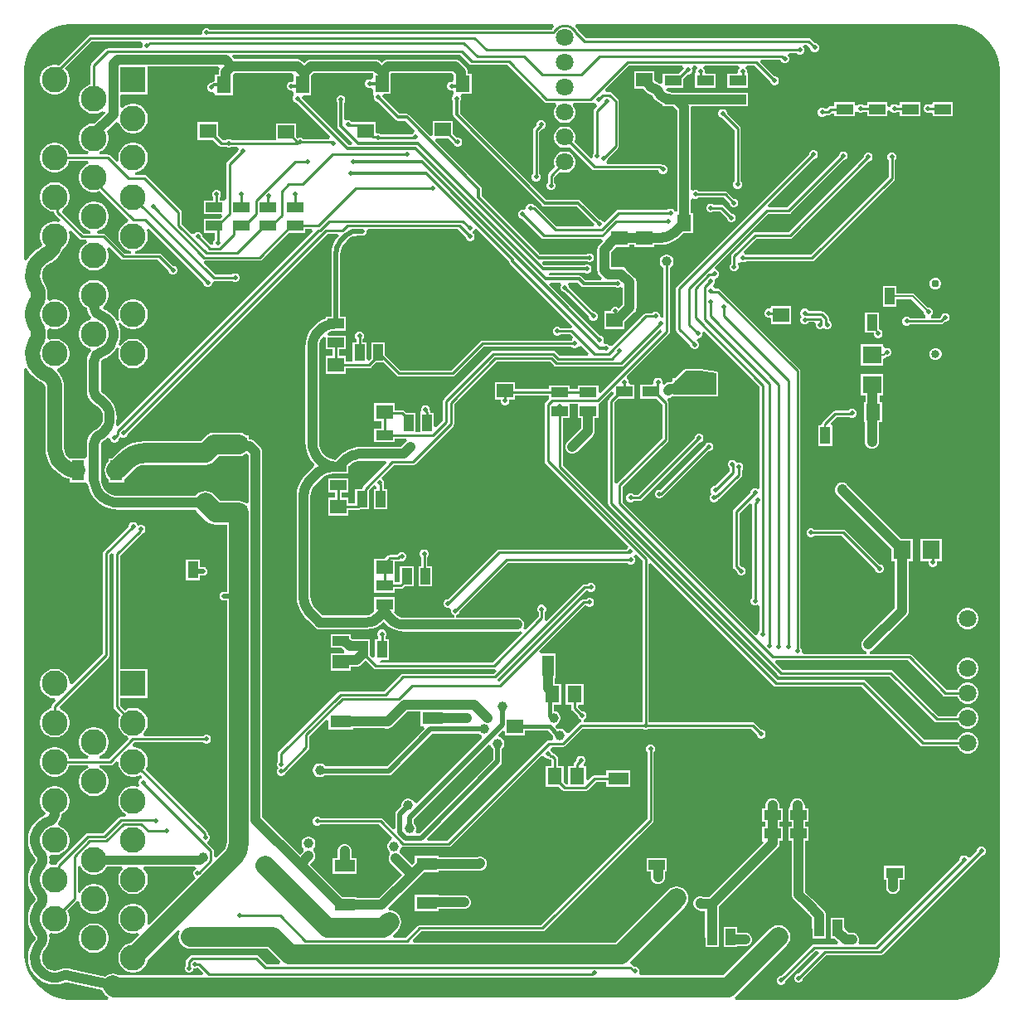
<source format=gbl>
G04*
G04 #@! TF.GenerationSoftware,Altium Limited,Altium Designer,23.5.1 (21)*
G04*
G04 Layer_Physical_Order=2*
G04 Layer_Color=16711680*
%FSLAX44Y44*%
%MOMM*%
G71*
G04*
G04 #@! TF.SameCoordinates,19FF910F-FD56-46C1-A6BE-D3D33EAEA19E*
G04*
G04*
G04 #@! TF.FilePolarity,Positive*
G04*
G01*
G75*
%ADD10C,0.3000*%
%ADD12C,0.4000*%
%ADD13C,0.2000*%
%ADD15C,0.2540*%
%ADD40R,1.4000X1.7000*%
%ADD41R,1.7000X1.0000*%
%ADD47R,1.7000X1.4000*%
%ADD98C,1.0000*%
%ADD99C,0.5000*%
%ADD100C,2.0000*%
%ADD101C,0.6000*%
%ADD103C,6.0000*%
%ADD104C,2.6250*%
%ADD105R,2.6250X2.6250*%
%ADD106C,0.7800*%
%ADD107O,2.3160X1.1580*%
%ADD108O,2.1160X1.0580*%
%ADD109C,0.8400*%
%ADD110C,1.8000*%
%ADD111C,1.7250*%
%ADD112C,0.5000*%
%ADD113C,1.0000*%
%ADD114C,1.5000*%
%ADD115R,1.0000X1.7000*%
%ADD116R,1.2700X2.1000*%
%ADD117R,2.1000X1.2700*%
%ADD118R,1.8000X1.8400*%
%ADD119R,1.8400X1.8000*%
%ADD120C,0.9000*%
G36*
X1019086Y1396741D02*
X1018928Y1396612D01*
X1016986Y1394245D01*
X1016847Y1393984D01*
X667240D01*
X666759Y1394465D01*
X665105Y1395150D01*
X663315D01*
X661661Y1394465D01*
X660395Y1393199D01*
X659710Y1391545D01*
Y1389755D01*
X658680Y1388214D01*
X545410D01*
X544134Y1387960D01*
X543052Y1387238D01*
X513404Y1357589D01*
X510760Y1358115D01*
X507780D01*
X504858Y1357534D01*
X502106Y1356394D01*
X499628Y1354738D01*
X497522Y1352632D01*
X495866Y1350154D01*
X494726Y1347402D01*
X494145Y1344480D01*
Y1341500D01*
X494726Y1338578D01*
X495866Y1335826D01*
X497522Y1333348D01*
X499628Y1331242D01*
X502106Y1329586D01*
X504858Y1328446D01*
X507780Y1327865D01*
X510760D01*
X513682Y1328446D01*
X516434Y1329586D01*
X518912Y1331242D01*
X521018Y1333348D01*
X522674Y1335826D01*
X523814Y1338578D01*
X524395Y1341500D01*
Y1344480D01*
X523814Y1347402D01*
X522674Y1350154D01*
X521018Y1352632D01*
X519448Y1354202D01*
X546791Y1381546D01*
X597685D01*
X598223Y1380979D01*
X599146Y1379006D01*
X598750Y1378050D01*
Y1376260D01*
X597720Y1374719D01*
X563665D01*
X562389Y1374465D01*
X561307Y1373743D01*
X546912Y1359348D01*
X546190Y1358266D01*
X545936Y1356990D01*
Y1337748D01*
X544858Y1337534D01*
X542106Y1336394D01*
X539628Y1334738D01*
X537522Y1332632D01*
X535866Y1330154D01*
X534726Y1327402D01*
X534145Y1324480D01*
Y1321500D01*
X534726Y1318578D01*
X535866Y1315826D01*
X537522Y1313348D01*
X539628Y1311242D01*
X542106Y1309586D01*
X544858Y1308446D01*
X547780Y1307865D01*
X550760D01*
X553682Y1308446D01*
X556434Y1309586D01*
X557924Y1310582D01*
X560429Y1309769D01*
X560735Y1309473D01*
X560840Y1308942D01*
X550013Y1298115D01*
X547780D01*
X544858Y1297534D01*
X542106Y1296394D01*
X539628Y1294738D01*
X537522Y1292632D01*
X535866Y1290154D01*
X534726Y1287402D01*
X534145Y1284480D01*
Y1281500D01*
X534726Y1278578D01*
X535866Y1275826D01*
X537522Y1273348D01*
X539628Y1271242D01*
X542106Y1269586D01*
X543849Y1268864D01*
X543344Y1266324D01*
X524028D01*
X523814Y1267402D01*
X522674Y1270154D01*
X521018Y1272632D01*
X518912Y1274738D01*
X516434Y1276394D01*
X513682Y1277534D01*
X510760Y1278115D01*
X507780D01*
X504858Y1277534D01*
X502106Y1276394D01*
X499628Y1274738D01*
X497522Y1272632D01*
X495866Y1270154D01*
X494726Y1267402D01*
X494145Y1264480D01*
Y1261500D01*
X494726Y1258578D01*
X495866Y1255826D01*
X497522Y1253348D01*
X499628Y1251242D01*
X502106Y1249586D01*
X504858Y1248446D01*
X507780Y1247865D01*
X510760D01*
X513682Y1248446D01*
X516434Y1249586D01*
X518912Y1251242D01*
X521018Y1253348D01*
X522674Y1255826D01*
X523814Y1258578D01*
X524028Y1259656D01*
X543344D01*
X543850Y1257116D01*
X542106Y1256394D01*
X539628Y1254738D01*
X537522Y1252632D01*
X535866Y1250154D01*
X534726Y1247402D01*
X534145Y1244480D01*
Y1241500D01*
X534726Y1238578D01*
X535866Y1235826D01*
X537522Y1233348D01*
X539628Y1231242D01*
X542106Y1229586D01*
X544858Y1228446D01*
X547780Y1227865D01*
X550760D01*
X553682Y1228446D01*
X555259Y1229100D01*
X584478Y1199880D01*
X583709Y1197058D01*
X582106Y1196394D01*
X579628Y1194738D01*
X577522Y1192632D01*
X575866Y1190154D01*
X574726Y1187402D01*
X574145Y1184480D01*
Y1181500D01*
X574726Y1178578D01*
X575866Y1175826D01*
X577522Y1173348D01*
X579628Y1171242D01*
X582106Y1169586D01*
X584858Y1168446D01*
X587483Y1167924D01*
X587233Y1165384D01*
X580501D01*
X561158Y1184727D01*
X560076Y1185450D01*
X558800Y1185704D01*
X552915D01*
X552665Y1188244D01*
X553682Y1188446D01*
X556434Y1189586D01*
X558912Y1191242D01*
X561018Y1193348D01*
X562674Y1195826D01*
X563814Y1198578D01*
X564395Y1201500D01*
Y1204480D01*
X563814Y1207402D01*
X562674Y1210154D01*
X561018Y1212632D01*
X558912Y1214738D01*
X556434Y1216394D01*
X553682Y1217534D01*
X550760Y1218115D01*
X547780D01*
X544858Y1217534D01*
X542106Y1216394D01*
X539628Y1214738D01*
X537522Y1212632D01*
X535866Y1210154D01*
X534726Y1207402D01*
X534145Y1204480D01*
Y1201500D01*
X534726Y1198578D01*
X535866Y1195826D01*
X537522Y1193348D01*
X539628Y1191242D01*
X542106Y1189586D01*
X544858Y1188446D01*
X545875Y1188244D01*
X545625Y1185704D01*
X538591D01*
X517158Y1207137D01*
X517036Y1207550D01*
X517553Y1210334D01*
X518912Y1211242D01*
X521018Y1213348D01*
X522674Y1215826D01*
X523814Y1218578D01*
X524395Y1221500D01*
Y1224480D01*
X523814Y1227402D01*
X522674Y1230154D01*
X521018Y1232632D01*
X518912Y1234738D01*
X516434Y1236394D01*
X513682Y1237534D01*
X510760Y1238115D01*
X507780D01*
X504858Y1237534D01*
X502106Y1236394D01*
X499628Y1234738D01*
X497522Y1232632D01*
X495866Y1230154D01*
X494726Y1227402D01*
X494145Y1224480D01*
Y1221500D01*
X494726Y1218578D01*
X495866Y1215826D01*
X497522Y1213348D01*
X499628Y1211242D01*
X502106Y1209586D01*
X504858Y1208446D01*
X507780Y1207865D01*
X508703D01*
Y1207543D01*
X508957Y1206267D01*
X509680Y1205185D01*
X515218Y1199647D01*
X513780Y1197493D01*
X513682Y1197534D01*
X510760Y1198115D01*
X507780D01*
X504858Y1197534D01*
X502106Y1196394D01*
X499628Y1194738D01*
X497522Y1192632D01*
X495866Y1190154D01*
X494726Y1187402D01*
X494145Y1184480D01*
Y1181500D01*
X494726Y1178578D01*
X495866Y1175826D01*
X496548Y1174806D01*
X495366Y1172003D01*
X494641Y1171702D01*
X490329Y1169060D01*
X486484Y1165776D01*
X483200Y1161931D01*
X480829Y1158062D01*
X479297Y1158203D01*
X478289Y1158669D01*
Y1350520D01*
Y1353716D01*
X479123Y1360053D01*
X480778Y1366227D01*
X483224Y1372133D01*
X486420Y1377668D01*
X490311Y1382739D01*
X494831Y1387259D01*
X499902Y1391150D01*
X505437Y1394346D01*
X511343Y1396792D01*
X517517Y1398447D01*
X523854Y1399281D01*
X1018177D01*
X1019086Y1396741D01*
D02*
G37*
G36*
X1434983Y1398447D02*
X1441157Y1396792D01*
X1447063Y1394346D01*
X1452598Y1391150D01*
X1457669Y1387259D01*
X1462189Y1382739D01*
X1466080Y1377668D01*
X1469276Y1372133D01*
X1471722Y1366227D01*
X1473377Y1360053D01*
X1474211Y1353716D01*
Y1350520D01*
Y452120D01*
Y448924D01*
X1473377Y442587D01*
X1471722Y436413D01*
X1469276Y430507D01*
X1466080Y424972D01*
X1462189Y419901D01*
X1457669Y415381D01*
X1452598Y411490D01*
X1447063Y408294D01*
X1441157Y405848D01*
X1434983Y404193D01*
X1428646Y403359D01*
X1204261D01*
X1204061Y403728D01*
X1203601Y405899D01*
X1205599Y407431D01*
X1256969Y458801D01*
X1258892Y461308D01*
X1260101Y464227D01*
X1260514Y467360D01*
X1260101Y470493D01*
X1258892Y473412D01*
X1256969Y475919D01*
X1254462Y477842D01*
X1251543Y479051D01*
X1248410Y479464D01*
X1245277Y479051D01*
X1242358Y477842D01*
X1239852Y475919D01*
X1192027Y428094D01*
X1107486D01*
X1107097Y428450D01*
X1105998Y430634D01*
X1106330Y431435D01*
Y433225D01*
X1105645Y434879D01*
X1104379Y436145D01*
X1102725Y436830D01*
X1101379D01*
X1099412Y438797D01*
X1098330Y439520D01*
X1097862Y439613D01*
X1096995Y441589D01*
X1096971Y442314D01*
X1152829Y498172D01*
X1154752Y500678D01*
X1155961Y503597D01*
X1156374Y506730D01*
X1155961Y509863D01*
X1154752Y512782D01*
X1152829Y515289D01*
X1150322Y517212D01*
X1147403Y518421D01*
X1144270Y518834D01*
X1141137Y518421D01*
X1138218Y517212D01*
X1135712Y515289D01*
X1082236Y461814D01*
X875689D01*
X874717Y464160D01*
X883473Y472916D01*
X1007110D01*
X1008386Y473170D01*
X1009467Y473893D01*
X1119958Y584383D01*
X1120680Y585464D01*
X1120934Y586740D01*
Y656100D01*
X1121415Y656581D01*
X1122100Y658235D01*
Y660025D01*
X1121415Y661679D01*
X1120149Y662945D01*
X1118495Y663630D01*
X1116705D01*
X1115051Y662945D01*
X1113785Y661679D01*
X1113100Y660025D01*
Y658235D01*
X1113785Y656581D01*
X1114266Y656100D01*
Y588121D01*
X1005729Y479584D01*
X882092D01*
X880816Y479330D01*
X879734Y478607D01*
X867441Y466314D01*
X855453D01*
X854401Y468854D01*
X859458Y473912D01*
X861382Y476418D01*
X862591Y479337D01*
X863004Y482470D01*
X862591Y485603D01*
X861382Y488522D01*
X859458Y491029D01*
X856952Y492952D01*
X854033Y494161D01*
X851148Y494541D01*
X850656Y495265D01*
X850037Y497022D01*
X878817Y525803D01*
X886485Y533470D01*
X901500D01*
Y534760D01*
X943140D01*
X944967Y535000D01*
X946670Y535705D01*
X948132Y536828D01*
X948602Y537298D01*
X948884Y537665D01*
X949211Y537992D01*
X949443Y538393D01*
X949725Y538760D01*
X949902Y539187D01*
X950133Y539588D01*
X950253Y540035D01*
X950430Y540463D01*
X950490Y540922D01*
X950610Y541368D01*
Y541831D01*
X950670Y542290D01*
X950610Y542749D01*
Y543212D01*
X950490Y543658D01*
X950430Y544117D01*
X950253Y544545D01*
X950133Y544992D01*
X949902Y545393D01*
X949725Y545820D01*
X949443Y546187D01*
X949211Y546588D01*
X948884Y546915D01*
X948602Y547282D01*
X948235Y547564D01*
X947908Y547891D01*
X947507Y548123D01*
X947140Y548405D01*
X946713Y548582D01*
X946312Y548813D01*
X945865Y548933D01*
X945437Y549110D01*
X944978Y549170D01*
X944532Y549290D01*
X944069D01*
X943610Y549350D01*
X943151Y549290D01*
X942688D01*
X942242Y549170D01*
X941783Y549110D01*
X941355Y548933D01*
X941160Y548880D01*
X901500D01*
Y550170D01*
X876500D01*
Y543455D01*
X873825Y540780D01*
X862242Y552362D01*
X861972Y552570D01*
X861546Y553003D01*
X861384Y555129D01*
X861411Y555349D01*
X861596Y555896D01*
X862368Y557233D01*
X862399Y557350D01*
X863377Y559074D01*
X864895Y559246D01*
X911830D01*
X913106Y559500D01*
X914187Y560223D01*
X1006087Y652122D01*
X1009040Y651631D01*
X1010306Y650365D01*
X1011960Y649680D01*
X1013306D01*
X1013566Y649419D01*
X1014648Y648697D01*
X1015924Y648443D01*
X1016199D01*
X1016476Y648165D01*
Y641690D01*
X1010810D01*
Y620690D01*
X1024095D01*
X1027722Y617062D01*
X1028804Y616340D01*
X1030080Y616086D01*
X1051024D01*
X1052300Y616340D01*
X1053382Y617062D01*
X1062105Y625786D01*
X1072080D01*
Y620770D01*
X1097080D01*
Y637470D01*
X1072080D01*
Y632454D01*
X1060724D01*
X1059449Y632200D01*
X1058367Y631478D01*
X1054017Y627127D01*
X1051670Y628099D01*
Y641690D01*
X1050153D01*
X1049687Y642600D01*
X1049374Y644230D01*
X1050295Y645151D01*
X1050980Y646805D01*
Y648595D01*
X1050295Y650249D01*
X1049029Y651515D01*
X1047375Y652200D01*
X1045585D01*
X1043931Y651515D01*
X1042665Y650249D01*
X1041980Y648595D01*
Y647525D01*
X1040312Y645857D01*
X1039590Y644776D01*
X1039336Y643500D01*
Y641690D01*
X1033670D01*
Y623553D01*
X1031130Y623085D01*
X1028810Y625405D01*
Y641690D01*
X1023144D01*
Y649546D01*
X1022890Y650822D01*
X1022168Y651904D01*
X1019937Y654134D01*
X1018855Y654857D01*
X1017579Y655111D01*
X1017340D01*
X1016670Y656729D01*
X1015404Y657995D01*
X1015228Y659052D01*
X1017336Y661496D01*
X1028316D01*
X1029591Y661750D01*
X1030673Y662473D01*
X1048127Y679926D01*
X1109490D01*
X1109971Y679445D01*
X1111625Y678760D01*
X1113415D01*
X1115069Y679445D01*
X1115550Y679926D01*
X1220359D01*
X1226130Y674155D01*
Y673475D01*
X1226815Y671821D01*
X1228081Y670555D01*
X1229735Y669870D01*
X1231525D01*
X1233179Y670555D01*
X1234445Y671821D01*
X1235130Y673475D01*
Y675265D01*
X1234445Y676919D01*
X1233179Y678185D01*
X1231525Y678870D01*
X1230845D01*
X1224098Y685618D01*
X1223016Y686340D01*
X1221740Y686594D01*
X1115854D01*
Y848422D01*
X1118201Y849394D01*
X1243512Y724082D01*
X1244594Y723360D01*
X1245870Y723106D01*
X1333389D01*
X1393372Y663122D01*
X1394454Y662400D01*
X1395730Y662146D01*
X1430955D01*
X1431200Y661234D01*
X1432648Y658726D01*
X1434696Y656678D01*
X1437204Y655230D01*
X1440002Y654480D01*
X1442898D01*
X1445696Y655230D01*
X1448204Y656678D01*
X1450252Y658726D01*
X1451700Y661234D01*
X1452450Y664032D01*
Y666928D01*
X1451700Y669726D01*
X1450252Y672234D01*
X1448204Y674282D01*
X1445696Y675730D01*
X1442898Y676480D01*
X1440002D01*
X1437204Y675730D01*
X1434696Y674282D01*
X1432648Y672234D01*
X1431200Y669726D01*
X1430955Y668814D01*
X1397111D01*
X1337128Y728798D01*
X1336046Y729520D01*
X1334770Y729774D01*
X1247251D01*
X1027879Y949146D01*
Y997486D01*
X1035045D01*
Y1011486D01*
X1037421Y1011882D01*
X1040879D01*
X1043255Y1011486D01*
X1043255Y1009342D01*
Y997486D01*
X1046695D01*
Y986830D01*
X1032598Y972732D01*
X1031476Y971270D01*
X1030770Y969567D01*
X1030530Y967740D01*
X1030770Y965913D01*
X1031476Y964210D01*
X1032598Y962748D01*
X1034060Y961626D01*
X1035763Y960920D01*
X1037590Y960680D01*
X1039417Y960920D01*
X1041120Y961626D01*
X1042582Y962748D01*
X1058747Y978913D01*
X1059869Y980375D01*
X1060575Y982078D01*
X1060815Y983905D01*
Y997486D01*
X1064255D01*
Y1009734D01*
X1064727Y1011532D01*
X1065967Y1012858D01*
X1066150Y1013042D01*
X1077427Y1024318D01*
X1079949Y1023347D01*
X1080141Y1021656D01*
X1075273Y1016788D01*
X1074550Y1015706D01*
X1074296Y1014430D01*
Y909920D01*
X1074550Y908644D01*
X1075273Y907562D01*
X1248593Y734242D01*
X1249674Y733520D01*
X1250950Y733266D01*
X1361329D01*
X1407343Y687253D01*
X1408424Y686530D01*
X1409700Y686276D01*
X1431407D01*
X1432648Y684126D01*
X1434696Y682078D01*
X1437204Y680630D01*
X1440002Y679880D01*
X1442898D01*
X1445696Y680630D01*
X1448204Y682078D01*
X1450252Y684126D01*
X1451700Y686634D01*
X1452450Y689432D01*
Y692328D01*
X1451700Y695126D01*
X1450252Y697634D01*
X1448204Y699682D01*
X1445696Y701130D01*
X1442898Y701880D01*
X1440002D01*
X1437204Y701130D01*
X1434696Y699682D01*
X1432648Y697634D01*
X1431200Y695126D01*
X1430615Y692944D01*
X1411081D01*
X1365067Y738958D01*
X1363986Y739680D01*
X1362710Y739934D01*
X1252331D01*
X1245029Y747236D01*
X1246081Y749776D01*
X1380379D01*
X1416232Y713923D01*
X1417314Y713200D01*
X1418590Y712946D01*
X1430955D01*
X1431200Y712034D01*
X1432648Y709526D01*
X1434696Y707478D01*
X1437204Y706030D01*
X1440002Y705280D01*
X1442898D01*
X1445696Y706030D01*
X1448204Y707478D01*
X1450252Y709526D01*
X1451700Y712034D01*
X1452450Y714832D01*
Y717728D01*
X1451700Y720526D01*
X1450252Y723034D01*
X1448204Y725082D01*
X1445696Y726530D01*
X1442898Y727280D01*
X1440002D01*
X1437204Y726530D01*
X1434696Y725082D01*
X1432648Y723034D01*
X1431200Y720526D01*
X1430955Y719614D01*
X1419971D01*
X1384117Y755468D01*
X1383036Y756190D01*
X1381760Y756444D01*
X1341797D01*
X1341631Y758984D01*
X1341677Y758990D01*
X1343380Y759696D01*
X1344842Y760818D01*
X1379373Y795348D01*
X1380495Y796810D01*
X1381200Y798513D01*
X1381440Y800340D01*
Y851130D01*
X1385380D01*
Y873530D01*
X1373365D01*
X1319729Y927166D01*
X1319703Y927262D01*
X1319471Y927663D01*
X1319294Y928090D01*
X1319013Y928457D01*
X1318781Y928858D01*
X1318454Y929185D01*
X1318172Y929552D01*
X1317805Y929834D01*
X1317478Y930161D01*
X1317077Y930393D01*
X1316710Y930675D01*
X1316283Y930852D01*
X1315882Y931083D01*
X1315435Y931203D01*
X1315007Y931380D01*
X1314549Y931440D01*
X1314102Y931560D01*
X1313639D01*
X1313180Y931620D01*
X1312721Y931560D01*
X1312258D01*
X1311811Y931440D01*
X1311353Y931380D01*
X1310925Y931203D01*
X1310478Y931083D01*
X1310077Y930852D01*
X1309650Y930675D01*
X1309283Y930393D01*
X1308882Y930161D01*
X1308555Y929834D01*
X1308188Y929552D01*
X1307906Y929185D01*
X1307579Y928858D01*
X1307347Y928457D01*
X1307065Y928090D01*
X1306888Y927663D01*
X1306657Y927262D01*
X1306537Y926815D01*
X1306360Y926387D01*
X1306300Y925929D01*
X1306180Y925482D01*
Y925019D01*
X1306120Y924560D01*
Y923730D01*
X1306360Y921903D01*
X1307065Y920200D01*
X1308188Y918738D01*
X1363380Y863545D01*
Y851130D01*
X1367320D01*
Y803264D01*
X1334858Y770802D01*
X1333736Y769340D01*
X1333030Y767637D01*
X1332790Y765810D01*
X1333030Y763983D01*
X1333736Y762280D01*
X1334858Y760818D01*
X1336320Y759696D01*
X1338023Y758990D01*
X1338069Y758984D01*
X1337903Y756444D01*
X1273831D01*
X1271960Y758565D01*
Y760355D01*
X1271275Y762009D01*
X1270794Y762490D01*
Y1045210D01*
X1270540Y1046486D01*
X1269818Y1047568D01*
X1188706Y1128680D01*
X1187624Y1129402D01*
X1186348Y1129656D01*
X1182822D01*
X1181205Y1131967D01*
X1181264Y1132990D01*
X1182375Y1134101D01*
X1183060Y1135755D01*
Y1137545D01*
X1183755Y1139770D01*
X1185409Y1140455D01*
X1186675Y1141721D01*
X1187360Y1143375D01*
Y1145165D01*
X1186675Y1146819D01*
X1185409Y1148085D01*
X1184216Y1148579D01*
X1183522Y1150249D01*
X1183355Y1151310D01*
X1237750Y1205706D01*
X1258570D01*
X1259846Y1205960D01*
X1260928Y1206683D01*
X1314665Y1260420D01*
X1315345D01*
X1316999Y1261105D01*
X1318265Y1262371D01*
X1318950Y1264025D01*
Y1265815D01*
X1318265Y1267469D01*
X1316999Y1268735D01*
X1315345Y1269420D01*
X1313555D01*
X1311901Y1268735D01*
X1310635Y1267469D01*
X1309950Y1265815D01*
Y1265135D01*
X1257189Y1212374D01*
X1238461D01*
X1237409Y1214914D01*
X1284185Y1261690D01*
X1284865D01*
X1286519Y1262375D01*
X1287785Y1263641D01*
X1288470Y1265295D01*
Y1267085D01*
X1287785Y1268739D01*
X1286519Y1270005D01*
X1284865Y1270690D01*
X1283075D01*
X1281421Y1270005D01*
X1280155Y1268739D01*
X1279470Y1267085D01*
Y1266405D01*
X1144453Y1131387D01*
X1143730Y1130306D01*
X1143476Y1129030D01*
Y1088145D01*
X1143730Y1086870D01*
X1144453Y1085788D01*
X1158130Y1072110D01*
Y1071034D01*
X1158815Y1069380D01*
X1160081Y1068114D01*
X1161735Y1067429D01*
X1163525D01*
X1165179Y1068114D01*
X1166445Y1069380D01*
X1167130Y1071034D01*
Y1072824D01*
X1166445Y1074478D01*
X1165179Y1075744D01*
X1164925Y1075849D01*
X1164730Y1076367D01*
X1166526Y1078810D01*
X1166755D01*
X1168409Y1079495D01*
X1169675Y1080761D01*
X1170360Y1082415D01*
Y1084205D01*
X1170171Y1084662D01*
X1172324Y1086101D01*
X1229256Y1029169D01*
Y925730D01*
X1226829Y924565D01*
X1225175Y925250D01*
X1223385D01*
X1221731Y924565D01*
X1220465Y923299D01*
X1219780Y921645D01*
Y920965D01*
X1202872Y904057D01*
X1202150Y902976D01*
X1201896Y901700D01*
Y845820D01*
X1202150Y844544D01*
X1202872Y843463D01*
X1205810Y840525D01*
Y839845D01*
X1206495Y838191D01*
X1207761Y836925D01*
X1209415Y836240D01*
X1211205D01*
X1212859Y836925D01*
X1214125Y838191D01*
X1214810Y839845D01*
Y841635D01*
X1214125Y843289D01*
X1212859Y844555D01*
X1211205Y845240D01*
X1210525D01*
X1208564Y847201D01*
Y900319D01*
X1218490Y910245D01*
X1218820Y910202D01*
X1220946Y909109D01*
Y813290D01*
X1220465Y812809D01*
X1219780Y811155D01*
Y809365D01*
X1220465Y807711D01*
X1221731Y806445D01*
X1223385Y805760D01*
X1225175D01*
X1226829Y806445D01*
X1229256Y805280D01*
Y780350D01*
X1228085Y779179D01*
X1227400Y777525D01*
Y776650D01*
X1224957Y775501D01*
X1089184Y911274D01*
Y926989D01*
X1135198Y973002D01*
X1135920Y974084D01*
X1136174Y975360D01*
Y1012490D01*
X1135920Y1013766D01*
X1135198Y1014847D01*
X1134686Y1015359D01*
X1135097Y1016823D01*
X1135758Y1017879D01*
X1137207Y1018070D01*
X1138910Y1018775D01*
X1139561Y1019275D01*
X1139680Y1019196D01*
X1140460Y1019041D01*
X1184910D01*
X1185690Y1019196D01*
X1186352Y1019638D01*
X1186393Y1019700D01*
X1186520D01*
Y1019890D01*
X1186794Y1020300D01*
X1186949Y1021080D01*
Y1042851D01*
X1186899Y1043102D01*
X1186885Y1043357D01*
X1186822Y1043489D01*
X1186794Y1043632D01*
X1186652Y1043844D01*
X1186541Y1044075D01*
X1186433Y1044172D01*
X1186352Y1044293D01*
X1186139Y1044435D01*
X1185949Y1044606D01*
X1185811Y1044654D01*
X1185690Y1044735D01*
X1185440Y1044785D01*
X1185198Y1044870D01*
X1168688Y1047229D01*
X1168543Y1047221D01*
X1168400Y1047249D01*
X1153160D01*
X1153160Y1047249D01*
X1152380Y1047094D01*
X1151718Y1046652D01*
X1151718Y1046652D01*
X1142766Y1037700D01*
X1140120D01*
Y1035054D01*
X1139018Y1033952D01*
X1138890Y1033760D01*
X1137190D01*
X1135363Y1033520D01*
X1133660Y1032814D01*
X1132198Y1031693D01*
X1131818Y1031313D01*
X1129665Y1032752D01*
X1129720Y1032885D01*
Y1034675D01*
X1129035Y1036329D01*
X1127769Y1037595D01*
X1126115Y1038280D01*
X1124325D01*
X1122671Y1037595D01*
X1121405Y1036329D01*
X1120720Y1034675D01*
Y1032885D01*
X1118656Y1031230D01*
X1107100D01*
Y1017230D01*
X1123385D01*
X1129506Y1011109D01*
Y976741D01*
X1083504Y930739D01*
X1083454Y930740D01*
X1080964Y931516D01*
Y1013049D01*
X1085145Y1017230D01*
X1101430D01*
Y1031230D01*
X1097494D01*
X1095430Y1032885D01*
Y1034675D01*
X1094745Y1036329D01*
X1093887Y1037187D01*
X1093472Y1038612D01*
X1093461Y1040352D01*
X1136468Y1083359D01*
X1137190Y1084440D01*
X1137444Y1085716D01*
Y1150812D01*
X1138408Y1151369D01*
X1139711Y1152672D01*
X1140633Y1154268D01*
X1141110Y1156048D01*
Y1157892D01*
X1140633Y1159672D01*
X1139711Y1161268D01*
X1138408Y1162571D01*
X1136812Y1163493D01*
X1135032Y1163970D01*
X1133188D01*
X1131408Y1163493D01*
X1129812Y1162571D01*
X1128509Y1161268D01*
X1127587Y1159672D01*
X1127110Y1157892D01*
Y1156048D01*
X1127587Y1154268D01*
X1128509Y1152672D01*
X1129812Y1151369D01*
X1130776Y1150812D01*
Y1100153D01*
X1130280Y1099583D01*
X1129346Y1099577D01*
X1127180Y1101878D01*
Y1101985D01*
X1126495Y1103639D01*
X1125229Y1104905D01*
X1123575Y1105590D01*
X1121785D01*
X1120131Y1104905D01*
X1119650Y1104424D01*
X1113250D01*
X1111974Y1104170D01*
X1110892Y1103447D01*
X1078333Y1070888D01*
X1077674Y1070821D01*
X1075083Y1071230D01*
X1074429Y1071885D01*
X1072775Y1072570D01*
X1071096D01*
X1069998Y1073724D01*
X1069459Y1074687D01*
X1070030Y1076065D01*
Y1077855D01*
X1069345Y1079509D01*
X1068079Y1080775D01*
X1066425Y1081460D01*
X1066077D01*
X1014262Y1133275D01*
X1015234Y1135621D01*
X1025335D01*
X1026387Y1133081D01*
X1026155Y1132849D01*
X1025470Y1131195D01*
Y1129405D01*
X1026155Y1127751D01*
X1027421Y1126485D01*
X1029075Y1125800D01*
X1029755D01*
X1054680Y1100875D01*
Y1100195D01*
X1055365Y1098541D01*
X1056631Y1097275D01*
X1058285Y1096590D01*
X1060075D01*
X1061729Y1097275D01*
X1062995Y1098541D01*
X1063680Y1100195D01*
Y1101985D01*
X1062995Y1103639D01*
X1061729Y1104905D01*
X1060075Y1105590D01*
X1059395D01*
X1034470Y1130515D01*
Y1131195D01*
X1033785Y1132849D01*
X1033552Y1133081D01*
X1034605Y1135621D01*
X1043385D01*
X1046790Y1132217D01*
X1047948Y1131443D01*
X1049313Y1131171D01*
X1081175D01*
X1081421Y1130925D01*
X1083075Y1130240D01*
X1084865D01*
X1086519Y1130925D01*
X1086670Y1131076D01*
X1089210Y1130023D01*
Y1113165D01*
X1085279Y1109235D01*
X1084429Y1110085D01*
X1082775Y1110770D01*
X1080985D01*
X1079331Y1110085D01*
X1078065Y1108819D01*
X1077380Y1107165D01*
Y1106280D01*
X1070270D01*
Y1088280D01*
X1091270D01*
Y1095256D01*
X1101263Y1105248D01*
X1102384Y1106710D01*
X1103090Y1108413D01*
X1103330Y1110240D01*
Y1135875D01*
X1103090Y1137702D01*
X1102384Y1139405D01*
X1101263Y1140867D01*
X1092897Y1149232D01*
X1091435Y1150354D01*
X1089732Y1151060D01*
X1087905Y1151300D01*
X1077410D01*
Y1166486D01*
X1082964Y1172040D01*
X1083850D01*
X1084309Y1172100D01*
X1096350D01*
Y1174040D01*
X1100750D01*
Y1172100D01*
X1121750D01*
Y1174040D01*
X1126129D01*
Y1174000D01*
X1131213Y1174400D01*
X1136172Y1175591D01*
X1140884Y1177542D01*
X1145232Y1180207D01*
X1149110Y1183519D01*
X1149082Y1183547D01*
X1151375Y1185840D01*
X1160890D01*
Y1206840D01*
X1158950D01*
Y1219964D01*
X1159497Y1220495D01*
X1161490Y1221437D01*
X1162425Y1221050D01*
X1164215D01*
X1165869Y1221735D01*
X1166350Y1222216D01*
X1192419D01*
X1198190Y1216445D01*
Y1215765D01*
X1198875Y1214111D01*
X1200141Y1212845D01*
X1201795Y1212160D01*
X1203585D01*
X1205239Y1212845D01*
X1206505Y1214111D01*
X1207190Y1215765D01*
Y1217555D01*
X1206505Y1219209D01*
X1205239Y1220475D01*
X1203585Y1221160D01*
X1202905D01*
X1196158Y1227907D01*
X1195076Y1228630D01*
X1193800Y1228884D01*
X1166350D01*
X1165869Y1229365D01*
X1164215Y1230050D01*
X1162425D01*
X1161490Y1229663D01*
X1159497Y1230605D01*
X1158950Y1231136D01*
Y1314680D01*
X1159713Y1315550D01*
X1206500D01*
X1206959Y1315610D01*
X1217000D01*
Y1329610D01*
X1206959D01*
X1206500Y1329670D01*
X1140002D01*
X1137547Y1329948D01*
X1137547Y1329948D01*
X1137394Y1329963D01*
X1134704Y1330779D01*
X1133708Y1332060D01*
X1133646Y1332332D01*
X1135502Y1334610D01*
X1150960D01*
Y1343895D01*
X1155115Y1348050D01*
X1156595D01*
X1158249Y1348735D01*
X1159515Y1350001D01*
X1160200Y1351655D01*
Y1353445D01*
X1159848Y1354296D01*
X1160886Y1356407D01*
X1161336Y1356836D01*
X1164000D01*
X1165052Y1354296D01*
X1164585Y1353829D01*
X1163900Y1352175D01*
Y1350769D01*
X1162980Y1348610D01*
X1162980Y1348610D01*
X1162980Y1348610D01*
Y1334610D01*
X1183980D01*
Y1348610D01*
X1174914D01*
X1172900Y1350385D01*
Y1352175D01*
X1172215Y1353829D01*
X1171748Y1354296D01*
X1172800Y1356836D01*
X1207180D01*
X1208232Y1354296D01*
X1207765Y1353829D01*
X1207080Y1352175D01*
Y1350385D01*
X1205066Y1348610D01*
X1196000D01*
Y1334610D01*
X1217000D01*
Y1348610D01*
X1217000D01*
X1216080Y1350769D01*
Y1352175D01*
X1215395Y1353829D01*
X1214928Y1354296D01*
X1215980Y1356836D01*
X1224229D01*
X1239730Y1341335D01*
Y1340655D01*
X1240415Y1339001D01*
X1241681Y1337735D01*
X1243335Y1337050D01*
X1245125D01*
X1246779Y1337735D01*
X1248045Y1339001D01*
X1248730Y1340655D01*
Y1342445D01*
X1248045Y1344099D01*
X1246779Y1345365D01*
X1245125Y1346050D01*
X1244445D01*
X1229849Y1360646D01*
X1230901Y1363186D01*
X1250260D01*
Y1363085D01*
X1250945Y1361431D01*
X1252211Y1360165D01*
X1253865Y1359480D01*
X1255655D01*
X1257309Y1360165D01*
X1258575Y1361431D01*
X1259260Y1363085D01*
Y1364875D01*
X1258575Y1366529D01*
X1258108Y1366996D01*
X1259160Y1369536D01*
X1266970D01*
X1267451Y1369055D01*
X1269105Y1368370D01*
X1270895D01*
X1272549Y1369055D01*
X1273815Y1370321D01*
X1274500Y1371975D01*
Y1373765D01*
X1273815Y1375419D01*
X1273348Y1375886D01*
X1274400Y1378426D01*
X1277509D01*
X1280740Y1375195D01*
Y1374515D01*
X1281425Y1372861D01*
X1282691Y1371595D01*
X1284345Y1370910D01*
X1286135D01*
X1287789Y1371595D01*
X1289055Y1372861D01*
X1289740Y1374515D01*
Y1376305D01*
X1289055Y1377959D01*
X1287789Y1379225D01*
X1286135Y1379910D01*
X1285455D01*
X1281248Y1384117D01*
X1280166Y1384840D01*
X1278890Y1385094D01*
X1051889D01*
X1045027Y1391956D01*
X1043325Y1393846D01*
Y1393846D01*
X1043325D01*
X1041737Y1395728D01*
X1041012Y1396612D01*
X1040854Y1396741D01*
X1041763Y1399281D01*
X1428646D01*
X1434983Y1398447D01*
D02*
G37*
G36*
X834280Y1349025D02*
Y1344563D01*
X831740Y1342970D01*
X831475Y1343080D01*
X829685D01*
X828031Y1342395D01*
X826765Y1341129D01*
X826080Y1339475D01*
Y1337685D01*
X826765Y1336031D01*
X828031Y1334765D01*
X829685Y1334080D01*
X831475D01*
X831740Y1334190D01*
X834280Y1332597D01*
Y1328080D01*
X834280D01*
X834985Y1325540D01*
X834970Y1325505D01*
Y1323715D01*
X835655Y1322061D01*
X836921Y1320795D01*
X838575Y1320110D01*
X838923D01*
X857267Y1301767D01*
X858424Y1300993D01*
X859790Y1300721D01*
X867202D01*
X876913Y1291010D01*
X876828Y1290101D01*
X876099Y1288232D01*
X875021Y1287785D01*
X874170Y1286934D01*
X842130D01*
X842019Y1287045D01*
X840365Y1287730D01*
X838575D01*
X837270Y1289773D01*
Y1299320D01*
X821362D01*
X821040Y1299384D01*
X812640D01*
X811539Y1300485D01*
X809885Y1301170D01*
X808095D01*
X807479Y1300915D01*
X805077Y1302225D01*
X804939Y1302403D01*
Y1319275D01*
X805185Y1319521D01*
X805870Y1321175D01*
Y1322965D01*
X805185Y1324619D01*
X803919Y1325885D01*
X802265Y1326570D01*
X800475D01*
X798821Y1325885D01*
X797555Y1324619D01*
X796870Y1322965D01*
Y1321175D01*
X797555Y1319521D01*
X797801Y1319275D01*
Y1295270D01*
X798073Y1293905D01*
X798847Y1292747D01*
X813448Y1278145D01*
X812476Y1275799D01*
X809508D01*
X761420Y1323887D01*
Y1324235D01*
X761405Y1324270D01*
X763103Y1326810D01*
X771000D01*
Y1338851D01*
X771060Y1339310D01*
Y1346546D01*
X773814Y1349300D01*
X834006D01*
X834280Y1349025D01*
D02*
G37*
G36*
X932363Y1359082D02*
X933444Y1358360D01*
X934720Y1358106D01*
X971439D01*
X1009402Y1320143D01*
X1010484Y1319420D01*
X1011760Y1319166D01*
X1020618D01*
X1021670Y1316626D01*
X1021168Y1316124D01*
X1019720Y1313616D01*
X1018970Y1310818D01*
Y1307922D01*
X1019720Y1305124D01*
X1021168Y1302616D01*
X1023216Y1300568D01*
X1025724Y1299120D01*
X1028522Y1298370D01*
X1031418D01*
X1034216Y1299120D01*
X1036724Y1300568D01*
X1038772Y1302616D01*
X1040220Y1305124D01*
X1040970Y1307922D01*
Y1310818D01*
X1040220Y1313616D01*
X1038772Y1316124D01*
X1038270Y1316626D01*
X1039323Y1319166D01*
X1056530D01*
X1057806Y1319420D01*
X1060445Y1319521D01*
X1061711Y1318255D01*
X1062126Y1318083D01*
X1062858Y1315223D01*
X1060632Y1312997D01*
X1059910Y1311916D01*
X1059656Y1310640D01*
Y1267950D01*
X1059175Y1267469D01*
X1058490Y1265815D01*
Y1264025D01*
X1058679Y1263568D01*
X1056526Y1262129D01*
X1039748Y1278907D01*
X1040220Y1279724D01*
X1040970Y1282522D01*
Y1285418D01*
X1040220Y1288216D01*
X1038772Y1290724D01*
X1036724Y1292772D01*
X1034216Y1294220D01*
X1031418Y1294970D01*
X1028522D01*
X1025724Y1294220D01*
X1023216Y1292772D01*
X1021168Y1290724D01*
X1019720Y1288216D01*
X1018970Y1285418D01*
Y1282522D01*
X1019720Y1279724D01*
X1021168Y1277216D01*
X1023216Y1275168D01*
X1025724Y1273720D01*
X1028522Y1272970D01*
X1031418D01*
X1034216Y1273720D01*
X1035033Y1274192D01*
X1058092Y1251133D01*
X1059174Y1250410D01*
X1060450Y1250156D01*
X1125800D01*
Y1250055D01*
X1126485Y1248401D01*
X1127751Y1247135D01*
X1129405Y1246450D01*
X1131195D01*
X1132849Y1247135D01*
X1134115Y1248401D01*
X1134800Y1250055D01*
Y1251845D01*
X1134115Y1253499D01*
X1132849Y1254765D01*
X1131195Y1255450D01*
X1130337D01*
X1129940Y1255847D01*
X1128858Y1256570D01*
X1127582Y1256824D01*
X1073431D01*
X1073236Y1257147D01*
X1072652Y1259364D01*
X1073446Y1260157D01*
X1074131Y1261811D01*
Y1262491D01*
X1084398Y1272758D01*
X1085120Y1273840D01*
X1085374Y1275116D01*
Y1320610D01*
X1085120Y1321886D01*
X1084398Y1322968D01*
X1078167Y1329198D01*
X1077086Y1329920D01*
X1075810Y1330174D01*
X1072511D01*
X1071459Y1332714D01*
X1095581Y1356836D01*
X1150064D01*
X1150514Y1356407D01*
X1151552Y1354296D01*
X1151285Y1353650D01*
X1146245Y1348610D01*
X1129960D01*
Y1339544D01*
X1127420Y1338291D01*
X1126810Y1338759D01*
X1124181Y1339848D01*
X1124203Y1339912D01*
X1123059Y1340583D01*
X1121750Y1342580D01*
Y1351390D01*
X1100750D01*
Y1333390D01*
X1110265D01*
X1113078Y1330577D01*
X1113079Y1330554D01*
X1113078Y1330552D01*
X1115633Y1328455D01*
X1117400Y1327511D01*
X1118587Y1326876D01*
X1119653Y1326433D01*
X1119653Y1326433D01*
X1119668Y1326427D01*
X1119895Y1326087D01*
X1120925Y1324286D01*
X1123049Y1321698D01*
X1125638Y1319573D01*
X1127174Y1318752D01*
X1127376Y1318597D01*
X1127940Y1318343D01*
X1129960Y1317012D01*
Y1315610D01*
X1136501D01*
X1136960Y1315550D01*
X1141036Y1315550D01*
X1144830Y1311756D01*
Y1208604D01*
X1142290Y1207974D01*
X1141787Y1208923D01*
X1141735Y1209049D01*
X1140469Y1210315D01*
X1138815Y1211000D01*
X1137025D01*
X1135371Y1210315D01*
X1134890Y1209834D01*
X1084705D01*
X1083429Y1209580D01*
X1082347Y1208857D01*
X1070902Y1197412D01*
X1069084Y1197774D01*
X1067819Y1199039D01*
X1066165Y1199724D01*
X1065816D01*
X1046357Y1219183D01*
X1045200Y1219957D01*
X1043834Y1220229D01*
X1011128D01*
X923049Y1308308D01*
Y1320545D01*
X923295Y1320791D01*
X923980Y1322445D01*
Y1324235D01*
X923439Y1325540D01*
X924003Y1326997D01*
X924696Y1328080D01*
X934830D01*
Y1349080D01*
X930890D01*
Y1350502D01*
X930650Y1352330D01*
X929945Y1354032D01*
X928822Y1355495D01*
X922965Y1361352D01*
X921502Y1362475D01*
X919799Y1363180D01*
X917972Y1363420D01*
X849868D01*
X848040Y1363180D01*
X846338Y1362475D01*
X844875Y1361352D01*
X843399Y1359876D01*
X841922Y1361352D01*
X840460Y1362475D01*
X838757Y1363180D01*
X836930Y1363420D01*
X770890D01*
X769063Y1363180D01*
X767360Y1362475D01*
X765898Y1361352D01*
X764000Y1359455D01*
X761912Y1361542D01*
X760450Y1362664D01*
X758747Y1363370D01*
X756920Y1363610D01*
X692772D01*
X690678Y1365704D01*
X691650Y1368051D01*
X923394D01*
X932363Y1359082D01*
D02*
G37*
G36*
X676674Y1355448D02*
X677582Y1353515D01*
X677170Y1352520D01*
X676930Y1350692D01*
Y1347810D01*
X672990D01*
Y1340879D01*
X671971D01*
X670606Y1340607D01*
X669448Y1339833D01*
X668885Y1339270D01*
X668395D01*
X666741Y1338585D01*
X665475Y1337319D01*
X664790Y1335665D01*
Y1333875D01*
X665475Y1332221D01*
X666741Y1330955D01*
X668395Y1330270D01*
X670185D01*
X670450Y1330380D01*
X672990Y1328787D01*
Y1326810D01*
X690990D01*
Y1338851D01*
X691050Y1339310D01*
Y1347768D01*
X692772Y1349490D01*
X751156D01*
X753000Y1347810D01*
Y1341566D01*
X751465Y1340540D01*
X749675D01*
X748021Y1339855D01*
X746755Y1338589D01*
X746070Y1336935D01*
Y1335145D01*
X746755Y1333491D01*
X748021Y1332225D01*
X749675Y1331540D01*
X751465D01*
X753000Y1330514D01*
Y1326810D01*
X753000Y1326810D01*
X752517Y1324470D01*
X752420Y1324235D01*
Y1322445D01*
X753105Y1320791D01*
X754371Y1319525D01*
X756025Y1318840D01*
X756373D01*
X790449Y1284764D01*
X789397Y1282224D01*
X762490D01*
X762009Y1282705D01*
X760355Y1283390D01*
X758565D01*
X757717Y1283039D01*
X755990Y1284765D01*
Y1298050D01*
X734990D01*
Y1280954D01*
X690100D01*
X689619Y1281435D01*
X687965Y1282120D01*
X686175D01*
X684521Y1281435D01*
X684040Y1280954D01*
X681061D01*
X675980Y1286035D01*
Y1299320D01*
X654980D01*
Y1281320D01*
X671265D01*
X677322Y1275263D01*
X678404Y1274540D01*
X679680Y1274286D01*
X684040D01*
X684521Y1273805D01*
X686175Y1273120D01*
X687965D01*
X689619Y1273805D01*
X690100Y1274286D01*
X695405D01*
X695854Y1273857D01*
X696892Y1271746D01*
X696540Y1270895D01*
Y1270215D01*
X685219Y1258894D01*
X684496Y1257812D01*
X684243Y1256537D01*
Y1221095D01*
X682330Y1219580D01*
X681703Y1219580D01*
X677704D01*
Y1222520D01*
X678185Y1223001D01*
X678870Y1224655D01*
Y1226445D01*
X678185Y1228099D01*
X676919Y1229365D01*
X675265Y1230050D01*
X673475D01*
X671821Y1229365D01*
X670555Y1228099D01*
X669870Y1226445D01*
Y1224655D01*
X670555Y1223001D01*
X671036Y1222520D01*
Y1219580D01*
X661330D01*
Y1205580D01*
X679023D01*
X680075Y1203040D01*
X677615Y1200580D01*
X661330D01*
Y1186580D01*
X672306D01*
Y1179050D01*
X671825Y1178569D01*
X671140Y1176915D01*
Y1175125D01*
X670882Y1174739D01*
X667901Y1174504D01*
X659820Y1182585D01*
Y1183265D01*
X659135Y1184919D01*
X657869Y1186185D01*
X656215Y1186870D01*
X654425D01*
X652771Y1186185D01*
X651910Y1185324D01*
X649071Y1185174D01*
X638774Y1195471D01*
Y1207330D01*
X638520Y1208606D01*
X637798Y1209688D01*
X603068Y1244417D01*
X601986Y1245140D01*
X600710Y1245394D01*
X591357D01*
X591107Y1247934D01*
X593682Y1248446D01*
X596434Y1249586D01*
X598912Y1251242D01*
X601018Y1253348D01*
X602674Y1255826D01*
X603814Y1258578D01*
X604395Y1261500D01*
Y1264480D01*
X603814Y1267402D01*
X602674Y1270154D01*
X601018Y1272632D01*
X598912Y1274738D01*
X596434Y1276394D01*
X593682Y1277534D01*
X590760Y1278115D01*
X587780D01*
X584858Y1277534D01*
X582106Y1276394D01*
X579628Y1274738D01*
X577522Y1272632D01*
X575866Y1270154D01*
X574726Y1267402D01*
X574145Y1264480D01*
Y1261500D01*
X574413Y1260154D01*
X572072Y1258903D01*
X565628Y1265348D01*
X564546Y1266070D01*
X563270Y1266324D01*
X555196D01*
X554691Y1268864D01*
X556434Y1269586D01*
X558912Y1271242D01*
X561018Y1273348D01*
X562674Y1275826D01*
X563814Y1278578D01*
X564395Y1281500D01*
Y1284480D01*
X563814Y1287402D01*
X562674Y1290154D01*
X562413Y1290545D01*
X571856Y1299988D01*
X574612Y1299152D01*
X574726Y1298578D01*
X575866Y1295826D01*
X577522Y1293348D01*
X579628Y1291242D01*
X582106Y1289586D01*
X584858Y1288446D01*
X587780Y1287865D01*
X590760D01*
X593682Y1288446D01*
X596434Y1289586D01*
X598912Y1291242D01*
X601018Y1293348D01*
X602674Y1295826D01*
X603814Y1298578D01*
X604395Y1301500D01*
Y1304480D01*
X603814Y1307402D01*
X602674Y1310154D01*
X601018Y1312632D01*
X598912Y1314738D01*
X596434Y1316394D01*
X593682Y1317534D01*
X590760Y1318115D01*
X587780D01*
X584858Y1317534D01*
X582106Y1316394D01*
X579628Y1314738D01*
X578995Y1314105D01*
X576455Y1315157D01*
Y1326715D01*
X577463Y1327865D01*
X604395D01*
Y1356055D01*
X676080D01*
X676674Y1355448D01*
D02*
G37*
G36*
X916770Y1347578D02*
Y1342679D01*
X915306Y1340556D01*
X914330Y1340540D01*
X913505D01*
X911851Y1339855D01*
X910585Y1338589D01*
X909900Y1336935D01*
Y1335145D01*
X910585Y1333491D01*
X911851Y1332225D01*
X913505Y1331540D01*
X915295D01*
X916830Y1330514D01*
Y1328080D01*
X916830D01*
X915760Y1325983D01*
X915665Y1325889D01*
X914980Y1324235D01*
Y1322445D01*
X915665Y1320791D01*
X915911Y1320545D01*
Y1306830D01*
X916183Y1305464D01*
X916957Y1304307D01*
X1007127Y1214137D01*
X1008284Y1213363D01*
X1009650Y1213091D01*
X1042356D01*
X1060119Y1195329D01*
X1059198Y1192788D01*
X1021727D01*
X1000884Y1213631D01*
X999803Y1214353D01*
X998527Y1214607D01*
X998327D01*
X997539Y1215395D01*
X995885Y1216080D01*
X994095D01*
X992441Y1215395D01*
X991175Y1214129D01*
X990490Y1212475D01*
Y1211213D01*
X989104Y1209961D01*
X988230Y1209504D01*
X987685Y1209730D01*
X985895D01*
X984241Y1209045D01*
X982975Y1207779D01*
X982290Y1206125D01*
Y1204335D01*
X982975Y1202681D01*
X984241Y1201415D01*
X985895Y1200730D01*
X986575D01*
X1006156Y1181149D01*
X1007237Y1180426D01*
X1008513Y1180173D01*
X1067535D01*
X1068618Y1178090D01*
X1068669Y1177714D01*
X1065358Y1174402D01*
X1064236Y1172940D01*
X1063530Y1171237D01*
X1063290Y1169410D01*
Y1148341D01*
X1063530Y1146513D01*
X1064236Y1144810D01*
X1065358Y1143348D01*
X1067857Y1140848D01*
X1066805Y1138308D01*
X1050791D01*
X1047387Y1141713D01*
X1046229Y1142487D01*
X1044863Y1142759D01*
X1014019D01*
X1013697Y1143241D01*
X1015054Y1145781D01*
X1050035D01*
X1050281Y1145535D01*
X1051935Y1144850D01*
X1053725D01*
X1055379Y1145535D01*
X1056645Y1146801D01*
X1057330Y1148455D01*
Y1150245D01*
X1056645Y1151899D01*
X1055379Y1153165D01*
X1053725Y1153850D01*
X1051935D01*
X1050281Y1153165D01*
X1050035Y1152919D01*
X1009137D01*
X1007191Y1154865D01*
X1008163Y1157211D01*
X1052575D01*
X1052821Y1156965D01*
X1054475Y1156280D01*
X1056265D01*
X1057919Y1156965D01*
X1059185Y1158231D01*
X1059870Y1159885D01*
Y1161675D01*
X1059185Y1163329D01*
X1057919Y1164595D01*
X1056265Y1165280D01*
X1054475D01*
X1052821Y1164595D01*
X1052575Y1164349D01*
X1004778D01*
X945246Y1223880D01*
Y1231292D01*
X944975Y1232658D01*
X944201Y1233816D01*
X897773Y1280243D01*
X898745Y1282590D01*
X911295D01*
X916505Y1277380D01*
X916935Y1276341D01*
X918201Y1275075D01*
X919855Y1274390D01*
X921645D01*
X923299Y1275075D01*
X924565Y1276341D01*
X925250Y1277995D01*
Y1279785D01*
X924565Y1281439D01*
X923299Y1282705D01*
X921645Y1283390D01*
X919925D01*
X916010Y1287305D01*
Y1300590D01*
X895010D01*
Y1286325D01*
X892663Y1285353D01*
X871203Y1306813D01*
X870046Y1307587D01*
X868680Y1307859D01*
X861268D01*
X843970Y1325157D01*
Y1325505D01*
X843956Y1325540D01*
X845653Y1328080D01*
X852280D01*
Y1340121D01*
X852340Y1340580D01*
Y1348848D01*
X852792Y1349300D01*
X915048D01*
X916770Y1347578D01*
D02*
G37*
G36*
X972935Y1157437D02*
X973191Y1156151D01*
X973965Y1154993D01*
X1037296Y1091662D01*
X1037163Y1090891D01*
X1036182Y1089184D01*
X1025380D01*
X1024899Y1089665D01*
X1023245Y1090350D01*
X1021455D01*
X1019801Y1089665D01*
X1018535Y1088399D01*
X1017850Y1086745D01*
Y1084955D01*
X1018535Y1083301D01*
X1019801Y1082035D01*
X1021455Y1081350D01*
X1023245D01*
X1024899Y1082035D01*
X1025380Y1082516D01*
X1035487D01*
X1038081Y1079921D01*
X1037581Y1076965D01*
X1037100Y1076484D01*
X945752D01*
X944476Y1076230D01*
X943395Y1075508D01*
X913891Y1046004D01*
X862391D01*
X846420Y1061975D01*
Y1074760D01*
X832420D01*
Y1058475D01*
X829960Y1056015D01*
X827420Y1057067D01*
Y1074760D01*
X823754D01*
Y1077740D01*
X824235Y1078221D01*
X824920Y1079875D01*
Y1081665D01*
X824235Y1083319D01*
X822969Y1084585D01*
X821315Y1085270D01*
X819525D01*
X817871Y1084585D01*
X816605Y1083319D01*
X815920Y1081665D01*
Y1079875D01*
X816605Y1078221D01*
X817086Y1077740D01*
Y1074760D01*
X813420D01*
Y1054894D01*
X806790D01*
Y1060560D01*
X799624D01*
Y1067470D01*
X806790D01*
Y1081470D01*
X788302D01*
X787666Y1084010D01*
X789752Y1085125D01*
X792957Y1086097D01*
X793843Y1086184D01*
X796290Y1086410D01*
X796290Y1086410D01*
X796749Y1086470D01*
X806790D01*
Y1100470D01*
X800878D01*
Y1163320D01*
X800837Y1163527D01*
X801218Y1167392D01*
X802405Y1171308D01*
X804334Y1174917D01*
X806930Y1178080D01*
X810093Y1180676D01*
X813344Y1182413D01*
X815570Y1183171D01*
X817932Y1183222D01*
X822960D01*
X823403Y1183310D01*
X823855D01*
X824273Y1183483D01*
X824716Y1183571D01*
X825092Y1183822D01*
X825509Y1183995D01*
X825828Y1184315D01*
X826204Y1184566D01*
X826455Y1184941D01*
X826775Y1185261D01*
X826948Y1185678D01*
X827199Y1186054D01*
X827287Y1186497D01*
X827460Y1186915D01*
Y1187367D01*
X827548Y1187810D01*
X828535Y1189524D01*
X829328Y1190128D01*
X829567Y1190246D01*
X920859D01*
X928950Y1182155D01*
Y1181475D01*
X929635Y1179821D01*
X930901Y1178555D01*
X932555Y1177870D01*
X934345D01*
X935999Y1178555D01*
X937265Y1179821D01*
X937950Y1181475D01*
Y1183265D01*
X937265Y1184919D01*
X937028Y1185156D01*
X936103Y1186433D01*
X936900Y1188346D01*
X937349Y1189431D01*
X939209Y1190158D01*
X940125Y1190247D01*
X972935Y1157437D01*
D02*
G37*
G36*
X660980Y1135165D02*
Y1134485D01*
X661665Y1132831D01*
X662931Y1131565D01*
X664585Y1130880D01*
X666375D01*
X668029Y1131565D01*
X669295Y1132831D01*
X669980Y1134485D01*
Y1134921D01*
X671575Y1136853D01*
X672327Y1137126D01*
X690390D01*
X690871Y1136645D01*
X692525Y1135960D01*
X694315D01*
X695969Y1136645D01*
X697235Y1137911D01*
X697920Y1139565D01*
Y1141355D01*
X697235Y1143009D01*
X695969Y1144275D01*
X694315Y1144960D01*
X692525D01*
X690871Y1144275D01*
X690390Y1143794D01*
X673181D01*
X661679Y1155296D01*
X662731Y1157836D01*
X718470D01*
X719746Y1158090D01*
X720827Y1158812D01*
X748595Y1186580D01*
X764880D01*
Y1190246D01*
X771462D01*
X772434Y1187899D01*
X573853Y989318D01*
X571550Y990608D01*
X572258Y993557D01*
X572607Y997990D01*
X572258Y1002423D01*
X571220Y1006747D01*
X569519Y1010855D01*
X567195Y1014646D01*
X564308Y1018027D01*
X560926Y1020915D01*
X559939Y1021520D01*
X557880Y1022878D01*
X556880Y1024210D01*
X556342Y1025398D01*
X556342D01*
X556330Y1025410D01*
Y1052178D01*
X556342Y1054580D01*
X557310Y1056719D01*
X558149Y1057280D01*
X558302Y1057310D01*
X558283Y1057363D01*
X561623Y1058747D01*
X565263Y1060978D01*
X568510Y1063751D01*
X571282Y1066997D01*
X572908Y1069650D01*
X575178Y1068493D01*
X574726Y1067402D01*
X574145Y1064480D01*
Y1061500D01*
X574726Y1058578D01*
X575866Y1055826D01*
X577522Y1053348D01*
X579628Y1051242D01*
X582106Y1049586D01*
X584858Y1048446D01*
X587780Y1047865D01*
X590760D01*
X593682Y1048446D01*
X596434Y1049586D01*
X598912Y1051242D01*
X601018Y1053348D01*
X602674Y1055826D01*
X603814Y1058578D01*
X604395Y1061500D01*
Y1064480D01*
X603814Y1067402D01*
X602674Y1070154D01*
X601018Y1072632D01*
X598912Y1074738D01*
X596434Y1076394D01*
X593682Y1077534D01*
X590760Y1078115D01*
X587780D01*
X584858Y1077534D01*
X582106Y1076394D01*
X579628Y1074738D01*
X577522Y1072632D01*
X576382Y1070926D01*
X574131Y1072130D01*
X575147Y1074582D01*
X576144Y1078734D01*
X576479Y1082990D01*
X576144Y1087246D01*
X575147Y1091398D01*
X574131Y1093850D01*
X576382Y1095054D01*
X577522Y1093348D01*
X579628Y1091242D01*
X582106Y1089586D01*
X584858Y1088446D01*
X587780Y1087865D01*
X590760D01*
X593682Y1088446D01*
X596434Y1089586D01*
X598912Y1091242D01*
X601018Y1093348D01*
X602674Y1095826D01*
X603814Y1098578D01*
X604395Y1101500D01*
Y1104480D01*
X603814Y1107402D01*
X602674Y1110154D01*
X601018Y1112632D01*
X598912Y1114738D01*
X596434Y1116394D01*
X593682Y1117534D01*
X590760Y1118115D01*
X587780D01*
X584858Y1117534D01*
X582106Y1116394D01*
X579628Y1114738D01*
X577522Y1112632D01*
X575866Y1110154D01*
X574726Y1107402D01*
X574145Y1104480D01*
Y1101500D01*
X574726Y1098578D01*
X575178Y1097486D01*
X572908Y1096330D01*
X571282Y1098983D01*
X568510Y1102230D01*
X565263Y1105002D01*
X561623Y1107233D01*
X559068Y1108291D01*
X558634Y1110318D01*
X558912Y1111242D01*
X561018Y1113348D01*
X562674Y1115826D01*
X563814Y1118578D01*
X564395Y1121500D01*
Y1124480D01*
X563814Y1127402D01*
X562674Y1130154D01*
X561018Y1132632D01*
X558912Y1134738D01*
X556434Y1136394D01*
X553682Y1137534D01*
X550760Y1138115D01*
X547780D01*
X544858Y1137534D01*
X542106Y1136394D01*
X539628Y1134738D01*
X537522Y1132632D01*
X535866Y1130154D01*
X534726Y1127402D01*
X534145Y1124480D01*
Y1121500D01*
X534726Y1118578D01*
X535866Y1115826D01*
X537522Y1113348D01*
X539628Y1111242D01*
X542106Y1109586D01*
X542378Y1109473D01*
X542516Y1108074D01*
X543488Y1104870D01*
X545067Y1101916D01*
X546302Y1100411D01*
X545377Y1097637D01*
X544858Y1097534D01*
X542106Y1096394D01*
X539628Y1094738D01*
X537522Y1092632D01*
X535866Y1090154D01*
X534726Y1087402D01*
X534145Y1084480D01*
Y1081500D01*
X534726Y1078578D01*
X535866Y1075826D01*
X537522Y1073348D01*
X539628Y1071242D01*
X542106Y1069586D01*
X544858Y1068446D01*
X545377Y1068343D01*
X546302Y1065569D01*
X545067Y1064064D01*
X543488Y1061110D01*
X542516Y1057906D01*
X542192Y1054612D01*
X542196D01*
X542210Y1054596D01*
Y1025382D01*
X542196Y1025366D01*
X542192D01*
X542516Y1022072D01*
X543488Y1018867D01*
X545067Y1015914D01*
X547191Y1013326D01*
X549028Y1011818D01*
X549780Y1011201D01*
X550824Y1010602D01*
X550919Y1010529D01*
X551074Y1010458D01*
X553059Y1009048D01*
X554343Y1008063D01*
X556606Y1005112D01*
X558030Y1001677D01*
X558515Y997990D01*
X558030Y994303D01*
X556606Y990868D01*
X554343Y987917D01*
X551392Y985654D01*
X551079Y985524D01*
X550926Y985455D01*
X550828Y985380D01*
X549780Y984779D01*
X547191Y982654D01*
X545067Y980066D01*
X543488Y977112D01*
X542516Y973908D01*
X542192Y970614D01*
X542196D01*
X542210Y970598D01*
Y958128D01*
X540950Y956110D01*
X524250D01*
X522386Y957742D01*
X520630Y960029D01*
X519250Y963363D01*
X518815Y966662D01*
X518852Y966940D01*
Y1028512D01*
X518867Y1028530D01*
X518884Y1028530D01*
X518415Y1033287D01*
X517015Y1037906D01*
X514740Y1042162D01*
X511984Y1045519D01*
X512198Y1047007D01*
X512787Y1048268D01*
X513682Y1048446D01*
X516434Y1049586D01*
X518912Y1051242D01*
X521018Y1053348D01*
X522674Y1055826D01*
X523814Y1058578D01*
X524395Y1061500D01*
Y1064480D01*
X523814Y1067402D01*
X522674Y1070154D01*
X521018Y1072632D01*
X518912Y1074738D01*
X516434Y1076394D01*
X513682Y1077534D01*
X510760Y1078115D01*
X507780D01*
X504858Y1077534D01*
X503880Y1077128D01*
X503082Y1077490D01*
X501621Y1078942D01*
X502020Y1082990D01*
X501621Y1087038D01*
X503082Y1088490D01*
X503880Y1088852D01*
X504858Y1088446D01*
X507780Y1087865D01*
X510760D01*
X513682Y1088446D01*
X516434Y1089586D01*
X518912Y1091242D01*
X521018Y1093348D01*
X522674Y1095826D01*
X523814Y1098578D01*
X524395Y1101500D01*
Y1104480D01*
X523814Y1107402D01*
X522674Y1110154D01*
X521018Y1112632D01*
X518912Y1114738D01*
X516434Y1116394D01*
X513682Y1117534D01*
X510760Y1118115D01*
X507780D01*
X504858Y1117534D01*
X503880Y1117128D01*
X503082Y1117490D01*
X501621Y1118942D01*
X502020Y1122990D01*
X501546Y1127793D01*
X500145Y1132411D01*
X499372Y1133857D01*
X498546Y1135422D01*
X498415Y1135738D01*
X498218Y1136041D01*
X497168Y1138242D01*
X496606Y1139597D01*
X496160Y1142990D01*
X496606Y1146383D01*
X497916Y1149545D01*
X500000Y1152260D01*
X501970Y1153772D01*
X502023Y1153802D01*
X504101Y1154918D01*
X505064Y1155451D01*
X505094Y1155474D01*
X506162Y1156072D01*
X507947Y1157026D01*
X511678Y1160088D01*
X514740Y1163818D01*
X517015Y1168074D01*
X517737Y1170457D01*
X518912Y1171242D01*
X521018Y1173348D01*
X522674Y1175826D01*
X523814Y1178578D01*
X524395Y1181500D01*
Y1184480D01*
X523814Y1187402D01*
X523773Y1187500D01*
X525927Y1188938D01*
X534852Y1180013D01*
X535934Y1179290D01*
X537210Y1179036D01*
X541847D01*
X542353Y1176496D01*
X542106Y1176394D01*
X539628Y1174738D01*
X537522Y1172632D01*
X535866Y1170154D01*
X534726Y1167402D01*
X534145Y1164480D01*
Y1161500D01*
X534726Y1158578D01*
X535866Y1155826D01*
X537522Y1153348D01*
X539628Y1151242D01*
X542106Y1149586D01*
X544858Y1148446D01*
X547780Y1147865D01*
X550760D01*
X553682Y1148446D01*
X556434Y1149586D01*
X558912Y1151242D01*
X561018Y1153348D01*
X562674Y1155826D01*
X563814Y1158578D01*
X564395Y1161500D01*
Y1164480D01*
X563814Y1167402D01*
X562674Y1170154D01*
X562603Y1170260D01*
X564576Y1171879D01*
X576763Y1159693D01*
X577844Y1158970D01*
X579120Y1158716D01*
X614569D01*
X625420Y1147865D01*
Y1147185D01*
X626105Y1145531D01*
X627371Y1144265D01*
X629025Y1143580D01*
X630815D01*
X632469Y1144265D01*
X633735Y1145531D01*
X634420Y1147185D01*
Y1148975D01*
X633735Y1150629D01*
X632469Y1151895D01*
X630815Y1152580D01*
X630135D01*
X618307Y1164408D01*
X617226Y1165130D01*
X615950Y1165384D01*
X591307D01*
X591057Y1167924D01*
X593682Y1168446D01*
X596434Y1169586D01*
X598912Y1171242D01*
X601018Y1173348D01*
X602674Y1175826D01*
X603814Y1178578D01*
X604395Y1181500D01*
Y1184480D01*
X603814Y1187402D01*
X602868Y1189685D01*
X605021Y1191124D01*
X660980Y1135165D01*
D02*
G37*
G36*
X785790Y1079344D02*
Y1067470D01*
X792956D01*
Y1060560D01*
X785790D01*
Y1042560D01*
X806790D01*
Y1048226D01*
X830220D01*
X831496Y1048480D01*
X832578Y1049202D01*
X837135Y1053760D01*
X845205D01*
X858652Y1040312D01*
X859734Y1039590D01*
X861010Y1039336D01*
X915272D01*
X916548Y1039590D01*
X917630Y1040312D01*
X947133Y1069816D01*
X1037100D01*
X1037581Y1069335D01*
X1039235Y1068650D01*
X1041025D01*
X1042679Y1069335D01*
X1043945Y1070601D01*
X1046901Y1071101D01*
X1054562Y1063441D01*
X1053590Y1061094D01*
X1024660D01*
X1020836Y1064918D01*
X1019754Y1065640D01*
X1018479Y1065894D01*
X957275D01*
X955999Y1065640D01*
X954918Y1064918D01*
X906868Y1016868D01*
X906145Y1015786D01*
X905891Y1014510D01*
Y994742D01*
X898957Y987807D01*
X896610Y988779D01*
Y1002370D01*
X892944D01*
Y1003294D01*
X892690Y1004570D01*
X892230Y1005259D01*
Y1006735D01*
X891545Y1008389D01*
X890279Y1009655D01*
X888625Y1010340D01*
X886835D01*
X885181Y1009655D01*
X883915Y1008389D01*
X883230Y1006735D01*
Y1004945D01*
X883244Y1004910D01*
X882610Y1002370D01*
X882610D01*
Y983114D01*
X877610D01*
Y1002370D01*
X868325D01*
X866308Y1004388D01*
X865226Y1005110D01*
X863950Y1005364D01*
X856320D01*
Y1012300D01*
X835320D01*
Y994300D01*
X842486D01*
Y986780D01*
X835320D01*
Y972780D01*
X856320D01*
Y976446D01*
X868579D01*
X869084Y973906D01*
X868960Y973855D01*
X867498Y972732D01*
X862606Y967840D01*
X822711D01*
Y967880D01*
X817627Y967480D01*
X812668Y966290D01*
X807956Y964338D01*
X803608Y961673D01*
X799730Y958361D01*
X799758Y958333D01*
X796034Y954609D01*
X793978Y954811D01*
X790533Y955856D01*
X787359Y957553D01*
X784576Y959837D01*
X782293Y962619D01*
X780596Y965793D01*
X779551Y969238D01*
X779208Y972725D01*
X779220Y972820D01*
Y1069340D01*
X779211Y1069408D01*
X779533Y1072673D01*
X780505Y1075878D01*
X782084Y1078832D01*
X783250Y1080253D01*
X785790Y1079344D01*
D02*
G37*
G36*
X1127904Y1087818D02*
X1128916Y1085238D01*
X1066602Y1022923D01*
X1064255Y1023895D01*
Y1030486D01*
X1043255D01*
Y1026820D01*
X1035045D01*
Y1030486D01*
X1014045D01*
Y1026820D01*
X979510D01*
Y1033890D01*
X958510D01*
Y1015890D01*
X964333D01*
X964510Y1015625D01*
Y1013835D01*
X965195Y1012181D01*
X966461Y1010915D01*
X968115Y1010230D01*
X969905D01*
X971559Y1010915D01*
X972825Y1012181D01*
X973510Y1013835D01*
Y1015625D01*
X973687Y1015890D01*
X979510D01*
Y1020152D01*
X1014045D01*
Y1016825D01*
X1010417Y1013198D01*
X1009695Y1012116D01*
X1009441Y1010840D01*
Y953114D01*
X1009695Y951839D01*
X1010417Y950757D01*
X1094787Y866387D01*
X1094426Y864570D01*
X1093160Y863304D01*
X1093085Y863124D01*
X962660D01*
X961384Y862870D01*
X960303Y862148D01*
X910375Y812220D01*
X909695D01*
X908041Y811535D01*
X906775Y810269D01*
X906090Y808615D01*
Y806825D01*
X906775Y805171D01*
X908041Y803905D01*
X909695Y803220D01*
X911485D01*
X911965Y803419D01*
X913909Y801475D01*
X913710Y800995D01*
Y799205D01*
X914395Y797551D01*
X915661Y796285D01*
X917315Y795600D01*
X917000Y793190D01*
X866800D01*
X866599Y793164D01*
X863184Y793614D01*
X859814Y795009D01*
X856920Y797230D01*
X855690Y798833D01*
X856320Y800110D01*
X856320D01*
Y814110D01*
X846279D01*
X845820Y814170D01*
X845361Y814110D01*
X835320D01*
Y800110D01*
X834179Y798043D01*
X833061Y797184D01*
X830296Y796040D01*
X827449Y795665D01*
X827330Y795680D01*
X782684D01*
X775750Y802614D01*
X775656Y802686D01*
X773410Y805423D01*
X771709Y808605D01*
X770662Y812058D01*
X770318Y815548D01*
X770330Y815640D01*
X770330Y815663D01*
X770330Y815667D01*
X770330Y815671D01*
Y916579D01*
X770318Y916674D01*
X770661Y920161D01*
X771706Y923606D01*
X773403Y926780D01*
X775626Y929489D01*
X775702Y929547D01*
X781143Y934988D01*
X781201Y935064D01*
X783910Y937287D01*
X787084Y938984D01*
X790529Y940029D01*
X794016Y940372D01*
X794111Y940360D01*
X797055D01*
X797560Y940320D01*
Y940360D01*
X798830D01*
X799289Y940420D01*
X809330D01*
Y947935D01*
X809743Y948348D01*
X809801Y948424D01*
X812510Y950647D01*
X815684Y952344D01*
X819129Y953389D01*
X822616Y953732D01*
X822711Y953720D01*
X847356D01*
X848328Y951373D01*
X824087Y927132D01*
X823364Y926050D01*
X823135Y924900D01*
X816010D01*
Y910114D01*
X809330D01*
Y915780D01*
X802164D01*
Y921420D01*
X809330D01*
Y935420D01*
X788330D01*
Y921420D01*
X795496D01*
Y915780D01*
X788330D01*
Y897780D01*
X809330D01*
Y903446D01*
X818890D01*
X820166Y903700D01*
X820466Y903900D01*
X830010D01*
Y923625D01*
X835107Y928723D01*
X836925Y928361D01*
X837846Y927440D01*
X837533Y925810D01*
X837067Y924900D01*
X835010D01*
Y903900D01*
X849010D01*
Y924900D01*
X845344D01*
Y928974D01*
X845171Y929847D01*
X845240Y930015D01*
Y931805D01*
X844555Y933459D01*
X843289Y934725D01*
X842927Y936542D01*
X855561Y949176D01*
X874795D01*
X876071Y949430D01*
X877152Y950153D01*
X916123Y989122D01*
X916845Y990204D01*
X917099Y991480D01*
Y1011248D01*
X960536Y1054686D01*
X1015217D01*
X1019041Y1050863D01*
X1020122Y1050140D01*
X1021398Y1049886D01*
X1087712D01*
X1088988Y1050140D01*
X1090069Y1050863D01*
X1127056Y1087849D01*
X1127904Y1087818D01*
D02*
G37*
G36*
X1184910Y1042851D02*
Y1021080D01*
X1140460D01*
Y1032510D01*
X1153160Y1045210D01*
X1168400D01*
X1184910Y1042851D01*
D02*
G37*
G36*
X799319Y1183166D02*
X797426Y1180949D01*
X794967Y1176936D01*
X793166Y1172588D01*
X792067Y1168012D01*
X791698Y1163320D01*
X791702D01*
Y1100470D01*
X785790D01*
Y1098686D01*
X782114Y1097163D01*
X777936Y1094603D01*
X774210Y1091420D01*
X771027Y1087694D01*
X768467Y1083516D01*
X766592Y1078989D01*
X765448Y1074225D01*
X765064Y1069340D01*
X765100D01*
Y972820D01*
X765060D01*
X765460Y967736D01*
X766650Y962777D01*
X768602Y958065D01*
X771267Y953717D01*
X773912Y950620D01*
X774459Y949469D01*
X773731Y947223D01*
X771130Y945001D01*
X771158Y944973D01*
X765717Y939532D01*
X765689Y939560D01*
X762377Y935682D01*
X759712Y931334D01*
X757760Y926622D01*
X756570Y921663D01*
X756170Y916579D01*
X756210D01*
Y818172D01*
X756170Y815648D01*
X756170Y815648D01*
X756363Y813188D01*
X756570Y810557D01*
X757762Y805592D01*
X759717Y800874D01*
X762385Y796520D01*
X764130Y794476D01*
X765701Y792637D01*
X765750Y792595D01*
X767562Y790832D01*
X774767Y783628D01*
X776229Y782505D01*
X777932Y781800D01*
X779760Y781560D01*
X827330D01*
Y781497D01*
X832327Y781989D01*
X837132Y783446D01*
X841560Y785813D01*
X845441Y788999D01*
X846361Y787958D01*
X846954Y787264D01*
X850303Y784404D01*
X854058Y782103D01*
X858127Y780417D01*
X862409Y779389D01*
X866800Y779044D01*
Y779070D01*
X981639D01*
X983467Y779310D01*
X985170Y780015D01*
X986619Y777975D01*
X956199Y747554D01*
X841228D01*
X841137Y747690D01*
X842495Y750230D01*
X850280D01*
Y771230D01*
X846976D01*
X846764Y773770D01*
X847095Y774101D01*
X847780Y775755D01*
Y777545D01*
X847095Y779199D01*
X845829Y780465D01*
X844175Y781150D01*
X842385D01*
X840731Y780465D01*
X839465Y779199D01*
X838780Y777545D01*
Y775755D01*
X839465Y774101D01*
X839796Y773770D01*
X839584Y771230D01*
X836280D01*
Y753537D01*
X833740Y752485D01*
X831280Y754945D01*
Y756771D01*
X831340Y757230D01*
X831280Y757689D01*
Y760271D01*
X831340Y760730D01*
Y764230D01*
X831280Y764689D01*
Y771230D01*
X824739D01*
X824280Y771290D01*
X813185D01*
X811870Y772605D01*
Y776620D01*
X805329D01*
X804870Y776680D01*
X801370D01*
X800911Y776620D01*
X790870D01*
Y762620D01*
X800911D01*
X801370Y762560D01*
X801945D01*
X804875Y759630D01*
X804540Y758101D01*
X803893Y757090D01*
X803370D01*
X802911Y757030D01*
X790870D01*
Y739030D01*
X811870D01*
Y742970D01*
X817080D01*
X818907Y743210D01*
X820610Y743915D01*
X822072Y745038D01*
X826915Y749880D01*
X834932Y741862D01*
X836014Y741140D01*
X837290Y740886D01*
X957580D01*
X958856Y741140D01*
X958967Y741214D01*
X960586Y739241D01*
X957469Y736124D01*
X864870D01*
X863594Y735870D01*
X862512Y735147D01*
X845599Y718234D01*
X800975D01*
X799699Y717980D01*
X798617Y717258D01*
X738053Y656693D01*
X737330Y655611D01*
X737076Y654335D01*
Y646300D01*
X736595Y645819D01*
X735910Y644165D01*
Y642375D01*
X736595Y640721D01*
X737546Y639770D01*
X736595Y638819D01*
X735910Y637165D01*
Y635375D01*
X736595Y633721D01*
X737861Y632455D01*
X739515Y631770D01*
X741305D01*
X742959Y632455D01*
X744225Y633721D01*
X744682Y634825D01*
X745157Y635143D01*
X768515Y658500D01*
X769238Y659582D01*
X769492Y660858D01*
Y672281D01*
X786523Y689313D01*
X788870Y688341D01*
Y679050D01*
X813870D01*
Y680340D01*
X846432D01*
X847438Y680070D01*
X849282D01*
X851062Y680547D01*
X851125Y680583D01*
X852820Y681285D01*
X854282Y682408D01*
X869254Y697380D01*
X882850D01*
Y682740D01*
X886208D01*
X887260Y680200D01*
X848498Y641438D01*
X785612D01*
X785381Y641838D01*
X784078Y643141D01*
X782482Y644063D01*
X780702Y644540D01*
X778858D01*
X777078Y644063D01*
X775482Y643141D01*
X774179Y641838D01*
X773257Y640242D01*
X772780Y638462D01*
Y636618D01*
X773257Y634838D01*
X774179Y633242D01*
X775482Y631939D01*
X777078Y631017D01*
X778858Y630540D01*
X780702D01*
X782482Y631017D01*
X784078Y631939D01*
X784401Y632262D01*
X850398D01*
X852154Y632611D01*
X853643Y633606D01*
X894899Y674862D01*
X942644D01*
X943657Y673849D01*
X944957Y673098D01*
X945383Y672017D01*
X945644Y670193D01*
X879475Y604023D01*
X877650Y604284D01*
X876570Y604710D01*
X875819Y606011D01*
X874516Y607314D01*
X872919Y608236D01*
X871139Y608713D01*
X869296D01*
X867516Y608236D01*
X865919Y607314D01*
X864616Y606011D01*
X863695Y604414D01*
X863217Y602634D01*
Y600791D01*
X863275Y600576D01*
X858476Y595777D01*
X857481Y594288D01*
X857132Y592532D01*
Y578377D01*
X854785Y577405D01*
X844362Y587827D01*
X843281Y588550D01*
X842005Y588804D01*
X780270D01*
X779789Y589285D01*
X778135Y589970D01*
X776345D01*
X774691Y589285D01*
X773425Y588019D01*
X772740Y586365D01*
Y584575D01*
X773425Y582921D01*
X774691Y581655D01*
X776345Y580970D01*
X778135D01*
X779789Y581655D01*
X780270Y582136D01*
X840624D01*
X853561Y569199D01*
X853241Y567099D01*
X852868Y566299D01*
X851547Y565536D01*
X850243Y564233D01*
X849322Y562637D01*
X848845Y560856D01*
Y559013D01*
X849322Y557233D01*
X850243Y555637D01*
X851191Y554689D01*
X851564Y553875D01*
X851649Y551668D01*
X851417Y551267D01*
X851135Y550900D01*
X850958Y550473D01*
X850727Y550072D01*
X850607Y549625D01*
X850430Y549197D01*
X850370Y548739D01*
X850250Y548292D01*
Y547829D01*
X850190Y547370D01*
X850250Y546911D01*
Y546448D01*
X850370Y546001D01*
X850430Y545543D01*
X850607Y545115D01*
X850727Y544668D01*
X850958Y544267D01*
X851135Y543840D01*
X851417Y543473D01*
X851649Y543072D01*
X851976Y542745D01*
X852258Y542378D01*
X863840Y530795D01*
X840155Y507110D01*
X817680D01*
Y508400D01*
X802665D01*
X769745Y541320D01*
X773342Y544918D01*
X773624Y545285D01*
X773951Y545612D01*
X774183Y546013D01*
X774464Y546380D01*
X774641Y546807D01*
X774873Y547208D01*
X774993Y547655D01*
X775170Y548083D01*
X775230Y548541D01*
X775350Y548988D01*
Y549451D01*
X775410Y549910D01*
X775350Y550369D01*
Y550832D01*
X775230Y551279D01*
X775170Y551737D01*
X774993Y552165D01*
X774873Y552612D01*
X774641Y553013D01*
X774464Y553440D01*
X774183Y553807D01*
X773951Y554208D01*
X773624Y554535D01*
X773569Y554607D01*
X773323Y555248D01*
X773223Y557033D01*
X773551Y557900D01*
X773569Y557930D01*
X773951Y558312D01*
X774873Y559908D01*
X775350Y561688D01*
Y563532D01*
X774873Y565312D01*
X773951Y566908D01*
X772648Y568211D01*
X771052Y569133D01*
X769272Y569610D01*
X767428D01*
X765648Y569133D01*
X764052Y568211D01*
X762749Y566908D01*
X761827Y565312D01*
X761350Y563532D01*
Y561688D01*
X761827Y559908D01*
X762749Y558312D01*
X763131Y557930D01*
X763149Y557900D01*
X763476Y557033D01*
X763383Y555361D01*
X763088Y554632D01*
X759760Y551305D01*
X721290Y589775D01*
Y962422D01*
X721050Y964249D01*
X720344Y965952D01*
X719222Y967415D01*
X713365Y973272D01*
X711902Y974395D01*
X710200Y975100D01*
X708372Y975340D01*
X708123D01*
X707730Y976288D01*
Y979280D01*
X705213D01*
X703282Y980762D01*
X700363Y981971D01*
X697230Y982384D01*
X671830D01*
X668697Y981971D01*
X665778Y980762D01*
X663271Y978839D01*
X657926Y973494D01*
X600601D01*
Y973506D01*
X594732Y973044D01*
X589008Y971669D01*
X583569Y969417D01*
X578550Y966341D01*
X574073Y962518D01*
X574082Y962509D01*
X567683Y956110D01*
X563950D01*
Y952377D01*
X563741Y952169D01*
X561818Y949662D01*
X560609Y946743D01*
X560196Y943610D01*
X560609Y940477D01*
X561818Y937558D01*
X563741Y935051D01*
X563950Y934892D01*
Y931110D01*
X580650D01*
Y934892D01*
X580858Y935051D01*
X591199Y945392D01*
X591411Y945669D01*
X593907Y947584D01*
X597136Y948921D01*
X600255Y949332D01*
X600601Y949286D01*
X662940D01*
X666073Y949699D01*
X668992Y950908D01*
X671498Y952831D01*
X676843Y958176D01*
X697230D01*
X700363Y958589D01*
X703282Y959798D01*
X705135Y961220D01*
X705448D01*
X707170Y959498D01*
Y910735D01*
X704630Y909878D01*
X703282Y910912D01*
X700363Y912121D01*
X697230Y912534D01*
X678113D01*
X671498Y919148D01*
X668992Y921072D01*
X666073Y922281D01*
X662940Y922694D01*
X659807Y922281D01*
X656888Y921072D01*
X654381Y919148D01*
X653232Y917650D01*
X574670D01*
X574575Y917638D01*
X571088Y917981D01*
X567643Y919026D01*
X564469Y920723D01*
X561687Y923007D01*
X559403Y925789D01*
X557706Y928963D01*
X556661Y932408D01*
X556318Y935895D01*
X556330Y935990D01*
Y968180D01*
X556342Y970582D01*
X556881Y971773D01*
X557882Y973103D01*
Y973103D01*
X559940Y974460D01*
X560926Y975065D01*
X563190Y976998D01*
X565730Y975827D01*
Y975735D01*
X566415Y974081D01*
X567681Y972815D01*
X569335Y972130D01*
X571125D01*
X572779Y972815D01*
X574045Y974081D01*
X574730Y975735D01*
Y976144D01*
X575446Y976825D01*
X577007Y977714D01*
X578225Y977210D01*
X580015D01*
X581669Y977895D01*
X582935Y979161D01*
X583620Y980815D01*
Y981495D01*
X787831Y1185706D01*
X798148D01*
X799319Y1183166D01*
D02*
G37*
G36*
X1109186Y851989D02*
Y686594D01*
X1049667D01*
X1049162Y689134D01*
X1050299Y689605D01*
X1051565Y690871D01*
X1052250Y692525D01*
Y694315D01*
X1051565Y695969D01*
X1050299Y697235D01*
X1048645Y697920D01*
X1047965D01*
X1043915Y701970D01*
X1044553Y704510D01*
X1049130D01*
Y725510D01*
X1031130D01*
Y704510D01*
X1036796D01*
Y701040D01*
X1037050Y699764D01*
X1037773Y698682D01*
X1043250Y693205D01*
Y692525D01*
X1043935Y690871D01*
X1045201Y689605D01*
X1046542Y689050D01*
X1046644Y687819D01*
X1046644Y687611D01*
X1046470Y686539D01*
X1045470Y686340D01*
X1044388Y685618D01*
X1034155Y675384D01*
X1032054Y675704D01*
X1031255Y676076D01*
X1030491Y677398D01*
X1029188Y678701D01*
X1027592Y679623D01*
X1025812Y680100D01*
X1023968D01*
X1022472Y679699D01*
X1020613Y681559D01*
X1021239Y684343D01*
X1021346Y684417D01*
X1022838Y685279D01*
X1024141Y686582D01*
X1025063Y688178D01*
X1025540Y689958D01*
Y691802D01*
X1025063Y693582D01*
X1024141Y695178D01*
X1022838Y696481D01*
X1021242Y697403D01*
X1019462Y697880D01*
X1018808D01*
Y704510D01*
X1026270D01*
Y725510D01*
X1019720D01*
Y731720D01*
X1021010D01*
Y756720D01*
X1005057D01*
X1003790Y759044D01*
X1050401Y805656D01*
X1052340D01*
X1052821Y805175D01*
X1054475Y804490D01*
X1056265D01*
X1057919Y805175D01*
X1059185Y806441D01*
X1059870Y808095D01*
Y809885D01*
X1059185Y811539D01*
X1057919Y812805D01*
X1056265Y813490D01*
X1054475D01*
X1052821Y812805D01*
X1052340Y812324D01*
X1049020D01*
X1047744Y812070D01*
X1046662Y811348D01*
X963120Y727805D01*
X962101Y727975D01*
X961504Y729617D01*
X961436Y730661D01*
X1051671Y820896D01*
X1053610D01*
X1054091Y820415D01*
X1055745Y819730D01*
X1057535D01*
X1059189Y820415D01*
X1060455Y821681D01*
X1061140Y823335D01*
Y825125D01*
X1060455Y826779D01*
X1059189Y828045D01*
X1057535Y828730D01*
X1055745D01*
X1054091Y828045D01*
X1053610Y827564D01*
X1050290D01*
X1049014Y827310D01*
X1047933Y826588D01*
X1011629Y790284D01*
X1009656Y791903D01*
X1009730Y792014D01*
X1009984Y793290D01*
Y798950D01*
X1010465Y799431D01*
X1011150Y801085D01*
Y802875D01*
X1010465Y804529D01*
X1009199Y805795D01*
X1007545Y806480D01*
X1005755D01*
X1004101Y805795D01*
X1002835Y804529D01*
X1002150Y802875D01*
Y801085D01*
X1002835Y799431D01*
X1003316Y798950D01*
Y794671D01*
X989795Y781150D01*
X987754Y782600D01*
X988459Y784303D01*
X988700Y786130D01*
X988459Y787957D01*
X987754Y789660D01*
X986632Y791122D01*
X985170Y792244D01*
X983467Y792950D01*
X981639Y793190D01*
X919420D01*
X919105Y795600D01*
X920759Y796285D01*
X922025Y797551D01*
X922710Y799205D01*
Y799885D01*
X971661Y848836D01*
X1094250D01*
X1094731Y848355D01*
X1096385Y847670D01*
X1098175D01*
X1099829Y848355D01*
X1101095Y849621D01*
X1101780Y851275D01*
Y853065D01*
X1101095Y854719D01*
X1100858Y854956D01*
X1100648Y855268D01*
X1101620Y857596D01*
X1103260Y857915D01*
X1109186Y851989D01*
D02*
G37*
G36*
X1017890Y672746D02*
Y672178D01*
X1018285Y670704D01*
X1017983Y669875D01*
X1016724Y668164D01*
X1014080D01*
X1012804Y667910D01*
X1011722Y667188D01*
X910449Y565914D01*
X890681D01*
X889709Y568261D01*
X964634Y643186D01*
X965629Y644674D01*
X965978Y646430D01*
Y659239D01*
X966991Y660252D01*
X967913Y661848D01*
X968390Y663628D01*
Y665472D01*
X967913Y667252D01*
X966991Y668848D01*
X965688Y670151D01*
X964092Y671073D01*
X963305Y671284D01*
X962438Y673682D01*
X962458Y674029D01*
X966323Y677895D01*
X968670Y676923D01*
Y672990D01*
X989670D01*
Y677912D01*
X1012724D01*
X1017890Y672746D01*
D02*
G37*
G36*
X483200Y1044049D02*
X486484Y1040204D01*
X490329Y1036920D01*
X494181Y1034559D01*
X494641Y1034278D01*
X496452Y1033489D01*
X498346Y1032055D01*
X499331Y1030581D01*
X499710Y1028678D01*
X499688Y1028512D01*
Y966940D01*
X499669D01*
X500074Y961788D01*
X501280Y956764D01*
X503258Y951989D01*
X505958Y947583D01*
X509314Y943654D01*
X513243Y940298D01*
X517649Y937598D01*
X522424Y935620D01*
X524250Y935182D01*
Y931110D01*
X540950D01*
X542877Y929629D01*
X543760Y925947D01*
X545712Y921235D01*
X548377Y916887D01*
X551689Y913009D01*
X555567Y909697D01*
X559915Y907032D01*
X564627Y905080D01*
X569586Y903890D01*
X574670Y903490D01*
Y903530D01*
X653232D01*
X654381Y902031D01*
X664541Y891871D01*
X667048Y889948D01*
X669967Y888739D01*
X673100Y888326D01*
X685126D01*
Y819928D01*
X681990D01*
X681547Y819840D01*
X681095D01*
X680677Y819667D01*
X680234Y819579D01*
X679858Y819328D01*
X679441Y819155D01*
X679121Y818835D01*
X678746Y818584D01*
X678495Y818208D01*
X678175Y817889D01*
X678002Y817472D01*
X677751Y817096D01*
X677663Y816653D01*
X677490Y816235D01*
Y815783D01*
X677402Y815340D01*
X677490Y814897D01*
Y814445D01*
X677663Y814027D01*
X677751Y813584D01*
X678002Y813208D01*
X678175Y812791D01*
X678495Y812471D01*
X678746Y812096D01*
X679121Y811845D01*
X679441Y811525D01*
X679858Y811352D01*
X680234Y811101D01*
X680677Y811013D01*
X681095Y810840D01*
X681547D01*
X681990Y810752D01*
X685126D01*
Y564591D01*
X685172Y564245D01*
X684761Y561126D01*
X683424Y557897D01*
X681509Y555401D01*
X681232Y555189D01*
X674351Y548308D01*
X672004Y549280D01*
Y555070D01*
X671750Y556346D01*
X671028Y557427D01*
X665127Y563327D01*
X665489Y565145D01*
X666755Y566411D01*
X667440Y568065D01*
Y569855D01*
X666755Y571509D01*
X665803Y572461D01*
Y572911D01*
X665550Y574187D01*
X664827Y575268D01*
X602063Y638032D01*
X602674Y638946D01*
X603814Y641698D01*
X604395Y644620D01*
Y647600D01*
X603814Y650522D01*
X602674Y653274D01*
X601018Y655752D01*
X598912Y657858D01*
X596434Y659514D01*
X593682Y660654D01*
X590760Y661235D01*
X589516D01*
X588464Y663775D01*
X590645Y665956D01*
X661180D01*
X661661Y665475D01*
X663315Y664790D01*
X665105D01*
X666759Y665475D01*
X668025Y666741D01*
X668710Y668395D01*
Y670185D01*
X668025Y671839D01*
X666759Y673105D01*
X665105Y673790D01*
X663315D01*
X661661Y673105D01*
X661180Y672624D01*
X600766D01*
X599714Y675164D01*
X601018Y676468D01*
X602674Y678946D01*
X603814Y681698D01*
X604395Y684620D01*
Y687600D01*
X603814Y690522D01*
X602674Y693274D01*
X601018Y695752D01*
X598912Y697858D01*
X596434Y699514D01*
X593682Y700654D01*
X590760Y701235D01*
X587780D01*
X584858Y700654D01*
X582106Y699514D01*
X581192Y698903D01*
X576209Y703886D01*
Y710985D01*
X604395D01*
Y741235D01*
X576209D01*
Y856978D01*
X598418Y879187D01*
X599930Y879813D01*
X601196Y881079D01*
X601881Y882733D01*
Y884523D01*
X601196Y886177D01*
X599930Y887443D01*
X598276Y888128D01*
X596486D01*
X596071Y887956D01*
X594670Y887589D01*
X593095Y889009D01*
X591829Y890275D01*
X590175Y890960D01*
X588385D01*
X586731Y890275D01*
X585465Y889009D01*
X584780Y887355D01*
Y886675D01*
X559432Y861328D01*
X558710Y860246D01*
X558456Y858970D01*
Y756825D01*
X526935Y725304D01*
X524395Y726356D01*
Y727600D01*
X523814Y730522D01*
X522674Y733274D01*
X521018Y735752D01*
X518912Y737858D01*
X516434Y739514D01*
X513682Y740654D01*
X510760Y741235D01*
X507780D01*
X504858Y740654D01*
X502106Y739514D01*
X499628Y737858D01*
X497522Y735752D01*
X495866Y733274D01*
X494726Y730522D01*
X494145Y727600D01*
Y724620D01*
X494726Y721698D01*
X495866Y718946D01*
X497522Y716468D01*
X499628Y714362D01*
X502106Y712706D01*
X504858Y711566D01*
X507780Y710985D01*
X509024D01*
X510076Y708445D01*
X507034Y705403D01*
X506311Y704321D01*
X506057Y703045D01*
Y700892D01*
X504858Y700654D01*
X502106Y699514D01*
X499628Y697858D01*
X497522Y695752D01*
X495866Y693274D01*
X494726Y690522D01*
X494145Y687600D01*
Y684620D01*
X494726Y681698D01*
X495866Y678946D01*
X497522Y676468D01*
X499628Y674362D01*
X502106Y672706D01*
X504858Y671566D01*
X507780Y670985D01*
X510760D01*
X513682Y671566D01*
X516434Y672706D01*
X518912Y674362D01*
X521018Y676468D01*
X522674Y678946D01*
X523814Y681698D01*
X524395Y684620D01*
Y687600D01*
X523814Y690522D01*
X522674Y693274D01*
X521018Y695752D01*
X518912Y697858D01*
X516434Y699514D01*
X514831Y700178D01*
X514122Y702780D01*
X514195Y703133D01*
X564147Y753086D01*
X564870Y754168D01*
X565124Y755444D01*
Y857589D01*
X567214Y859678D01*
X569554Y858427D01*
X569541Y858359D01*
Y702505D01*
X569795Y701229D01*
X570518Y700147D01*
X576477Y694188D01*
X575866Y693274D01*
X574726Y690522D01*
X574145Y687600D01*
Y684620D01*
X574726Y681698D01*
X575866Y678946D01*
X577522Y676468D01*
X579628Y674362D01*
X582106Y672706D01*
X583709Y672042D01*
X584478Y669220D01*
X564703Y649444D01*
X555196D01*
X554691Y651984D01*
X556434Y652706D01*
X558912Y654362D01*
X561018Y656468D01*
X562674Y658946D01*
X563814Y661698D01*
X564395Y664620D01*
Y667600D01*
X563814Y670522D01*
X562674Y673274D01*
X561018Y675752D01*
X558912Y677858D01*
X556434Y679514D01*
X553682Y680654D01*
X550760Y681235D01*
X547780D01*
X544858Y680654D01*
X542106Y679514D01*
X539628Y677858D01*
X537522Y675752D01*
X535866Y673274D01*
X534726Y670522D01*
X534145Y667600D01*
Y664620D01*
X534726Y661698D01*
X535866Y658946D01*
X537522Y656468D01*
X539628Y654362D01*
X542106Y652706D01*
X543849Y651984D01*
X543344Y649444D01*
X524028D01*
X523814Y650522D01*
X522674Y653274D01*
X521018Y655752D01*
X518912Y657858D01*
X516434Y659514D01*
X513682Y660654D01*
X510760Y661235D01*
X507780D01*
X504858Y660654D01*
X502106Y659514D01*
X499628Y657858D01*
X497522Y655752D01*
X495866Y653274D01*
X494726Y650522D01*
X494145Y647600D01*
Y644620D01*
X494726Y641698D01*
X495866Y638946D01*
X497522Y636468D01*
X499628Y634362D01*
X502106Y632706D01*
X504858Y631566D01*
X507780Y630985D01*
X510760D01*
X513682Y631566D01*
X516434Y632706D01*
X518912Y634362D01*
X521018Y636468D01*
X522674Y638946D01*
X523814Y641698D01*
X524028Y642776D01*
X543344D01*
X543850Y640236D01*
X542106Y639514D01*
X539628Y637858D01*
X537522Y635752D01*
X535866Y633274D01*
X534726Y630522D01*
X534145Y627600D01*
Y624620D01*
X534726Y621698D01*
X535866Y618946D01*
X537522Y616468D01*
X539628Y614362D01*
X542106Y612706D01*
X544858Y611566D01*
X547780Y610985D01*
X550760D01*
X553682Y611566D01*
X556434Y612706D01*
X558912Y614362D01*
X561018Y616468D01*
X562674Y618946D01*
X563814Y621698D01*
X564395Y624620D01*
Y627600D01*
X563814Y630522D01*
X562674Y633274D01*
X561018Y635752D01*
X558912Y637858D01*
X556434Y639514D01*
X554690Y640236D01*
X555196Y642776D01*
X566084D01*
X567360Y643030D01*
X568442Y643753D01*
X571605Y646916D01*
X574145Y645864D01*
Y644620D01*
X574726Y641698D01*
X575866Y638946D01*
X577522Y636468D01*
X579628Y634362D01*
X582106Y632706D01*
X584858Y631566D01*
X587780Y630985D01*
X590760D01*
X593682Y631566D01*
X596434Y632706D01*
X596640Y632844D01*
X598381Y631449D01*
X597757Y629014D01*
X596891Y628655D01*
X595625Y627389D01*
X594940Y625735D01*
Y623945D01*
X595471Y622662D01*
X594766Y621510D01*
X593780Y620613D01*
X593682Y620654D01*
X590760Y621235D01*
X587780D01*
X584858Y620654D01*
X582106Y619514D01*
X579628Y617858D01*
X577522Y615752D01*
X575866Y613274D01*
X574726Y610522D01*
X574145Y607600D01*
Y604620D01*
X574726Y601698D01*
X575866Y598946D01*
X577522Y596468D01*
X579628Y594362D01*
X581787Y592919D01*
X581784Y591950D01*
X581114Y590379D01*
X577389D01*
X576114Y590125D01*
X575032Y589403D01*
X558679Y573049D01*
X543268D01*
X541992Y572795D01*
X540911Y572072D01*
X511449Y542611D01*
X510726Y541529D01*
X510668Y541235D01*
X507780D01*
X505548Y540791D01*
X503416Y542512D01*
X503496Y542777D01*
X503824Y546110D01*
X503496Y549443D01*
X503416Y549708D01*
X505548Y551429D01*
X507780Y550985D01*
X510760D01*
X513682Y551566D01*
X516434Y552706D01*
X518912Y554362D01*
X521018Y556468D01*
X522674Y558946D01*
X523814Y561698D01*
X524395Y564620D01*
Y567600D01*
X523814Y570522D01*
X522674Y573274D01*
X521018Y575752D01*
X518912Y577858D01*
X516434Y579514D01*
X513682Y580654D01*
X513164Y580757D01*
X512238Y583531D01*
X513473Y585036D01*
X515052Y587990D01*
X516024Y591194D01*
X516162Y592594D01*
X516434Y592706D01*
X518912Y594362D01*
X521018Y596468D01*
X522674Y598946D01*
X523814Y601698D01*
X524395Y604620D01*
Y607600D01*
X523814Y610522D01*
X522674Y613274D01*
X521018Y615752D01*
X518912Y617858D01*
X516434Y619514D01*
X513682Y620654D01*
X510760Y621235D01*
X507780D01*
X504858Y620654D01*
X502106Y619514D01*
X499628Y617858D01*
X497522Y615752D01*
X495866Y613274D01*
X494726Y610522D01*
X494145Y607600D01*
Y604620D01*
X494726Y601698D01*
X495866Y598946D01*
X497522Y596468D01*
X499628Y594362D01*
X499906Y593437D01*
X499472Y591411D01*
X496917Y590353D01*
X493277Y588122D01*
X490031Y585350D01*
X487258Y582103D01*
X485027Y578462D01*
X483393Y574518D01*
X482396Y570366D01*
X482061Y566110D01*
X482396Y561854D01*
X483393Y557702D01*
X485027Y553758D01*
X487258Y550117D01*
X488831Y548275D01*
X488975Y548088D01*
X488913Y548033D01*
X489448Y547231D01*
X489671Y546110D01*
X489448Y544989D01*
X488914Y544189D01*
X488976Y544134D01*
X488838Y543953D01*
X487258Y542103D01*
X485027Y538462D01*
X483393Y534518D01*
X482396Y530366D01*
X482061Y526110D01*
X482396Y521854D01*
X483393Y517702D01*
X485027Y513758D01*
X487258Y510117D01*
X488831Y508275D01*
X488975Y508088D01*
X488913Y508033D01*
X489448Y507231D01*
X489671Y506110D01*
X489448Y504989D01*
X488914Y504189D01*
X488976Y504134D01*
X488838Y503953D01*
X487258Y502103D01*
X485027Y498462D01*
X483393Y494518D01*
X482396Y490366D01*
X482061Y486110D01*
X482396Y481854D01*
X483393Y477702D01*
X485027Y473758D01*
X487258Y470117D01*
X488832Y468274D01*
X488975Y468088D01*
X488913Y468032D01*
X489448Y467231D01*
X489671Y466110D01*
X489448Y464989D01*
X488913Y464189D01*
X488976Y464133D01*
X488836Y463951D01*
X487258Y462103D01*
X485027Y458463D01*
X483393Y454518D01*
X482396Y450366D01*
X482061Y446110D01*
X482396Y441854D01*
X483393Y437702D01*
X485027Y433758D01*
X487258Y430117D01*
X490030Y426870D01*
X493277Y424098D01*
X496917Y421867D01*
X500862Y420233D01*
X505014Y419236D01*
X509270Y418901D01*
X513526Y419236D01*
X517678Y420233D01*
X519685Y420987D01*
X521943Y420972D01*
X521968Y421032D01*
X522174Y420958D01*
X522877Y420667D01*
X523039Y420646D01*
X523193Y420590D01*
X557780Y413011D01*
X558291Y411778D01*
X560214Y409272D01*
X562054Y407431D01*
X564051Y405899D01*
X563592Y403728D01*
X563391Y403359D01*
X523854D01*
X517517Y404193D01*
X511343Y405848D01*
X505437Y408294D01*
X499902Y411490D01*
X494831Y415381D01*
X490311Y419901D01*
X486420Y424972D01*
X483224Y430507D01*
X480778Y436413D01*
X479123Y442587D01*
X478289Y448924D01*
Y452120D01*
Y1047311D01*
X479299Y1047778D01*
X480829Y1047918D01*
X483200Y1044049D01*
D02*
G37*
G36*
X954656Y662635D02*
X954867Y661848D01*
X955789Y660252D01*
X956802Y659239D01*
Y648331D01*
X881738Y573267D01*
X879058Y573394D01*
X878294Y574413D01*
X877831Y575478D01*
X878220Y576928D01*
Y578772D01*
X877743Y580552D01*
X876821Y582148D01*
X875808Y583161D01*
Y587379D01*
X951911Y663482D01*
X952258Y663503D01*
X954656Y662635D01*
D02*
G37*
G36*
X535866Y538946D02*
X537522Y536468D01*
X539628Y534362D01*
X542106Y532706D01*
X544858Y531566D01*
X547780Y530985D01*
X550760D01*
X553682Y531566D01*
X556434Y532706D01*
X558912Y534362D01*
X561018Y536468D01*
X562674Y538946D01*
X562925Y539554D01*
X577732D01*
X578784Y537014D01*
X577522Y535752D01*
X575866Y533274D01*
X574726Y530522D01*
X574145Y527600D01*
Y524620D01*
X574726Y521698D01*
X575866Y518946D01*
X577522Y516468D01*
X579628Y514362D01*
X582106Y512706D01*
X584858Y511566D01*
X587780Y510985D01*
X590760D01*
X593682Y511566D01*
X596434Y512706D01*
X598912Y514362D01*
X601018Y516468D01*
X602674Y518946D01*
X603814Y521698D01*
X604395Y524620D01*
Y527600D01*
X603814Y530522D01*
X602674Y533274D01*
X601018Y535752D01*
X599756Y537014D01*
X600808Y539554D01*
X652169D01*
X654184Y537014D01*
X654157Y536898D01*
X652503Y536213D01*
X651237Y534947D01*
X650552Y533293D01*
Y531503D01*
X651237Y529849D01*
X652503Y528583D01*
X652855Y526812D01*
X605730Y479687D01*
X603577Y481126D01*
X603814Y481698D01*
X604395Y484620D01*
Y487600D01*
X603814Y490522D01*
X602674Y493274D01*
X601018Y495752D01*
X598912Y497858D01*
X596434Y499514D01*
X593682Y500654D01*
X590760Y501235D01*
X587780D01*
X584858Y500654D01*
X582106Y499514D01*
X579628Y497858D01*
X577522Y495752D01*
X575866Y493274D01*
X574726Y490522D01*
X574145Y487600D01*
Y484620D01*
X574726Y481698D01*
X575866Y478946D01*
X577522Y476468D01*
X579628Y474362D01*
X582106Y472706D01*
X584858Y471566D01*
X587780Y470985D01*
X590760D01*
X593682Y471566D01*
X594254Y471803D01*
X595693Y469650D01*
X587153Y461110D01*
X584858Y460654D01*
X582106Y459514D01*
X579628Y457858D01*
X577522Y455752D01*
X575866Y453274D01*
X574726Y450522D01*
X574145Y447600D01*
Y444620D01*
X574726Y441698D01*
X575866Y438946D01*
X577522Y436468D01*
X579628Y434362D01*
X582106Y432706D01*
X584858Y431566D01*
X587780Y430985D01*
X590760D01*
X593682Y431566D01*
X596434Y432706D01*
X598912Y434362D01*
X601018Y436468D01*
X602674Y438946D01*
X603814Y441698D01*
X604270Y443993D01*
X635191Y474914D01*
X637218Y473412D01*
X636009Y470493D01*
X635596Y467360D01*
X636009Y464227D01*
X637218Y461308D01*
X639142Y458801D01*
X641648Y456878D01*
X644567Y455669D01*
X647700Y455256D01*
X726507D01*
X739449Y442314D01*
X738397Y439774D01*
X725721D01*
X717596Y447899D01*
X716514Y448622D01*
X715238Y448876D01*
X649574D01*
X648298Y448622D01*
X647216Y447899D01*
X643836Y444519D01*
X643114Y443438D01*
X642860Y442162D01*
Y438279D01*
X642615Y438034D01*
X641930Y436380D01*
Y434590D01*
X642615Y432936D01*
X643881Y431670D01*
X645535Y430985D01*
X647325D01*
X648979Y431670D01*
X650245Y432936D01*
X650930Y434590D01*
Y435179D01*
X651069Y435272D01*
X652859D01*
X654513Y435957D01*
X656638Y434940D01*
X661138Y430440D01*
X660166Y428094D01*
X575109D01*
X574825Y428312D01*
X571905Y429521D01*
X568773Y429934D01*
X565640Y429521D01*
X562721Y428312D01*
X560767Y426812D01*
X526439Y434334D01*
X524134Y435034D01*
X520802Y435362D01*
X517469Y435034D01*
X515223Y434352D01*
X515162Y434344D01*
X514291Y434069D01*
X514256Y434106D01*
X513818Y433925D01*
X511943Y433352D01*
X509270Y433000D01*
X505877Y433447D01*
X502715Y434756D01*
X500000Y436840D01*
X497916Y439555D01*
X496606Y442717D01*
X496160Y446110D01*
X496606Y449503D01*
X497916Y452665D01*
X499531Y454770D01*
X499476Y454819D01*
X499586Y454964D01*
X500945Y456620D01*
X502524Y459573D01*
X503496Y462777D01*
X503824Y466110D01*
X503496Y469443D01*
X503415Y469708D01*
X505548Y471429D01*
X507780Y470985D01*
X510760D01*
X513682Y471566D01*
X516434Y472706D01*
X518912Y474362D01*
X521018Y476468D01*
X522674Y478946D01*
X523814Y481698D01*
X524395Y484620D01*
Y487600D01*
X523814Y490522D01*
X522674Y493274D01*
X522063Y494188D01*
X531711Y503836D01*
X532798Y503776D01*
X534426Y503209D01*
X534726Y501698D01*
X535866Y498946D01*
X537522Y496468D01*
X539628Y494362D01*
X542106Y492706D01*
X544858Y491566D01*
X547780Y490985D01*
X550760D01*
X553682Y491566D01*
X556434Y492706D01*
X558912Y494362D01*
X561018Y496468D01*
X562674Y498946D01*
X563814Y501698D01*
X564395Y504620D01*
Y507600D01*
X563814Y510522D01*
X562674Y513274D01*
X561018Y515752D01*
X558912Y517858D01*
X556434Y519514D01*
X553682Y520654D01*
X550760Y521235D01*
X547780D01*
X544858Y520654D01*
X542106Y519514D01*
X539628Y517858D01*
X537522Y515752D01*
X535866Y513274D01*
X535464Y512303D01*
X532924Y512808D01*
Y539412D01*
X535464Y539917D01*
X535866Y538946D01*
D02*
G37*
%LPC*%
G36*
X1426550Y1319570D02*
X1405550D01*
Y1318396D01*
X1404467Y1317703D01*
X1403010Y1317139D01*
X1401705Y1317680D01*
X1399915D01*
X1398261Y1316995D01*
X1396995Y1315729D01*
X1396310Y1314075D01*
Y1312285D01*
X1396995Y1310631D01*
X1398261Y1309365D01*
X1399915Y1308680D01*
X1401705D01*
X1403010Y1309220D01*
X1404467Y1308657D01*
X1405550Y1307964D01*
Y1305570D01*
X1426550D01*
Y1319570D01*
D02*
G37*
G36*
X1393107D02*
X1372107D01*
Y1316514D01*
X1369550D01*
X1369069Y1316995D01*
X1367415Y1317680D01*
X1365625D01*
X1363971Y1316995D01*
X1362705Y1315729D01*
X1362252Y1314634D01*
X1362020Y1314075D01*
X1359905Y1314472D01*
X1359663Y1316912D01*
Y1319570D01*
X1338663D01*
Y1316514D01*
X1335260D01*
X1334779Y1316995D01*
X1333125Y1317680D01*
X1331335D01*
X1329681Y1316995D01*
X1328760Y1316074D01*
X1327130Y1316387D01*
X1326220Y1316853D01*
Y1319570D01*
X1305220D01*
Y1315904D01*
X1301806D01*
X1300530Y1315650D01*
X1299448Y1314928D01*
X1297882Y1313361D01*
X1295409Y1313185D01*
X1293755Y1313870D01*
X1291965D01*
X1290311Y1313185D01*
X1289045Y1311919D01*
X1288360Y1310265D01*
Y1308475D01*
X1289045Y1306821D01*
X1290311Y1305555D01*
X1291965Y1304870D01*
X1293755D01*
X1295409Y1305555D01*
X1296361Y1306507D01*
X1299076D01*
X1300352Y1306760D01*
X1301434Y1307483D01*
X1302680Y1308729D01*
X1305220Y1308013D01*
Y1305570D01*
X1326220D01*
Y1309507D01*
X1327130Y1309973D01*
X1328760Y1310286D01*
X1329681Y1309365D01*
X1331335Y1308680D01*
X1333125D01*
X1334779Y1309365D01*
X1335260Y1309846D01*
X1338663D01*
Y1305570D01*
X1359663D01*
Y1309448D01*
X1359905Y1311888D01*
X1362020Y1312285D01*
X1362252Y1311726D01*
X1362705Y1310631D01*
X1363971Y1309365D01*
X1365625Y1308680D01*
X1367415D01*
X1369069Y1309365D01*
X1369550Y1309846D01*
X1372107D01*
Y1305570D01*
X1393107D01*
Y1319570D01*
D02*
G37*
G36*
X1192155Y1312600D02*
X1190365D01*
X1188711Y1311915D01*
X1187445Y1310649D01*
X1186760Y1308995D01*
Y1307205D01*
X1187445Y1305551D01*
X1188711Y1304285D01*
X1190365Y1303600D01*
X1191045D01*
X1203166Y1291479D01*
Y1238740D01*
X1202685Y1238259D01*
X1202000Y1236605D01*
Y1234815D01*
X1202685Y1233161D01*
X1203951Y1231895D01*
X1205605Y1231210D01*
X1207395D01*
X1209049Y1231895D01*
X1210315Y1233161D01*
X1211000Y1234815D01*
Y1236605D01*
X1210315Y1238259D01*
X1209834Y1238740D01*
Y1292860D01*
X1209580Y1294136D01*
X1208857Y1295217D01*
X1195760Y1308315D01*
Y1308995D01*
X1195075Y1310649D01*
X1193809Y1311915D01*
X1192155Y1312600D01*
D02*
G37*
G36*
X1180035Y1216080D02*
X1178245D01*
X1176591Y1215395D01*
X1175325Y1214129D01*
X1174640Y1212475D01*
Y1210685D01*
X1175325Y1209031D01*
X1176591Y1207765D01*
X1178245Y1207080D01*
X1180035D01*
X1181689Y1207765D01*
X1182170Y1208246D01*
X1188609D01*
X1195650Y1201205D01*
Y1200525D01*
X1196335Y1198871D01*
X1197601Y1197605D01*
X1199255Y1196920D01*
X1201045D01*
X1202699Y1197605D01*
X1203965Y1198871D01*
X1204650Y1200525D01*
Y1202315D01*
X1203965Y1203969D01*
X1202699Y1205235D01*
X1201045Y1205920D01*
X1200365D01*
X1192347Y1213938D01*
X1191266Y1214660D01*
X1189990Y1214914D01*
X1182170D01*
X1181689Y1215395D01*
X1180035Y1216080D01*
D02*
G37*
G36*
X1364875Y1268150D02*
X1363085D01*
X1361431Y1267465D01*
X1360165Y1266199D01*
X1359480Y1264545D01*
Y1262755D01*
X1360165Y1261101D01*
X1360646Y1260620D01*
Y1243441D01*
X1281229Y1164024D01*
X1215030D01*
X1214549Y1164505D01*
X1213773Y1164826D01*
X1213003Y1167194D01*
X1213029Y1167674D01*
X1225661Y1180306D01*
X1259840D01*
X1261116Y1180560D01*
X1262197Y1181283D01*
X1340065Y1259150D01*
X1340745D01*
X1342399Y1259835D01*
X1343665Y1261101D01*
X1344350Y1262755D01*
Y1264545D01*
X1343665Y1266199D01*
X1342399Y1267465D01*
X1340745Y1268150D01*
X1338955D01*
X1337301Y1267465D01*
X1336035Y1266199D01*
X1335350Y1264545D01*
Y1263865D01*
X1258459Y1186974D01*
X1224280D01*
X1223004Y1186720D01*
X1221923Y1185998D01*
X1200719Y1164794D01*
X1199996Y1163712D01*
X1199743Y1162437D01*
Y1154797D01*
X1199262Y1154316D01*
X1198577Y1152662D01*
Y1150872D01*
X1199262Y1149218D01*
X1200527Y1147952D01*
X1202181Y1147267D01*
X1203972D01*
X1205626Y1147952D01*
X1206891Y1149218D01*
X1207577Y1150872D01*
Y1152662D01*
X1207032Y1153977D01*
X1207112Y1155064D01*
X1207240Y1155494D01*
X1207918Y1155918D01*
X1210014Y1156642D01*
X1211105Y1156190D01*
X1212895D01*
X1214549Y1156875D01*
X1215030Y1157356D01*
X1282610D01*
X1283886Y1157610D01*
X1284968Y1158333D01*
X1366337Y1239703D01*
X1367060Y1240784D01*
X1367314Y1242060D01*
Y1260620D01*
X1367795Y1261101D01*
X1368480Y1262755D01*
Y1264545D01*
X1367795Y1266199D01*
X1366529Y1267465D01*
X1364875Y1268150D01*
D02*
G37*
G36*
X1409874Y1140470D02*
X1407526D01*
X1405358Y1139572D01*
X1403698Y1137912D01*
X1402800Y1135744D01*
Y1133396D01*
X1403698Y1131228D01*
X1405358Y1129568D01*
X1407526Y1128670D01*
X1409874D01*
X1412042Y1129568D01*
X1413702Y1131228D01*
X1414600Y1133396D01*
Y1135744D01*
X1413702Y1137912D01*
X1412042Y1139572D01*
X1409874Y1140470D01*
D02*
G37*
G36*
X1369050Y1131910D02*
X1355050D01*
Y1110910D01*
X1369050D01*
Y1118351D01*
X1383897D01*
X1396742Y1105507D01*
Y1104437D01*
X1397427Y1102783D01*
X1398326Y1101884D01*
X1397972Y1100149D01*
X1397548Y1099344D01*
X1382250D01*
X1381769Y1099825D01*
X1380115Y1100510D01*
X1378325D01*
X1376671Y1099825D01*
X1375405Y1098559D01*
X1374720Y1096905D01*
Y1095115D01*
X1375405Y1093461D01*
X1376671Y1092195D01*
X1378325Y1091510D01*
X1380115D01*
X1381769Y1092195D01*
X1382250Y1092676D01*
X1414114D01*
X1415390Y1092930D01*
X1416472Y1093652D01*
X1418139Y1095320D01*
X1419485D01*
X1421139Y1096005D01*
X1422405Y1097271D01*
X1423090Y1098925D01*
Y1100715D01*
X1422405Y1102369D01*
X1421139Y1103635D01*
X1419485Y1104320D01*
X1417695D01*
X1416041Y1103635D01*
X1414775Y1102369D01*
X1414090Y1100715D01*
Y1100701D01*
X1412733Y1099344D01*
X1404937D01*
X1404512Y1100149D01*
X1404158Y1101884D01*
X1405057Y1102783D01*
X1405742Y1104437D01*
Y1106227D01*
X1405057Y1107881D01*
X1403791Y1109147D01*
X1402137Y1109832D01*
X1401068D01*
X1387327Y1123573D01*
X1386335Y1124236D01*
X1385164Y1124469D01*
X1385164Y1124469D01*
X1369050D01*
Y1131910D01*
D02*
G37*
G36*
X1261450Y1111360D02*
X1240450D01*
Y1109565D01*
X1239258Y1108768D01*
X1237468D01*
X1235814Y1108083D01*
X1234548Y1106817D01*
X1233863Y1105163D01*
Y1103373D01*
X1234548Y1101719D01*
X1235814Y1100453D01*
X1237468Y1099768D01*
X1239258D01*
X1240450Y1098971D01*
Y1093360D01*
X1261450D01*
Y1111360D01*
D02*
G37*
G36*
X1275975Y1108780D02*
X1274185D01*
X1272531Y1108095D01*
X1271265Y1106829D01*
X1270580Y1105175D01*
Y1103385D01*
X1271265Y1101731D01*
X1272216Y1100780D01*
X1271265Y1099829D01*
X1270580Y1098175D01*
Y1096385D01*
X1271265Y1094731D01*
X1272531Y1093465D01*
X1274185Y1092780D01*
X1275975D01*
X1277629Y1093465D01*
X1278895Y1094731D01*
X1279073Y1095162D01*
X1284547D01*
X1286440Y1093095D01*
Y1091305D01*
X1287125Y1089651D01*
X1288391Y1088385D01*
X1290045Y1087700D01*
X1291835D01*
X1293489Y1088385D01*
X1294440Y1089336D01*
X1295391Y1088385D01*
X1297045Y1087700D01*
X1298835D01*
X1300489Y1088385D01*
X1301755Y1089651D01*
X1302440Y1091305D01*
Y1093095D01*
X1301755Y1094749D01*
X1300489Y1096015D01*
X1300058Y1096193D01*
Y1098649D01*
X1299805Y1099924D01*
X1299082Y1101006D01*
X1294666Y1105422D01*
X1293584Y1106144D01*
X1292309Y1106398D01*
X1279073D01*
X1278895Y1106829D01*
X1277629Y1108095D01*
X1275975Y1108780D01*
D02*
G37*
G36*
X1350710Y1105240D02*
X1336710D01*
Y1084240D01*
X1345487D01*
X1345510Y1084205D01*
Y1082415D01*
X1346195Y1080761D01*
X1347461Y1079495D01*
X1349115Y1078810D01*
X1350905D01*
X1352559Y1079495D01*
X1353825Y1080761D01*
X1354510Y1082415D01*
Y1084205D01*
X1353825Y1085859D01*
X1352559Y1087125D01*
X1351741Y1087464D01*
X1351599Y1087677D01*
X1351599Y1087677D01*
X1350710Y1088566D01*
Y1105240D01*
D02*
G37*
G36*
X1409933Y1068770D02*
X1407467D01*
X1405188Y1067826D01*
X1403444Y1066082D01*
X1402500Y1063803D01*
Y1061337D01*
X1403444Y1059058D01*
X1405188Y1057314D01*
X1407467Y1056370D01*
X1409933D01*
X1412212Y1057314D01*
X1413956Y1059058D01*
X1414900Y1061337D01*
Y1063803D01*
X1413956Y1066082D01*
X1412212Y1067826D01*
X1409933Y1068770D01*
D02*
G37*
G36*
X1354860Y1072480D02*
X1332460D01*
Y1050480D01*
X1354860D01*
Y1056267D01*
X1355860Y1058421D01*
X1357030Y1058654D01*
X1358023Y1059317D01*
X1358466Y1059760D01*
X1359795D01*
X1361449Y1060445D01*
X1362715Y1061711D01*
X1363400Y1063365D01*
Y1065155D01*
X1362715Y1066809D01*
X1361449Y1068075D01*
X1359795Y1068760D01*
X1358005D01*
X1357400Y1068509D01*
X1354988Y1069833D01*
X1354860Y1069997D01*
Y1072480D01*
D02*
G37*
G36*
X1324235Y1006530D02*
X1322445D01*
X1320791Y1005845D01*
X1319736Y1004790D01*
X1306256D01*
X1304980Y1004536D01*
X1303898Y1003813D01*
X1293703Y993617D01*
X1292980Y992536D01*
X1292726Y991260D01*
X1290452Y989670D01*
X1289060D01*
Y968670D01*
X1303060D01*
Y989670D01*
X1302504D01*
X1301532Y992017D01*
X1307637Y998122D01*
X1321016D01*
X1322445Y997530D01*
X1324235D01*
X1325889Y998215D01*
X1327155Y999481D01*
X1327840Y1001135D01*
Y1002925D01*
X1327155Y1004579D01*
X1325889Y1005845D01*
X1324235Y1006530D01*
D02*
G37*
G36*
X1354860Y1042480D02*
X1332460D01*
Y1020480D01*
X1337235D01*
Y1013800D01*
X1335930D01*
Y992800D01*
X1336600D01*
Y972820D01*
X1336660Y972361D01*
Y971898D01*
X1336780Y971451D01*
X1336840Y970993D01*
X1337017Y970565D01*
X1337137Y970118D01*
X1337368Y969717D01*
X1337545Y969290D01*
X1337827Y968923D01*
X1338059Y968522D01*
X1338386Y968195D01*
X1338668Y967828D01*
X1339035Y967546D01*
X1339362Y967219D01*
X1339763Y966987D01*
X1340130Y966705D01*
X1340557Y966528D01*
X1340958Y966297D01*
X1341405Y966177D01*
X1341833Y966000D01*
X1342291Y965940D01*
X1342738Y965820D01*
X1343201D01*
X1343660Y965760D01*
X1344119Y965820D01*
X1344582D01*
X1345029Y965940D01*
X1345487Y966000D01*
X1345915Y966177D01*
X1346362Y966297D01*
X1346763Y966528D01*
X1347190Y966705D01*
X1347557Y966987D01*
X1347958Y967219D01*
X1348285Y967546D01*
X1348652Y967828D01*
X1348934Y968195D01*
X1349261Y968522D01*
X1349493Y968923D01*
X1349774Y969290D01*
X1349951Y969717D01*
X1350183Y970118D01*
X1350303Y970565D01*
X1350480Y970993D01*
X1350540Y971451D01*
X1350660Y971898D01*
Y972361D01*
X1350720Y972820D01*
Y992800D01*
X1353930D01*
Y1013800D01*
X1351355D01*
Y1020480D01*
X1354860D01*
Y1042480D01*
D02*
G37*
G36*
X1178185Y972240D02*
X1176395D01*
X1174741Y971555D01*
X1173475Y970289D01*
X1173207Y969642D01*
X1127498Y923933D01*
X1127385Y923980D01*
X1125595D01*
X1123941Y923295D01*
X1122675Y922029D01*
X1121990Y920375D01*
Y918585D01*
X1122675Y916931D01*
X1123941Y915665D01*
X1125595Y914980D01*
X1127385D01*
X1129039Y915665D01*
X1130305Y916931D01*
X1130573Y917578D01*
X1176282Y963287D01*
X1176395Y963240D01*
X1178185D01*
X1179839Y963925D01*
X1181105Y965191D01*
X1181790Y966845D01*
Y968635D01*
X1181105Y970289D01*
X1179839Y971555D01*
X1178185Y972240D01*
D02*
G37*
G36*
X1168025Y981130D02*
X1166235D01*
X1164581Y980445D01*
X1163315Y979179D01*
X1162630Y977525D01*
Y976845D01*
X1104789Y919004D01*
X1100310D01*
X1099829Y919485D01*
X1098175Y920170D01*
X1096385D01*
X1094731Y919485D01*
X1093465Y918219D01*
X1092780Y916565D01*
Y914775D01*
X1093465Y913121D01*
X1094731Y911855D01*
X1096385Y911170D01*
X1098175D01*
X1099829Y911855D01*
X1100310Y912336D01*
X1106170D01*
X1107446Y912590D01*
X1108528Y913313D01*
X1167345Y972130D01*
X1168025D01*
X1169679Y972815D01*
X1170945Y974081D01*
X1171630Y975735D01*
Y977525D01*
X1170945Y979179D01*
X1169679Y980445D01*
X1168025Y981130D01*
D02*
G37*
G36*
X1202192Y954583D02*
X1200401D01*
X1198747Y953898D01*
X1197482Y952633D01*
X1196796Y950978D01*
Y949188D01*
X1197482Y947534D01*
X1198086Y946930D01*
Y942451D01*
X1183425Y927790D01*
X1182745D01*
X1181091Y927105D01*
X1179825Y925839D01*
X1179140Y924185D01*
Y922395D01*
X1179296Y922017D01*
X1179821Y919485D01*
X1178555Y918219D01*
X1177870Y916565D01*
Y914775D01*
X1178555Y913121D01*
X1179821Y911855D01*
X1181475Y911170D01*
X1183265D01*
X1184919Y911855D01*
X1186185Y913121D01*
X1186680Y914315D01*
X1187306Y914440D01*
X1188388Y915163D01*
X1210127Y936902D01*
X1210850Y937984D01*
X1211104Y939260D01*
Y944390D01*
X1211585Y944871D01*
X1212270Y946525D01*
Y948315D01*
X1211585Y949969D01*
X1210319Y951235D01*
X1208665Y951920D01*
X1206875D01*
X1205622Y951401D01*
X1205111Y952633D01*
X1203846Y953898D01*
X1202192Y954583D01*
D02*
G37*
G36*
X1415380Y873530D02*
X1393380D01*
Y851130D01*
X1400986D01*
X1401390Y850525D01*
Y848735D01*
X1402075Y847081D01*
X1403341Y845815D01*
X1404995Y845130D01*
X1406785D01*
X1408439Y845815D01*
X1409705Y847081D01*
X1410390Y848735D01*
Y850525D01*
X1410794Y851130D01*
X1415380D01*
Y873530D01*
D02*
G37*
G36*
X1282325Y884610D02*
X1280535D01*
X1278881Y883925D01*
X1277615Y882659D01*
X1276930Y881005D01*
Y879215D01*
X1277615Y877561D01*
X1278881Y876295D01*
X1280535Y875610D01*
X1282325D01*
X1283979Y876295D01*
X1284460Y876776D01*
X1313069D01*
X1346780Y843065D01*
Y842385D01*
X1347465Y840731D01*
X1348731Y839465D01*
X1350385Y838780D01*
X1352175D01*
X1353829Y839465D01*
X1355095Y840731D01*
X1355780Y842385D01*
Y844175D01*
X1355095Y845829D01*
X1353829Y847095D01*
X1352175Y847780D01*
X1351495D01*
X1316808Y882467D01*
X1315726Y883190D01*
X1314450Y883444D01*
X1284460D01*
X1283979Y883925D01*
X1282325Y884610D01*
D02*
G37*
G36*
X1442898Y803480D02*
X1440002D01*
X1437204Y802730D01*
X1434696Y801282D01*
X1432648Y799234D01*
X1431200Y796726D01*
X1430450Y793928D01*
Y791032D01*
X1431200Y788234D01*
X1432648Y785726D01*
X1434696Y783678D01*
X1437204Y782230D01*
X1440002Y781480D01*
X1442898D01*
X1445696Y782230D01*
X1448204Y783678D01*
X1450252Y785726D01*
X1451700Y788234D01*
X1452450Y791032D01*
Y793928D01*
X1451700Y796726D01*
X1450252Y799234D01*
X1448204Y801282D01*
X1445696Y802730D01*
X1442898Y803480D01*
D02*
G37*
G36*
Y752680D02*
X1440002D01*
X1437204Y751930D01*
X1434696Y750482D01*
X1432648Y748434D01*
X1431200Y745926D01*
X1430450Y743128D01*
Y740232D01*
X1431200Y737434D01*
X1432648Y734926D01*
X1434696Y732878D01*
X1437204Y731430D01*
X1440002Y730680D01*
X1442898D01*
X1445696Y731430D01*
X1448204Y732878D01*
X1450252Y734926D01*
X1451700Y737434D01*
X1452450Y740232D01*
Y743128D01*
X1451700Y745926D01*
X1450252Y748434D01*
X1448204Y750482D01*
X1445696Y751930D01*
X1442898Y752680D01*
D02*
G37*
G36*
X1456315Y559490D02*
X1454525D01*
X1452871Y558805D01*
X1451605Y557539D01*
X1450920Y555885D01*
Y555205D01*
X1444251Y548536D01*
X1441455Y548649D01*
X1440189Y549915D01*
X1438535Y550600D01*
X1436745D01*
X1435091Y549915D01*
X1433825Y548649D01*
X1433140Y546995D01*
Y546315D01*
X1346709Y459884D01*
X1331507D01*
X1331109Y460157D01*
X1330719Y460569D01*
X1330434Y461085D01*
X1329945Y462424D01*
X1329983Y462565D01*
X1330160Y462993D01*
X1330220Y463451D01*
X1330340Y463898D01*
Y464361D01*
X1330400Y464820D01*
X1330340Y465279D01*
Y465742D01*
X1330220Y466189D01*
X1330160Y466647D01*
X1329983Y467075D01*
X1329863Y467522D01*
X1329632Y467923D01*
X1329454Y468350D01*
X1329173Y468717D01*
X1328941Y469118D01*
X1328614Y469445D01*
X1328332Y469812D01*
X1327965Y470094D01*
X1327638Y470421D01*
X1327237Y470653D01*
X1326870Y470934D01*
X1326443Y471111D01*
X1326042Y471343D01*
X1325595Y471463D01*
X1325167Y471640D01*
X1324709Y471700D01*
X1324262Y471820D01*
X1323799D01*
X1323340Y471880D01*
X1319565D01*
X1315770Y475675D01*
Y476250D01*
X1315710Y476709D01*
Y486750D01*
X1301710D01*
Y476709D01*
X1301650Y476250D01*
Y472750D01*
X1301710Y472291D01*
Y465750D01*
X1305725D01*
X1309244Y462231D01*
X1308272Y459884D01*
X1284590D01*
X1283314Y459630D01*
X1282233Y458908D01*
X1250735Y427410D01*
X1250055D01*
X1248401Y426725D01*
X1247135Y425459D01*
X1246450Y423805D01*
Y422015D01*
X1247135Y420361D01*
X1248401Y419095D01*
X1250055Y418410D01*
X1251845D01*
X1253499Y419095D01*
X1254765Y420361D01*
X1255450Y422015D01*
Y422695D01*
X1285971Y453216D01*
X1288612D01*
X1289584Y450869D01*
X1268515Y429800D01*
X1267835D01*
X1266181Y429115D01*
X1264915Y427849D01*
X1264230Y426195D01*
Y424405D01*
X1264915Y422751D01*
X1266181Y421485D01*
X1267835Y420800D01*
X1269625D01*
X1271279Y421485D01*
X1272545Y422751D01*
X1273230Y424405D01*
Y425085D01*
X1296821Y448676D01*
X1352440D01*
X1353716Y448930D01*
X1354798Y449652D01*
X1455635Y550490D01*
X1456315D01*
X1457969Y551175D01*
X1459235Y552441D01*
X1459920Y554095D01*
Y555885D01*
X1459235Y557539D01*
X1457969Y558805D01*
X1456315Y559490D01*
D02*
G37*
G36*
X1125220Y548130D02*
X1123950D01*
X1123491Y548070D01*
X1113450D01*
Y534070D01*
X1118160D01*
Y528320D01*
X1118220Y527861D01*
Y527398D01*
X1118340Y526951D01*
X1118400Y526493D01*
X1118577Y526065D01*
X1118697Y525618D01*
X1118929Y525217D01*
X1119106Y524790D01*
X1119387Y524423D01*
X1119619Y524022D01*
X1119946Y523695D01*
X1120228Y523328D01*
X1120595Y523046D01*
X1120922Y522719D01*
X1121323Y522487D01*
X1121690Y522206D01*
X1122117Y522029D01*
X1122518Y521797D01*
X1122965Y521677D01*
X1123393Y521500D01*
X1123851Y521440D01*
X1124298Y521320D01*
X1124761D01*
X1125220Y521260D01*
X1125679Y521320D01*
X1126142D01*
X1126589Y521440D01*
X1127047Y521500D01*
X1127475Y521677D01*
X1127922Y521797D01*
X1128323Y522029D01*
X1128750Y522206D01*
X1129117Y522487D01*
X1129518Y522719D01*
X1129845Y523046D01*
X1130212Y523328D01*
X1130494Y523695D01*
X1130821Y524022D01*
X1131053Y524423D01*
X1131335Y524790D01*
X1131512Y525217D01*
X1131743Y525618D01*
X1131863Y526065D01*
X1132040Y526493D01*
X1132100Y526951D01*
X1132220Y527398D01*
Y527861D01*
X1132280Y528320D01*
Y534070D01*
X1134450D01*
Y548070D01*
X1125679D01*
X1125220Y548130D01*
D02*
G37*
G36*
X1366520Y539850D02*
X1365250D01*
X1364791Y539790D01*
X1356020D01*
Y525790D01*
X1358190D01*
Y518160D01*
X1358250Y517701D01*
Y517238D01*
X1358370Y516791D01*
X1358430Y516333D01*
X1358607Y515905D01*
X1358727Y515458D01*
X1358958Y515057D01*
X1359135Y514630D01*
X1359417Y514263D01*
X1359649Y513862D01*
X1359976Y513535D01*
X1360258Y513168D01*
X1360625Y512886D01*
X1360952Y512559D01*
X1361353Y512327D01*
X1361720Y512046D01*
X1362147Y511869D01*
X1362548Y511637D01*
X1362995Y511517D01*
X1363423Y511340D01*
X1363881Y511280D01*
X1364328Y511160D01*
X1364791D01*
X1365250Y511100D01*
X1365709Y511160D01*
X1366172D01*
X1366619Y511280D01*
X1367077Y511340D01*
X1367505Y511517D01*
X1367952Y511637D01*
X1368353Y511869D01*
X1368780Y512046D01*
X1369147Y512327D01*
X1369548Y512559D01*
X1369875Y512886D01*
X1370242Y513168D01*
X1370524Y513535D01*
X1370851Y513862D01*
X1371083Y514263D01*
X1371364Y514630D01*
X1371541Y515057D01*
X1371773Y515458D01*
X1371893Y515905D01*
X1372070Y516333D01*
X1372130Y516791D01*
X1372250Y517238D01*
Y517701D01*
X1372310Y518160D01*
Y525790D01*
X1377020D01*
Y539790D01*
X1366979D01*
X1366520Y539850D01*
D02*
G37*
G36*
X1242060Y609040D02*
X1241601Y608980D01*
X1241138D01*
X1240691Y608860D01*
X1240233Y608800D01*
X1239805Y608623D01*
X1239358Y608503D01*
X1238957Y608271D01*
X1238530Y608094D01*
X1238163Y607813D01*
X1237762Y607581D01*
X1237435Y607254D01*
X1237068Y606972D01*
X1236786Y606605D01*
X1236459Y606278D01*
X1236227Y605877D01*
X1235946Y605510D01*
X1235769Y605083D01*
X1235537Y604682D01*
X1235417Y604235D01*
X1235240Y603807D01*
X1235180Y603349D01*
X1235060Y602902D01*
Y602439D01*
X1235000Y601980D01*
Y598820D01*
X1231560D01*
Y584820D01*
X1235000D01*
Y579820D01*
X1231560D01*
Y565820D01*
X1231693D01*
X1232745Y563280D01*
X1177566Y508100D01*
X1171228D01*
X1171102Y508173D01*
X1170655Y508293D01*
X1170227Y508470D01*
X1169769Y508530D01*
X1169322Y508650D01*
X1168859D01*
X1168400Y508710D01*
X1167941Y508650D01*
X1167478D01*
X1167031Y508530D01*
X1166573Y508470D01*
X1166145Y508293D01*
X1165698Y508173D01*
X1165297Y507942D01*
X1164870Y507765D01*
X1164503Y507483D01*
X1164102Y507251D01*
X1163775Y506924D01*
X1163408Y506642D01*
X1163126Y506275D01*
X1162799Y505948D01*
X1162567Y505547D01*
X1162286Y505180D01*
X1162109Y504753D01*
X1161877Y504352D01*
X1161757Y503905D01*
X1161580Y503477D01*
X1161520Y503019D01*
X1161400Y502572D01*
Y502109D01*
X1161340Y501650D01*
X1161400Y501191D01*
Y500728D01*
X1161520Y500281D01*
X1161580Y499823D01*
X1161757Y499395D01*
X1161877Y498948D01*
X1162109Y498547D01*
X1162286Y498120D01*
X1162567Y497753D01*
X1162799Y497352D01*
X1163126Y497025D01*
X1163408Y496658D01*
X1164018Y496048D01*
X1165480Y494925D01*
X1167183Y494220D01*
X1169010Y493980D01*
X1173430D01*
Y467360D01*
X1173490Y466901D01*
Y456860D01*
X1187490D01*
Y466901D01*
X1187550Y467360D01*
Y498116D01*
X1247052Y557618D01*
X1248175Y559080D01*
X1248880Y560783D01*
X1249120Y562610D01*
Y565820D01*
X1252560D01*
Y579820D01*
X1249120D01*
Y584820D01*
X1252560D01*
Y598820D01*
X1249120D01*
Y601980D01*
X1249060Y602439D01*
Y602902D01*
X1248940Y603349D01*
X1248880Y603807D01*
X1248703Y604235D01*
X1248583Y604682D01*
X1248352Y605083D01*
X1248175Y605510D01*
X1247893Y605877D01*
X1247661Y606278D01*
X1247334Y606605D01*
X1247052Y606972D01*
X1246685Y607254D01*
X1246358Y607581D01*
X1245957Y607813D01*
X1245590Y608094D01*
X1245163Y608271D01*
X1244762Y608503D01*
X1244315Y608623D01*
X1243887Y608800D01*
X1243429Y608860D01*
X1242982Y608980D01*
X1242519D01*
X1242060Y609040D01*
D02*
G37*
G36*
X901500Y510470D02*
X876500D01*
Y493770D01*
X901500D01*
Y495860D01*
X927100D01*
X927559Y495920D01*
X928022D01*
X928469Y496040D01*
X928927Y496100D01*
X929355Y496277D01*
X929802Y496397D01*
X930203Y496628D01*
X930630Y496805D01*
X930997Y497087D01*
X931398Y497319D01*
X931725Y497646D01*
X932092Y497928D01*
X932374Y498295D01*
X932701Y498622D01*
X932933Y499023D01*
X933214Y499390D01*
X933391Y499817D01*
X933623Y500218D01*
X933743Y500665D01*
X933920Y501093D01*
X933980Y501551D01*
X934100Y501998D01*
Y502461D01*
X934160Y502920D01*
X934100Y503379D01*
Y503842D01*
X933980Y504289D01*
X933920Y504747D01*
X933743Y505175D01*
X933623Y505622D01*
X933391Y506023D01*
X933214Y506450D01*
X932933Y506817D01*
X932701Y507218D01*
X932374Y507545D01*
X932092Y507912D01*
X931725Y508194D01*
X931398Y508521D01*
X930997Y508753D01*
X930630Y509035D01*
X930203Y509212D01*
X929802Y509443D01*
X929355Y509563D01*
X928927Y509740D01*
X928469Y509800D01*
X928022Y509920D01*
X927559D01*
X927100Y509980D01*
X901500D01*
Y510470D01*
D02*
G37*
G36*
X1267460Y609040D02*
X1267001Y608980D01*
X1266538D01*
X1266091Y608860D01*
X1265633Y608800D01*
X1265205Y608623D01*
X1264758Y608503D01*
X1264357Y608271D01*
X1263930Y608094D01*
X1263563Y607813D01*
X1263162Y607581D01*
X1262835Y607254D01*
X1262468Y606972D01*
X1262186Y606605D01*
X1261859Y606278D01*
X1261627Y605877D01*
X1261346Y605510D01*
X1261169Y605083D01*
X1260937Y604682D01*
X1260817Y604235D01*
X1260640Y603807D01*
X1260580Y603349D01*
X1260460Y602902D01*
Y602439D01*
X1260400Y601980D01*
X1260460Y601521D01*
Y601059D01*
X1259487Y599570D01*
X1259150Y599249D01*
X1258464Y598833D01*
X1258430Y598820D01*
X1258230D01*
Y584820D01*
X1261670D01*
Y579820D01*
X1258230D01*
Y565820D01*
X1261670D01*
Y510540D01*
X1261910Y508713D01*
X1262616Y507010D01*
X1263738Y505548D01*
X1272628Y496658D01*
X1282650Y486636D01*
Y476250D01*
X1282710Y475791D01*
Y465750D01*
X1296710D01*
Y475791D01*
X1296770Y476250D01*
Y489560D01*
X1296530Y491387D01*
X1295824Y493090D01*
X1294702Y494552D01*
X1282612Y506642D01*
X1275790Y513465D01*
Y565820D01*
X1279230D01*
Y579820D01*
X1275790D01*
Y584820D01*
X1279230D01*
Y598820D01*
X1275155D01*
Y601345D01*
X1274915Y603172D01*
X1274210Y604875D01*
X1273087Y606337D01*
X1272452Y606972D01*
X1272085Y607254D01*
X1271758Y607581D01*
X1271357Y607813D01*
X1270990Y608094D01*
X1270563Y608271D01*
X1270162Y608503D01*
X1269715Y608623D01*
X1269287Y608800D01*
X1268829Y608860D01*
X1268382Y608980D01*
X1267919D01*
X1267460Y609040D01*
D02*
G37*
G36*
X1206490Y477860D02*
X1192490D01*
Y467819D01*
X1192430Y467360D01*
Y464820D01*
X1192490Y464361D01*
Y456860D01*
X1206490D01*
Y457760D01*
X1214120D01*
X1214579Y457820D01*
X1215042D01*
X1215489Y457940D01*
X1215947Y458000D01*
X1216375Y458177D01*
X1216822Y458297D01*
X1217223Y458529D01*
X1217650Y458705D01*
X1218017Y458987D01*
X1218418Y459219D01*
X1218745Y459546D01*
X1219112Y459828D01*
X1219394Y460195D01*
X1219721Y460522D01*
X1219953Y460923D01*
X1220235Y461290D01*
X1220412Y461717D01*
X1220643Y462118D01*
X1220763Y462565D01*
X1220940Y462993D01*
X1221000Y463451D01*
X1221120Y463898D01*
Y464361D01*
X1221180Y464820D01*
X1221120Y465279D01*
Y465742D01*
X1221000Y466189D01*
X1220940Y466647D01*
X1220763Y467075D01*
X1220643Y467522D01*
X1220412Y467923D01*
X1220235Y468350D01*
X1219953Y468717D01*
X1219721Y469118D01*
X1219394Y469445D01*
X1219112Y469812D01*
X1218745Y470094D01*
X1218418Y470421D01*
X1218017Y470653D01*
X1217650Y470934D01*
X1217223Y471111D01*
X1216822Y471343D01*
X1216375Y471463D01*
X1215947Y471640D01*
X1215489Y471700D01*
X1215042Y471820D01*
X1214579D01*
X1214120Y471880D01*
X1206490D01*
Y477860D01*
D02*
G37*
G36*
X1031418Y1269570D02*
X1028522D01*
X1025724Y1268820D01*
X1023216Y1267372D01*
X1021168Y1265324D01*
X1019720Y1262816D01*
X1018970Y1260018D01*
Y1257122D01*
X1019720Y1254324D01*
X1020192Y1253507D01*
X1013643Y1246957D01*
X1012920Y1245876D01*
X1012666Y1244600D01*
Y1237470D01*
X1012185Y1236989D01*
X1011500Y1235335D01*
Y1233545D01*
X1012185Y1231891D01*
X1013451Y1230625D01*
X1015105Y1229940D01*
X1016895D01*
X1018549Y1230625D01*
X1019815Y1231891D01*
X1020500Y1233545D01*
Y1235335D01*
X1019815Y1236989D01*
X1019334Y1237470D01*
Y1243219D01*
X1024907Y1248792D01*
X1025724Y1248320D01*
X1028522Y1247570D01*
X1031418D01*
X1034216Y1248320D01*
X1036724Y1249768D01*
X1038772Y1251816D01*
X1040220Y1254324D01*
X1040970Y1257122D01*
Y1260018D01*
X1040220Y1262816D01*
X1038772Y1265324D01*
X1036724Y1267372D01*
X1034216Y1268820D01*
X1031418Y1269570D01*
D02*
G37*
G36*
X1006735Y1301170D02*
X1004945D01*
X1003291Y1300485D01*
X1002025Y1299219D01*
X1001340Y1297565D01*
Y1296325D01*
X998402Y1293388D01*
X997680Y1292306D01*
X997426Y1291030D01*
Y1246360D01*
X996945Y1245879D01*
X996260Y1244225D01*
Y1242435D01*
X996945Y1240781D01*
X998211Y1239515D01*
X999865Y1238830D01*
X1001655D01*
X1003309Y1239515D01*
X1004575Y1240781D01*
X1005260Y1242435D01*
Y1244225D01*
X1004575Y1245879D01*
X1004094Y1246360D01*
Y1289649D01*
X1006615Y1292170D01*
X1006735D01*
X1008389Y1292855D01*
X1009655Y1294121D01*
X1010340Y1295775D01*
Y1297565D01*
X1009655Y1299219D01*
X1008389Y1300485D01*
X1006735Y1301170D01*
D02*
G37*
G36*
X864495Y860200D02*
X862705D01*
X861051Y859515D01*
X860319Y858783D01*
X860305Y858780D01*
X859224Y858058D01*
X858590Y857424D01*
X851550D01*
X850274Y857170D01*
X849193Y856448D01*
X846295Y853550D01*
X835320D01*
Y835550D01*
X835320D01*
Y833110D01*
X835320D01*
Y819110D01*
X856320D01*
Y822776D01*
X862630D01*
X863906Y823030D01*
X864987Y823753D01*
X866395Y825160D01*
X875680D01*
Y846160D01*
X861680D01*
Y829875D01*
X861249Y829444D01*
X856320D01*
Y833110D01*
X856320D01*
Y835550D01*
X856320D01*
Y850756D01*
X859971D01*
X861247Y851010D01*
X861981Y851500D01*
X862705Y851200D01*
X864495D01*
X866149Y851885D01*
X867415Y853151D01*
X868100Y854805D01*
Y856595D01*
X867415Y858249D01*
X866149Y859515D01*
X864495Y860200D01*
D02*
G37*
G36*
X887355Y863020D02*
X885565D01*
X883911Y862335D01*
X882645Y861069D01*
X881960Y859415D01*
Y857625D01*
X882645Y855971D01*
X883126Y855490D01*
Y846160D01*
X880680D01*
Y825160D01*
X894680D01*
Y846160D01*
X889794D01*
Y855490D01*
X890275Y855971D01*
X890960Y857625D01*
Y859415D01*
X890275Y861069D01*
X889009Y862335D01*
X887355Y863020D01*
D02*
G37*
G36*
X805180Y562050D02*
X804721Y561990D01*
X804258D01*
X803811Y561870D01*
X803353Y561810D01*
X802925Y561633D01*
X802478Y561513D01*
X802077Y561282D01*
X801650Y561105D01*
X801283Y560823D01*
X800882Y560591D01*
X800555Y560264D01*
X800188Y559982D01*
X799906Y559615D01*
X799579Y559288D01*
X799347Y558887D01*
X799065Y558520D01*
X798888Y558093D01*
X798657Y557692D01*
X798537Y557245D01*
X798360Y556817D01*
X798300Y556359D01*
X798180Y555912D01*
Y555449D01*
X798120Y554990D01*
Y548100D01*
X792680D01*
Y531400D01*
X817680D01*
Y548100D01*
X812240D01*
Y554990D01*
X812180Y555449D01*
Y555912D01*
X812060Y556359D01*
X812000Y556817D01*
X811823Y557245D01*
X811703Y557692D01*
X811471Y558093D01*
X811294Y558520D01*
X811013Y558887D01*
X810781Y559288D01*
X810454Y559615D01*
X810172Y559982D01*
X809805Y560264D01*
X809478Y560591D01*
X809077Y560823D01*
X808710Y561105D01*
X808283Y561282D01*
X807882Y561513D01*
X807435Y561633D01*
X807007Y561810D01*
X806549Y561870D01*
X806102Y561990D01*
X805639D01*
X805180Y562050D01*
D02*
G37*
G36*
X657240Y852510D02*
X643240D01*
Y831510D01*
X657240D01*
Y836152D01*
X660400D01*
X660843Y836240D01*
X661295D01*
X661713Y836413D01*
X662156Y836501D01*
X662532Y836752D01*
X662949Y836925D01*
X663269Y837245D01*
X663644Y837496D01*
X663895Y837871D01*
X664215Y838191D01*
X664388Y838608D01*
X664639Y838984D01*
X664727Y839427D01*
X664900Y839845D01*
Y840297D01*
X664988Y840740D01*
X664900Y841183D01*
Y841635D01*
X664727Y842053D01*
X664639Y842496D01*
X664388Y842872D01*
X664215Y843289D01*
X663895Y843608D01*
X663644Y843984D01*
X663269Y844235D01*
X662949Y844555D01*
X662532Y844728D01*
X662156Y844979D01*
X661713Y845067D01*
X661295Y845240D01*
X660843D01*
X660400Y845328D01*
X657240D01*
Y852510D01*
D02*
G37*
G36*
X550760Y481235D02*
X547780D01*
X544858Y480654D01*
X542106Y479514D01*
X539628Y477858D01*
X537522Y475752D01*
X535866Y473274D01*
X534726Y470522D01*
X534145Y467600D01*
Y464620D01*
X534726Y461698D01*
X535866Y458946D01*
X537522Y456468D01*
X539628Y454362D01*
X542106Y452706D01*
X544858Y451566D01*
X547780Y450985D01*
X550760D01*
X553682Y451566D01*
X556434Y452706D01*
X558912Y454362D01*
X561018Y456468D01*
X562674Y458946D01*
X563814Y461698D01*
X564395Y464620D01*
Y467600D01*
X563814Y470522D01*
X562674Y473274D01*
X561018Y475752D01*
X558912Y477858D01*
X556434Y479514D01*
X553682Y480654D01*
X550760Y481235D01*
D02*
G37*
%LPD*%
D10*
X1102360Y1313180D02*
X1104707Y1313647D01*
X1106696Y1314976D01*
X1106696D02*
X1111250Y1319530D01*
X1049313Y1134740D02*
X1083970D01*
X1044863Y1139190D02*
X1049313Y1134740D01*
X1010748Y1139190D02*
X1044863D01*
X877708Y1272230D02*
X1010748Y1139190D01*
X1007659Y1149350D02*
X1052830D01*
X1003300Y1160780D02*
X1055370D01*
X1043834Y1216660D02*
X1065269Y1195225D01*
X1071497Y1068453D02*
X1071880Y1068070D01*
X1065552Y1068453D02*
X1071497D01*
X883920Y1258570D02*
X1065530Y1076960D01*
X976488Y1157517D02*
X1065552Y1068453D01*
X976488Y1157517D02*
Y1158931D01*
X919480Y1306830D02*
X1009650Y1216660D01*
X1043834D01*
X919480Y1306830D02*
Y1323340D01*
X859790Y1304290D02*
X868680D01*
X941678Y1222402D02*
Y1231292D01*
X868680Y1304290D02*
X941678Y1231292D01*
X839470Y1324610D02*
X859790Y1304290D01*
X879779Y1277230D02*
X1007659Y1149350D01*
X819410Y1277230D02*
X879779D01*
X941678Y1222402D02*
X1003300Y1160780D01*
X808030Y1272230D02*
X877708D01*
X814070Y1258570D02*
X883920D01*
X811530Y1247140D02*
X888279D01*
X976488Y1158931D01*
X756920Y1323340D02*
X808030Y1272230D01*
X801370Y1295270D02*
X819410Y1277230D01*
X801370Y1295270D02*
Y1322070D01*
X671971Y1337310D02*
X681990D01*
X669431Y1334770D02*
X671971Y1337310D01*
X669290Y1334770D02*
X669431D01*
X923830Y1339540D02*
Y1340580D01*
X920330Y1336040D02*
X923830Y1339540D01*
X914400Y1336040D02*
X920330D01*
X760730D02*
X762000Y1337310D01*
X750570Y1336040D02*
X760730D01*
X830580Y1338580D02*
X843280D01*
D12*
X1017073Y690880D02*
X1018540D01*
X1014730Y693223D02*
X1017073Y690880D01*
X1014730Y693223D02*
Y712470D01*
X1017270Y715010D01*
X1014414Y681990D02*
X1023304Y673100D01*
X1024890D01*
X979170Y681990D02*
X1014414D01*
D13*
X1362050Y1121410D02*
X1385164D01*
X1401242Y1105332D01*
X1349436Y1083884D02*
X1350010Y1083310D01*
X1343710Y1091240D02*
Y1094740D01*
Y1091240D02*
X1349436Y1085514D01*
Y1083884D02*
Y1085514D01*
X1343660Y1061480D02*
X1355860D01*
X1358640Y1064260D01*
X1358900D01*
X1296060Y979170D02*
Y991260D01*
D15*
X1019067Y1391394D02*
X1019067Y1391394D01*
X1040642Y1391626D02*
X1039137Y1393726D01*
X1037226Y1395464D01*
X1034994Y1396764D01*
X1032539Y1397568D01*
X1029970Y1397840D01*
X1027401Y1397568D01*
X1024946Y1396764D01*
X1022714Y1395464D01*
X1020803Y1393726D01*
X1019298Y1391626D01*
X1040873Y1391394D02*
X1040873Y1391394D01*
X1020346Y1189454D02*
X1067660D01*
X994990Y1211580D02*
X995297Y1211273D01*
X998527D01*
X1020346Y1189454D01*
X1000760Y1243330D02*
Y1291030D01*
X1005840Y1296110D02*
Y1296670D01*
X1000760Y1291030D02*
X1005840Y1296110D01*
X924775Y1371385D02*
X934720Y1361440D01*
X972820D02*
X1011760Y1322500D01*
X934720Y1361440D02*
X972820D01*
X988166Y1366520D02*
X1006786Y1347900D01*
X927055Y1380340D02*
X940874Y1366520D01*
X988166D01*
X1268730Y425300D02*
X1295440Y452010D01*
X1352440D01*
X1455420Y554990D01*
X1250950Y422910D02*
X1284590Y456550D01*
X1348090D01*
X1437640Y546100D01*
X1017579Y651777D02*
X1019810Y649546D01*
X1015924Y651777D02*
X1017579D01*
X1012855Y654180D02*
X1013521D01*
X1015924Y651777D01*
X839420Y1064260D02*
X861010Y1042670D01*
X915272D02*
X945752Y1073150D01*
X861010Y1042670D02*
X915272D01*
X561790Y755444D02*
Y858970D01*
X509391Y703045D02*
X561790Y755444D01*
X509270Y686110D02*
X509391Y686231D01*
Y703045D01*
X882092Y476250D02*
X1007110D01*
X1117600Y586740D02*
Y659130D01*
X1007110Y476250D02*
X1117600Y586740D01*
X1415440Y1313180D02*
X1416050Y1312570D01*
X1400810Y1313180D02*
X1415440D01*
X1381997D02*
X1382607Y1312570D01*
X1366520Y1313180D02*
X1381997D01*
X1348553D02*
X1349163Y1312570D01*
X1332230Y1313180D02*
X1348553D01*
X1292860Y1309370D02*
X1293331Y1309841D01*
X1299076D02*
X1301806Y1312570D01*
X1293331Y1309841D02*
X1299076D01*
X1301806Y1312570D02*
X1315720D01*
X1379220Y1096010D02*
X1414114D01*
X1417924Y1099820D01*
X1418590D01*
X1291411Y1092671D02*
Y1094410D01*
X1290940Y1092200D02*
X1291411Y1092671D01*
X1276961Y1098496D02*
X1290416D01*
X1276961Y1103064D02*
X1292309D01*
X1296724Y1094081D02*
Y1098649D01*
X1290416Y1098496D02*
X1291904Y1097008D01*
X1292309Y1103064D02*
X1296724Y1098649D01*
X1291904Y1094904D02*
Y1097008D01*
X1291411Y1094410D02*
X1291904Y1094904D01*
X1275746Y1097280D02*
X1276961Y1098496D01*
X1275746Y1104280D02*
X1276961Y1103064D01*
X1275080Y1097280D02*
X1275746D01*
X1275080Y1104280D02*
X1275746D01*
X1249042Y1104268D02*
X1250950Y1102360D01*
X1238363Y1104268D02*
X1249042D01*
X1239049Y765048D02*
Y1031711D01*
X1085850Y909893D02*
Y928370D01*
Y909893D02*
X1242633Y753110D01*
X1238952Y764951D02*
X1239049Y765048D01*
X1242633Y753110D02*
X1381760D01*
X1231900Y776630D02*
X1232371Y777101D01*
Y778840D02*
X1232590Y779059D01*
Y1030550D01*
X1232371Y777101D02*
Y778840D01*
X1077630Y909920D02*
X1250950Y736600D01*
X1362710D01*
X1077630Y909920D02*
Y1014430D01*
X1006650Y793290D02*
Y801980D01*
X963930Y723900D02*
X1049020Y808990D01*
X1055370D01*
X958850Y732790D02*
X1050290Y824230D01*
X1056640D01*
X1205230Y845820D02*
X1210310Y840740D01*
X1205230Y845820D02*
Y901700D01*
X1224280Y810260D02*
Y909924D01*
X1226820Y912464D01*
Y913130D01*
X1267460Y759460D02*
Y1045210D01*
X1205230Y901700D02*
X1224280Y920750D01*
X1063609Y1015216D02*
X1134110Y1085716D01*
Y1156970D01*
X1072167Y1187541D02*
X1082235Y1197610D01*
X1008513Y1183507D02*
X1068338D01*
X1072167Y1187336D01*
Y1187541D01*
X1067660Y1189454D02*
X1084705Y1206500D01*
X1082235Y1197610D02*
X1135380D01*
X1084705Y1206500D02*
X1137920D01*
X1029970Y1130300D02*
X1059180Y1101090D01*
X1077630Y1014430D02*
X1087430Y1024230D01*
X874795Y952510D02*
X913765Y991480D01*
X854180Y952510D02*
X874795D01*
X826444Y924774D02*
X854180Y952510D01*
X1012775Y953114D02*
Y1010840D01*
X1024545Y947765D02*
Y1004486D01*
X1012775Y953114D02*
X1112520Y853370D01*
Y683260D02*
Y853370D01*
X1012775Y1010840D02*
X1017150Y1015216D01*
X1024545Y947765D02*
X1245870Y726440D01*
X1017150Y1015216D02*
X1063609D01*
X1090930Y1024230D02*
Y1033780D01*
X1087712Y1053220D02*
X1128123Y1093632D01*
X1018479Y1062560D02*
X1023279Y1057760D01*
X1021398Y1053220D02*
X1087712D01*
X1074460Y1062300D02*
X1113250Y1101090D01*
X1036868Y1085850D02*
X1060418Y1062300D01*
X1023279Y1057760D02*
X1078080D01*
X1016598Y1058020D02*
X1021398Y1053220D01*
X1060418Y1062300D02*
X1074460D01*
X1078080Y1057760D02*
X1085850Y1065530D01*
X959156Y1058020D02*
X1016598D01*
X1178728Y1126322D02*
X1186348D01*
X1267460Y1045210D01*
X1258570Y763270D02*
Y1035050D01*
X1192156Y1101464D02*
Y1110876D01*
Y1101464D02*
X1258570Y1035050D01*
X1178560Y1101090D02*
X1248410Y1031240D01*
Y763270D02*
Y1031240D01*
X1178560Y1101090D02*
Y1116312D01*
X1163320Y1099820D02*
Y1129570D01*
Y1099820D02*
X1232590Y1030550D01*
X1172790Y1097970D02*
X1239049Y1031711D01*
X1172790Y1097970D02*
Y1130880D01*
X1029970Y1283970D02*
X1060450Y1253490D01*
X1127582D01*
X1130122Y1250950D01*
X1130300D01*
X1163320Y1225550D02*
X1193800D01*
X1202690Y1216660D01*
X1095344Y859790D02*
X1096309Y860755D01*
X1024890Y1004831D02*
Y1009446D01*
X1096309Y860755D02*
X1096975D01*
X1113250Y1101090D02*
X1122680D01*
X1019810Y629690D02*
Y649546D01*
X1046480Y647310D02*
Y647700D01*
X1042670Y643500D02*
X1046480Y647310D01*
X1014080Y664830D02*
X1028316D01*
X1046746Y683260D01*
X911830Y562580D02*
X1014080Y664830D01*
X1046746Y683260D02*
X1112520D01*
X509270Y486110D02*
X529590Y506430D01*
Y549616D02*
X545149Y565175D01*
X529590Y506430D02*
Y549616D01*
X513807Y530647D02*
Y540253D01*
X509270Y526110D02*
X513807Y530647D01*
Y540253D02*
X543268Y569715D01*
X739140Y488950D02*
X765110Y462980D01*
X698500Y488950D02*
X739140D01*
X868822Y462980D02*
X882092Y476250D01*
X765110Y462980D02*
X868822D01*
X649574Y445542D02*
X715238D01*
X724340Y436440D01*
X1097054D01*
X1059784Y430670D02*
X1060450D01*
X1058374Y429260D02*
X1059784Y430670D01*
X667033Y429260D02*
X1058374D01*
X1097054Y436440D02*
X1101164Y432330D01*
X1101830D01*
X656992Y439301D02*
X667033Y429260D01*
X864895Y562580D02*
X911830D01*
X800975Y714900D02*
X846980D01*
X864870Y732790D02*
X958850D01*
X846980Y714900D02*
X864870Y732790D01*
X824280Y757230D02*
X837290Y744220D01*
X957580D02*
X1006650Y793290D01*
X837290Y744220D02*
X957580D01*
X874094Y723900D02*
X963930D01*
X860554Y710360D02*
X874094Y723900D01*
X1132840Y975360D02*
Y1012490D01*
X1085850Y928370D02*
X1132840Y975360D01*
X1121100Y1024230D02*
X1132840Y1012490D01*
X1409700Y689610D02*
X1440180D01*
X1362710Y736600D02*
X1409700Y689610D01*
X1418590Y716280D02*
X1441450D01*
X1381760Y753110D02*
X1418590Y716280D01*
X1245870Y726440D02*
X1334770D01*
X1395730Y665480D01*
X1203077Y1162437D02*
X1224280Y1183640D01*
X1203077Y1151767D02*
Y1162437D01*
X1163320Y1129570D02*
X1177549Y1143799D01*
X1156970Y1092200D02*
Y1129641D01*
Y1092200D02*
X1165860Y1083310D01*
X1156970Y1129641D02*
X1236369Y1209040D01*
X1146810Y1088145D02*
X1162630Y1072326D01*
X1146810Y1088145D02*
Y1129030D01*
X1283970Y1266190D01*
X1162630Y1071929D02*
Y1072326D01*
X1258570Y1209040D02*
X1314450Y1264920D01*
X1236369Y1209040D02*
X1258570D01*
X1259840Y1183640D02*
X1339850Y1263650D01*
X1224280Y1183640D02*
X1259840D01*
X1212000Y1160690D02*
X1282610D01*
X1363980Y1242060D01*
Y1263650D01*
X1189990Y1211580D02*
X1200150Y1201420D01*
X1179140Y1211580D02*
X1189990D01*
X1075810Y1326840D02*
X1082040Y1320610D01*
X1069631Y1262706D02*
X1082040Y1275116D01*
Y1320610D01*
X537210Y1182370D02*
X558800D01*
X579120Y1162050D02*
X615950D01*
X558800Y1182370D02*
X579120Y1162050D01*
X512037Y1207543D02*
X537210Y1182370D01*
X512037Y1207543D02*
Y1220223D01*
X509270Y1222990D02*
X512037Y1220223D01*
X615950Y1162050D02*
X629920Y1148080D01*
X635440Y1194090D02*
Y1207330D01*
X600710Y1242060D02*
X635440Y1207330D01*
X584200Y1242060D02*
X600710D01*
X563270Y1262990D02*
X584200Y1242060D01*
X509270Y1262990D02*
X563270D01*
X509270Y1342990D02*
Y1348740D01*
X545410Y1384880D02*
X937950D01*
X509270Y1348740D02*
X545410Y1384880D01*
X986790Y1205230D02*
X1008513Y1183507D01*
X789109Y1198120D02*
X925860D01*
X778290Y1189040D02*
X780030D01*
X789109Y1198120D01*
X573350Y984100D02*
X778290Y1189040D01*
X778149Y1193580D02*
X816311Y1231742D01*
X925860Y1198120D02*
X933085Y1190895D01*
X750880Y1193580D02*
X778149D01*
X573350Y980416D02*
Y984100D01*
X816311Y1231742D02*
X895192D01*
X570230Y976630D02*
Y977296D01*
X573350Y980416D01*
X803329Y1189040D02*
X807869Y1193580D01*
X922240D01*
X933450Y1182370D01*
X786450Y1189040D02*
X803329D01*
X579120Y981710D02*
X786450Y1189040D01*
X561790Y858970D02*
X589280Y886460D01*
X572875Y702505D02*
Y858359D01*
X597381Y882962D02*
Y883628D01*
X596280Y881862D02*
X597381Y882962D01*
X596280Y881765D02*
Y881862D01*
X572875Y858359D02*
X596280Y881765D01*
X777240Y585470D02*
X842005D01*
X864895Y562580D01*
X1016000Y1234440D02*
Y1244600D01*
X572875Y702505D02*
X589270Y686110D01*
X1201296Y950083D02*
X1201420Y949960D01*
Y941070D02*
Y949960D01*
X1207770Y939260D02*
Y947420D01*
X1186030Y917520D02*
X1207770Y939260D01*
X1184886Y917520D02*
X1186030D01*
X1182370Y915670D02*
X1183036D01*
X1184886Y917520D01*
X918210Y800100D02*
X970280Y852170D01*
X1097280D01*
X843280Y760730D02*
Y776650D01*
X910590Y807720D02*
X962660Y859790D01*
X1183640Y923290D02*
X1201420Y941070D01*
X962660Y859790D02*
X1095344D01*
X802856Y710360D02*
X860554D01*
X766158Y673662D02*
X802856Y710360D01*
X766158Y660858D02*
Y673662D01*
X742800Y637500D02*
X766158Y660858D01*
X742306Y637500D02*
X742800D01*
X741076Y636270D02*
X742306Y637500D01*
X740410Y636270D02*
X741076D01*
X740410Y643270D02*
Y654335D01*
X800975Y714900D01*
X545149Y565175D02*
X561940D01*
X579270Y582505D01*
X597490D02*
X604685Y575310D01*
X560060Y569715D02*
X577389Y587045D01*
X579270Y582505D02*
X597490D01*
X543268Y569715D02*
X560060D01*
X610592Y587045D02*
X611474Y586163D01*
X612140D01*
X604685Y575310D02*
X623570D01*
X577389Y587045D02*
X610592D01*
X1281430Y880110D02*
X1314450D01*
X1351280Y843280D01*
X646194Y435721D02*
X646430Y435485D01*
X646194Y435721D02*
Y442162D01*
X649574Y445542D01*
X651964Y439772D02*
X652435Y439301D01*
X656992D01*
X655523Y532869D02*
X656324D01*
X668670Y545215D01*
Y555070D01*
X599440Y624300D02*
X668670Y555070D01*
X655052Y532398D02*
X655523Y532869D01*
X599440Y624300D02*
Y624840D01*
X1112520Y683260D02*
X1221740D01*
X1230630Y674370D01*
X698226Y489224D02*
X698500Y488950D01*
X1178560Y1126490D02*
X1178728Y1126322D01*
X1177549Y1143799D02*
X1182389D01*
X1182860Y1144270D01*
X1172790Y1130880D02*
X1178560Y1136650D01*
X845820Y848360D02*
X851550Y854090D01*
X859971D01*
X861581Y855700D01*
X863600D01*
X886460Y836880D02*
Y858520D01*
X1176020Y967740D02*
X1177290D01*
X1127760Y919480D02*
X1176020Y967740D01*
X1126490Y919480D02*
X1127760D01*
X824280Y757230D02*
Y760730D01*
X1106170Y915670D02*
X1167130Y976630D01*
X1097280Y915670D02*
X1106170D01*
X868680Y832160D02*
Y835660D01*
X845820Y826110D02*
X862630D01*
X845820D02*
Y848360D01*
X862630Y826110D02*
X868680Y832160D01*
X1395730Y665480D02*
X1441450D01*
X566084Y646110D02*
X589264Y669290D01*
X664210D01*
X509270Y646110D02*
X566084D01*
X662469Y569431D02*
Y572911D01*
Y569431D02*
X662940Y568960D01*
X945752Y1073150D02*
X1040130D01*
X845820Y979780D02*
X895645D01*
X909225Y993361D01*
X957275Y1062560D02*
X1018479D01*
X909225Y1014510D02*
X957275Y1062560D01*
X913765Y1012629D02*
X959156Y1058020D01*
X913765Y991480D02*
Y1012629D01*
X909225Y993361D02*
Y1014510D01*
X826444Y917834D02*
Y924774D01*
X823010Y914400D02*
X826444Y917834D01*
X839840Y1283600D02*
X877200D01*
X877570Y1283970D01*
X839470Y1283230D02*
X839840Y1283600D01*
X821040Y1296050D02*
X826770Y1290320D01*
X810276Y1296050D02*
X821040D01*
X809656Y1296670D02*
X810276Y1296050D01*
X808990Y1296670D02*
X809656D01*
X759460Y1278890D02*
X791814D01*
X762000Y1235710D02*
X792520Y1266230D01*
X748030Y1235710D02*
X762000D01*
X792520Y1266230D02*
X868680D01*
X687070Y1277620D02*
X757524D01*
X687577Y1256537D02*
X701040Y1270000D01*
X715093Y1219283D02*
X754380Y1258570D01*
X767080D01*
X727980Y1223344D02*
Y1224010D01*
X726440Y1221804D02*
X727980Y1223344D01*
X715093Y1205827D02*
Y1219283D01*
X726440Y1213003D02*
Y1221804D01*
Y1213003D02*
X726863Y1212580D01*
X589270Y646110D02*
X662469Y572911D01*
X886460Y836880D02*
X887680Y835660D01*
X842010Y914400D02*
Y928974D01*
X840740Y930244D02*
X842010Y928974D01*
X840740Y930244D02*
Y930910D01*
X889610Y991870D02*
Y1003294D01*
X887730Y1005174D02*
X889610Y1003294D01*
X887730Y1005174D02*
Y1005840D01*
X820420Y1064260D02*
Y1080770D01*
X1040130Y701040D02*
Y715010D01*
Y701040D02*
X1047750Y693420D01*
X1060724Y629120D02*
X1084580D01*
X1051024Y619420D02*
X1060724Y629120D01*
X1030080Y619420D02*
X1051024D01*
X1019810Y629690D02*
X1030080Y619420D01*
X1042670Y631190D02*
Y643500D01*
X796290Y1051560D02*
X830220D01*
X839420Y1060760D01*
Y1064260D01*
X796290Y1051560D02*
Y1074470D01*
X845820Y1002030D02*
X863950D01*
X870610Y995370D01*
Y991870D02*
Y995370D01*
X845820Y979780D02*
Y1002030D01*
X798830Y906780D02*
X818890D01*
X823010Y910900D01*
Y914400D01*
X798830Y906780D02*
Y928420D01*
X1050508Y1381760D02*
X1278890D01*
X1285240Y1375410D01*
X1040873Y1391394D02*
X1050508Y1381760D01*
X1056530Y1322500D02*
X1094200Y1360170D01*
X1225610D01*
X1244230Y1341550D01*
X1155229Y1352079D02*
X1155700Y1352550D01*
X1143960Y1341610D02*
X1154429Y1352079D01*
X1155229D01*
X1047266Y1347900D02*
X1065886Y1366520D01*
X1254582Y1363980D02*
X1254760D01*
X1252042Y1366520D02*
X1254582Y1363980D01*
X1065886Y1366520D02*
X1252042D01*
X1011760Y1322500D02*
X1056530D01*
X937950Y1384880D02*
X949960Y1372870D01*
X1270000D01*
X563665Y1371385D02*
X924775D01*
X606435Y1380340D02*
X927055D01*
X603250Y1377155D02*
X606435Y1380340D01*
X1018323Y1390650D02*
X1019067Y1391394D01*
X1019067Y1391394D02*
X1019298Y1391626D01*
X1040642Y1391626D02*
X1040873Y1391394D01*
X664210Y1390650D02*
X1018323D01*
X549270Y1356990D02*
X563665Y1371385D01*
X549270Y1322990D02*
Y1356990D01*
X1069030Y1326840D02*
X1075810D01*
X1064260Y1322070D02*
X1069030Y1326840D01*
X1062990Y1310640D02*
X1073420Y1321070D01*
X1062990Y1264920D02*
Y1310640D01*
X1022350Y1085850D02*
X1036868D01*
X1016000Y1244600D02*
X1029970Y1258570D01*
X1081880Y1098390D02*
Y1106270D01*
X1006786Y1347900D02*
X1047266D01*
X828270Y1290320D02*
X834000Y1284590D01*
X837444D01*
X826770Y1290320D02*
X828270D01*
X905510Y1291590D02*
X907010D01*
X919239Y1279361D01*
X920279D01*
X920750Y1278890D01*
X745490Y1289050D02*
X746990D01*
X756679Y1279361D01*
X665480Y1290320D02*
X666980D01*
X679680Y1277620D01*
X687070D01*
X718470Y1161170D02*
X750880Y1193580D01*
X661280Y1161170D02*
X718470D01*
X609600Y1212850D02*
X661280Y1161170D01*
X663820Y1165710D02*
X695493D01*
X635440Y1194090D02*
X663820Y1165710D01*
X695493D02*
X723363Y1193580D01*
X726863D01*
X675640Y1176020D02*
Y1189850D01*
X678030Y1170250D02*
X692117Y1184337D01*
X655320Y1182370D02*
X667440Y1170250D01*
X678030D01*
X695847Y1193580D02*
X699347D01*
X692117Y1189850D02*
X695847Y1193580D01*
X692117Y1184337D02*
Y1189850D01*
X671910Y1193580D02*
X675330D01*
X671830D02*
X671910D01*
X675640Y1189850D01*
X549270Y1239804D02*
Y1242990D01*
Y1239804D02*
X589689Y1199385D01*
X601475D01*
X665480Y1135380D01*
X589270Y1222990D02*
X671800Y1140460D01*
X693420D01*
X726863Y1193580D02*
X730363D01*
X741062Y1204278D01*
Y1228742D01*
X748030Y1235710D01*
X754380Y1212580D02*
Y1225550D01*
X754380Y1212580D02*
X754380Y1212580D01*
X699347Y1193580D02*
X702847D01*
X715093Y1205827D01*
X675330Y1193580D02*
X687577Y1205827D01*
Y1256537D01*
X699347Y1212580D02*
X699770Y1213003D01*
Y1225550D01*
X671830Y1212580D02*
X674370Y1215120D01*
Y1225550D01*
X1191260Y1308100D02*
X1206500Y1292860D01*
Y1235710D02*
Y1292860D01*
X1140460Y1341610D02*
X1143960D01*
X1172130D02*
X1173480D01*
X1168400Y1345340D02*
X1172130Y1341610D01*
X1168400Y1345340D02*
Y1351280D01*
X1206500Y1341610D02*
X1207850D01*
X1211580Y1345340D01*
Y1351280D01*
X1404380Y862330D02*
X1405890Y860820D01*
Y849630D02*
Y860820D01*
X1120679Y1024230D02*
X1121100D01*
X1117600D02*
X1120679D01*
X1440180Y689610D02*
X1441450Y690880D01*
X1087430Y1024230D02*
X1090930D01*
X1125220Y1033114D02*
Y1033780D01*
X1120679Y1024230D02*
X1124409Y1027960D01*
Y1032303D01*
X1125220Y1033114D01*
X969010Y1014730D02*
Y1024890D01*
X970414Y1023486D02*
X1024545D01*
X969010Y1024890D02*
X970414Y1023486D01*
X1024545D02*
X1053755D01*
X1024545Y1004486D02*
X1024890Y1004831D01*
X1296060Y991260D02*
X1306256Y1001456D01*
X1322766D01*
X1323340Y1002030D01*
D40*
X704850Y1337310D02*
D03*
X681990D02*
D03*
X784860D02*
D03*
X762000D02*
D03*
X948690Y1338580D02*
D03*
X925830D02*
D03*
X866140D02*
D03*
X843280D02*
D03*
X1017270Y715010D02*
D03*
X1040130D02*
D03*
X1019810Y631190D02*
D03*
X1042670D02*
D03*
X1367790Y1003300D02*
D03*
X1344930D02*
D03*
X1174750Y1196340D02*
D03*
X1151890D02*
D03*
D41*
X1242060Y572820D02*
D03*
Y591820D02*
D03*
X1268730Y572820D02*
D03*
Y591820D02*
D03*
X1366520Y551790D02*
D03*
Y532790D02*
D03*
X1123950Y560070D02*
D03*
Y541070D02*
D03*
X671830Y1193580D02*
D03*
Y1212580D02*
D03*
X699347Y1193580D02*
D03*
Y1212580D02*
D03*
X726863Y1193580D02*
D03*
Y1212580D02*
D03*
X754380Y1193580D02*
D03*
Y1212580D02*
D03*
X796290Y1074470D02*
D03*
Y1093470D02*
D03*
X801370Y769620D02*
D03*
Y788620D02*
D03*
X845820Y826110D02*
D03*
Y807110D02*
D03*
Y979780D02*
D03*
Y960780D02*
D03*
X798830Y928420D02*
D03*
Y947420D02*
D03*
X1206500Y1341610D02*
D03*
Y1322610D02*
D03*
X1140460Y1341610D02*
D03*
Y1322610D02*
D03*
X1173480Y1341610D02*
D03*
Y1322610D02*
D03*
X1382607Y1331570D02*
D03*
Y1312570D02*
D03*
X1349163Y1331570D02*
D03*
Y1312570D02*
D03*
X1315720Y1331570D02*
D03*
Y1312570D02*
D03*
X1416050Y1331570D02*
D03*
Y1312570D02*
D03*
X1024545Y1023486D02*
D03*
Y1004486D02*
D03*
X1053755Y1023486D02*
D03*
Y1004486D02*
D03*
X1090930Y1024230D02*
D03*
Y1005230D02*
D03*
X1117600D02*
D03*
Y1024230D02*
D03*
D47*
X845820Y1026160D02*
D03*
Y1003300D02*
D03*
Y867410D02*
D03*
Y844550D02*
D03*
X1111250Y1319530D02*
D03*
Y1342390D02*
D03*
X979170Y659130D02*
D03*
Y681990D02*
D03*
X697230Y923290D02*
D03*
Y900430D02*
D03*
Y947420D02*
D03*
Y970280D02*
D03*
X905510Y1314450D02*
D03*
Y1291590D02*
D03*
X745490Y1311910D02*
D03*
Y1289050D02*
D03*
X665480Y1313180D02*
D03*
Y1290320D02*
D03*
X826770Y1313180D02*
D03*
Y1290320D02*
D03*
X796290Y1028700D02*
D03*
Y1051560D02*
D03*
X801370Y725170D02*
D03*
Y748030D02*
D03*
X798830Y883920D02*
D03*
Y906780D02*
D03*
X1150620Y1005840D02*
D03*
Y1028700D02*
D03*
X1176020D02*
D03*
Y1005840D02*
D03*
X969010Y1047750D02*
D03*
Y1024890D02*
D03*
X1111250Y1181100D02*
D03*
Y1158240D02*
D03*
X1085850Y1181100D02*
D03*
Y1158240D02*
D03*
X1080770Y1097280D02*
D03*
Y1120140D02*
D03*
X1250950Y1125220D02*
D03*
Y1102360D02*
D03*
D98*
X1137567Y1322610D02*
X1136236Y1323005D01*
X1126093Y1329491D02*
X1124399Y1331763D01*
X1121943Y1333177D01*
X1118070Y1335570D02*
X1119869Y1334150D01*
X1121943Y1333177D01*
X1113513Y1340390D02*
X1114500Y1339140D01*
X1130906Y1324712D02*
X1133518Y1323694D01*
X1136236Y1323005D01*
X1126093Y1329491D02*
X1127312Y1327539D01*
X1128945Y1325917D01*
X1130906Y1324712D01*
X1126129Y1181100D02*
X1128619Y1181222D01*
X1131084Y1181588D01*
X1133502Y1182194D01*
X1135849Y1183033D01*
X1138102Y1184099D01*
X1140240Y1185381D01*
X1142243Y1186865D01*
X1144090Y1188540D01*
X763270Y815648D02*
X763393Y813148D01*
X763761Y810672D01*
X764371Y808244D01*
X765216Y805888D01*
X766289Y803627D01*
X767579Y801482D01*
X769073Y799473D01*
X770758Y797622D01*
X770710Y934539D02*
X769035Y932692D01*
X767551Y930690D01*
X766269Y928552D01*
X765203Y926299D01*
X764364Y923952D01*
X763758Y921534D01*
X763392Y919069D01*
X763270Y916579D01*
X822711Y960780D02*
X820221Y960658D01*
X817756Y960292D01*
X815338Y959686D01*
X812991Y958847D01*
X810738Y957781D01*
X808600Y956499D01*
X806597Y955014D01*
X804751Y953341D01*
X772160Y972820D02*
X772282Y970330D01*
X772648Y967865D01*
X773254Y965447D01*
X774093Y963100D01*
X775159Y960846D01*
X776441Y958708D01*
X777925Y956706D01*
X779600Y954859D01*
X781446Y953186D01*
X783448Y951701D01*
X785586Y950419D01*
X787840Y949353D01*
X790187Y948514D01*
X792605Y947908D01*
X795070Y947542D01*
X797560Y947420D01*
X794111D02*
X791621Y947298D01*
X789156Y946932D01*
X786738Y946326D01*
X784391Y945487D01*
X782138Y944421D01*
X780000Y943139D01*
X777998Y941655D01*
X776151Y939980D01*
X845820Y807110D02*
X845973Y804581D01*
X846430Y802089D01*
X847183Y799670D01*
X848223Y797360D01*
X849534Y795192D01*
X851096Y793198D01*
X852888Y791406D01*
X854882Y789844D01*
X857050Y788533D01*
X859360Y787493D01*
X861779Y786740D01*
X864271Y786283D01*
X866800Y786130D01*
X827330Y788620D02*
X829961Y788808D01*
X832539Y789369D01*
X835011Y790291D01*
X837327Y791555D01*
X839438Y793136D01*
X841304Y795002D01*
X842885Y797114D01*
X844149Y799429D01*
X845071Y801901D01*
X845632Y804479D01*
X845820Y807110D01*
X502611Y585101D02*
X504802Y586196D01*
X506661Y587791D01*
X508077Y589790D01*
X508965Y592074D01*
X509270Y594504D01*
X502611Y585101D02*
X500340Y584145D01*
X498203Y582919D01*
X496232Y581440D01*
X494456Y579732D01*
X492902Y577820D01*
X491594Y575732D01*
X490551Y573500D01*
X489788Y571157D01*
X489318Y568738D01*
X489146Y566280D01*
X489276Y563820D01*
X489706Y561394D01*
X490429Y559038D01*
X491434Y556789D01*
X492706Y554679D01*
X494227Y552741D01*
X494233Y539485D02*
X495600Y541469D01*
X496453Y543722D01*
X496742Y546114D01*
X496451Y548505D01*
X495596Y550758D01*
X494227Y552741D01*
X494233Y499485D02*
X495600Y501469D01*
X496453Y503722D01*
X496742Y506114D01*
X496451Y508505D01*
X495596Y510758D01*
X494227Y512741D01*
X494233Y539485D02*
X492727Y537570D01*
X491463Y535487D01*
X490461Y533267D01*
X489734Y530942D01*
X489293Y528545D01*
X489145Y526114D01*
X489292Y523682D01*
X489732Y521286D01*
X490458Y518960D01*
X491460Y516740D01*
X492722Y514656D01*
X494227Y512741D01*
X524704Y427487D02*
X522166Y428186D01*
X519534Y428199D01*
X516990Y427524D01*
X494233Y499485D02*
X492727Y497570D01*
X491463Y495487D01*
X490460Y493266D01*
X489734Y490941D01*
X489293Y488545D01*
X489145Y486113D01*
X489292Y483681D01*
X489732Y481285D01*
X490458Y478959D01*
X491460Y476739D01*
X492723Y474655D01*
X494229Y472739D01*
X494231Y459483D02*
X492645Y457452D01*
X491332Y455234D01*
X490313Y452866D01*
X489605Y450388D01*
X489220Y447840D01*
X489163Y445263D01*
X489436Y442700D01*
X490034Y440193D01*
X490948Y437783D01*
X492163Y435510D01*
X493658Y433410D01*
X495409Y431519D01*
X497388Y429867D01*
X499561Y428482D01*
X501894Y427385D01*
X504347Y426596D01*
X506882Y426127D01*
X509455Y425986D01*
X512026Y426175D01*
X514551Y426690D01*
X516990Y427524D01*
X494231Y459483D02*
X495599Y461467D01*
X496452Y463720D01*
X496742Y466112D01*
X496451Y468504D01*
X495597Y470756D01*
X494229Y472739D01*
X796274Y1093470D02*
X793753Y1093336D01*
X791260Y1092940D01*
X788821Y1092285D01*
X786465Y1091379D01*
X784216Y1090232D01*
X782099Y1088856D01*
X780137Y1087266D01*
X778353Y1085481D01*
X776765Y1083518D01*
X775390Y1081400D01*
X774244Y1079151D01*
X773340Y1076794D01*
X772687Y1074355D01*
X772292Y1071861D01*
X772160Y1069340D01*
X796290Y1093470D02*
X796274D01*
X549270Y1111384D02*
X549576Y1108954D01*
X550462Y1106671D01*
X551878Y1104672D01*
X553737Y1103077D01*
X555928Y1101982D01*
X555935Y1064001D02*
X553742Y1062906D01*
X551881Y1061312D01*
X550464Y1059312D01*
X549576Y1057028D01*
X549270Y1054596D01*
Y1025382D02*
X549629Y1022750D01*
X550667Y1020306D01*
X552313Y1018221D01*
X554449Y1016643D01*
X554456Y979340D02*
X552317Y977763D01*
X550669Y975677D01*
X549629Y973231D01*
X549270Y970598D01*
Y935990D02*
X549392Y933500D01*
X549758Y931035D01*
X550364Y928617D01*
X551203Y926270D01*
X552269Y924016D01*
X553551Y921879D01*
X555036Y919876D01*
X556710Y918029D01*
X558556Y916356D01*
X560559Y914871D01*
X562696Y913589D01*
X564950Y912523D01*
X567297Y911684D01*
X569715Y911078D01*
X572180Y910712D01*
X574670Y910590D01*
X555935Y1064001D02*
X558221Y1064965D01*
X560370Y1066203D01*
X562351Y1067697D01*
X564134Y1069422D01*
X565690Y1071354D01*
X566997Y1073462D01*
X568034Y1075716D01*
X568787Y1078080D01*
X569243Y1080518D01*
X569395Y1082994D01*
X569242Y1085470D01*
X568785Y1087908D01*
X568032Y1090272D01*
X566993Y1092525D01*
X565685Y1094633D01*
X564128Y1096564D01*
X562345Y1098289D01*
X560364Y1099781D01*
X558214Y1101018D01*
X555928Y1101982D01*
X554456Y979340D02*
X556598Y980682D01*
X558566Y982268D01*
X560331Y984076D01*
X561870Y986082D01*
X563159Y988255D01*
X564181Y990567D01*
X564922Y992983D01*
X565370Y995471D01*
X565520Y997994D01*
X565369Y1000517D01*
X564920Y1003004D01*
X564179Y1005420D01*
X563156Y1007731D01*
X561866Y1009905D01*
X560326Y1011909D01*
X558560Y1013717D01*
X556592Y1015303D01*
X554449Y1016643D01*
X1316640Y464820D02*
X1323340D01*
X1308710Y472750D02*
X1316640Y464820D01*
X1137568Y1322610D02*
X1140460Y1322610D01*
X1136960Y1322610D02*
X1137568D01*
X1113513Y1340390D02*
X1113513Y1340390D01*
X1111250Y1342390D02*
X1113513Y1340390D01*
X1114500Y1339140D02*
X1118070Y1335570D01*
X866800Y786130D02*
X981639D01*
X1374380Y800340D02*
Y862330D01*
X1339850Y765810D02*
X1374380Y800340D01*
X1173480Y1322610D02*
X1206500D01*
X1151890Y1196340D02*
Y1314680D01*
X1070350Y1148341D02*
Y1169410D01*
X1083850Y1179100D02*
X1085850Y1181100D01*
X1080040Y1179100D02*
X1083850D01*
X1070350Y1169410D02*
X1080040Y1179100D01*
X1074451Y1144240D02*
X1087905D01*
X1085310Y1099280D02*
X1096270Y1110240D01*
X1081880Y1098390D02*
X1082770Y1099280D01*
X1080770Y1097280D02*
X1081880Y1098390D01*
X1070350Y1148341D02*
X1074451Y1144240D01*
X1087905D02*
X1096270Y1135875D01*
Y1110240D02*
Y1135875D01*
X1082770Y1099280D02*
X1085310D01*
X1148620Y1026700D02*
X1150620Y1028700D01*
X1137190Y1026700D02*
X1148620D01*
X1135380Y1024890D02*
X1137190Y1026700D01*
X822711Y960780D02*
X845820D01*
X865530D01*
X872490Y967740D01*
X1053755Y983905D02*
Y1004486D01*
X1037590Y967740D02*
X1053755Y983905D01*
X1144090Y1188540D02*
X1151890Y1196340D01*
X1111250Y1181100D02*
X1126129D01*
X1085850D02*
X1111250D01*
X1150620Y1028700D02*
X1176020D01*
X763270Y815671D02*
Y916579D01*
X763270Y815648D02*
X763270Y815671D01*
X770758Y797622D02*
X779709Y788670D01*
X798830Y947420D02*
X804751Y953341D01*
X797560Y947420D02*
X798830D01*
X794111D02*
X797560D01*
X770710Y934539D02*
X776151Y939980D01*
X801370Y788620D02*
X827330D01*
X779760D02*
X801370D01*
X1109072Y1342985D02*
Y1342985D01*
X1143960Y1322610D02*
X1173480D01*
X1143960D02*
X1151890Y1314680D01*
X1140460Y1322610D02*
X1143960D01*
X943140Y541820D02*
X943610Y542290D01*
X889000Y541820D02*
X943140D01*
X884850D02*
X889000D01*
X866330Y704440D02*
X938017D01*
X951293Y691164D01*
X873825Y530795D02*
X884850Y541820D01*
X843080Y500050D02*
X873825Y530795D01*
X857250Y547370D02*
X873825Y530795D01*
X760395Y540685D02*
X801030Y500050D01*
X714230Y586850D02*
X760395Y540685D01*
Y541955D02*
X768350Y549910D01*
X760395Y540685D02*
Y541955D01*
X779709Y788670D02*
X779760Y788620D01*
X524704Y427487D02*
X568773Y417830D01*
X810260Y764230D02*
X824280D01*
Y760730D02*
Y764230D01*
X817080Y750030D02*
X824280Y757230D01*
X804870Y769620D02*
X810260Y764230D01*
X801370Y769620D02*
X804870D01*
X803370Y750030D02*
X817080D01*
X801370Y748030D02*
X803370Y750030D01*
X1125220Y528320D02*
Y541070D01*
X1123950D02*
X1125220D01*
X509270Y594504D02*
Y606110D01*
Y594504D02*
Y594504D01*
X1365250Y518160D02*
Y532790D01*
X1366520D01*
X1199490Y464820D02*
X1214120D01*
X1308710Y472750D02*
Y476250D01*
X1168400Y501650D02*
X1169010Y501040D01*
X1180490D01*
X1199490Y464820D02*
Y467360D01*
X1277620Y501650D02*
X1289710Y489560D01*
X1268730Y510540D02*
X1277620Y501650D01*
X1289710Y476250D02*
Y489560D01*
X1268730Y510540D02*
Y572820D01*
X1242060Y562610D02*
Y572820D01*
X1180490Y467360D02*
Y501040D01*
X1242060Y562610D01*
X1268095Y592455D02*
Y601345D01*
X1267460Y601980D02*
X1268095Y601345D01*
X1268730Y572820D02*
Y591820D01*
X1242060Y572820D02*
Y591820D01*
Y601980D01*
X895350Y691090D02*
X929430D01*
X929640Y690880D01*
X849290Y687400D02*
X866330Y704440D01*
X801370Y687400D02*
X849290D01*
X549270Y1111384D02*
Y1122990D01*
X574670Y910590D02*
X662940D01*
X772160Y972820D02*
Y1069340D01*
X1012660Y721120D02*
Y744220D01*
Y721120D02*
X1017270Y716510D01*
Y715010D02*
Y716510D01*
X889000Y502120D02*
X889800Y502920D01*
X927100D01*
X805180Y539750D02*
Y554990D01*
X549270Y1111384D02*
Y1111384D01*
Y1025382D02*
Y1054596D01*
Y1025382D02*
Y1025382D01*
Y935990D02*
Y970598D01*
X708372Y968280D02*
X714230Y962422D01*
X697230Y970280D02*
X699230Y968280D01*
X708372D01*
X714230Y586850D02*
Y962422D01*
X801030Y500050D02*
X805180D01*
X843080D01*
X569145Y1326965D02*
Y1359014D01*
Y1326965D02*
X569395Y1326716D01*
Y1307512D02*
Y1326716D01*
X573246Y1363115D02*
X683283D01*
X689848Y1356550D01*
X549270Y1287387D02*
X569395Y1307512D01*
X549270Y1282990D02*
Y1287387D01*
X569145Y1359014D02*
X573246Y1363115D01*
X756920Y1356550D02*
X764000Y1349470D01*
X683990Y1339310D02*
Y1350692D01*
X689848Y1356550D01*
X756920D01*
X764000Y1349470D02*
X770890Y1356360D01*
X836930D01*
X764000Y1339310D02*
Y1349470D01*
X836930Y1356360D02*
X843280Y1350010D01*
X923830Y1340580D02*
Y1350502D01*
X845280Y1351772D02*
X849868Y1356360D01*
X917972D02*
X923830Y1350502D01*
X849868Y1356360D02*
X917972D01*
X845280Y1340580D02*
Y1351772D01*
X843280Y1338580D02*
X845280Y1340580D01*
X762000Y1337310D02*
X764000Y1339310D01*
X681990Y1337310D02*
X683990Y1339310D01*
X1313180Y923730D02*
X1374380Y862530D01*
X1313180Y923730D02*
Y924560D01*
X1344295Y1003935D02*
X1344930Y1003300D01*
X1344295Y1003935D02*
Y1030845D01*
X1343660Y1031480D02*
X1344295Y1030845D01*
X1343660Y1002030D02*
X1344930Y1003300D01*
X1343660Y972820D02*
Y1002030D01*
D99*
X814207Y1187593D02*
X811872Y1186746D01*
X809631Y1185675D01*
X807505Y1184390D01*
X805515Y1182904D01*
X803680Y1181231D01*
X802017Y1179386D01*
X800541Y1177387D01*
X799268Y1175255D01*
X798210Y1173008D01*
X797376Y1170668D01*
X796775Y1168258D01*
X796411Y1165801D01*
X796290Y1163320D01*
X815649Y1187810D02*
X814207Y1187593D01*
X491645Y638810D02*
X506720Y623735D01*
X516725D02*
X539750Y600710D01*
X491645Y638810D02*
Y653410D01*
X506720Y668485D01*
Y623735D02*
X516725D01*
X506720Y668485D02*
X516571D01*
X549270Y701184D01*
Y706110D01*
X1374380Y862330D02*
Y862530D01*
X892998Y679450D02*
X947955D01*
X815649Y1187810D02*
X822960D01*
X796290Y1093470D02*
Y1163320D01*
X961390Y646430D02*
Y664550D01*
X883310Y568350D02*
X961390Y646430D01*
X861720Y592532D02*
X870218Y601030D01*
X861720Y573915D02*
Y592532D01*
X870218Y601030D02*
Y601712D01*
X966170Y684230D02*
Y702010D01*
X871220Y589280D02*
X966170Y684230D01*
X871220Y577850D02*
Y589280D01*
X867285Y568350D02*
X883310D01*
X861720Y573915D02*
X867285Y568350D01*
X850398Y636850D02*
X892998Y679450D01*
X650240Y842010D02*
X651510Y840740D01*
X660400D01*
X681990Y815340D02*
X695960D01*
X697230Y816610D01*
X966170Y702010D02*
X966470Y702310D01*
X780470Y636850D02*
X850398D01*
X779780Y637540D02*
X780470Y636850D01*
D100*
X689790Y546631D02*
X691464Y548478D01*
X692949Y550480D01*
X694231Y552618D01*
X695297Y554871D01*
X696136Y557218D01*
X696742Y559636D01*
X697108Y562101D01*
X697230Y564591D01*
X600601Y961390D02*
X598111Y961268D01*
X595646Y960902D01*
X593228Y960296D01*
X590881Y959457D01*
X588628Y958391D01*
X586490Y957109D01*
X584487Y955624D01*
X582640Y953951D01*
X647700Y467360D02*
X731520D01*
X749170Y449710D02*
X1087250D01*
X731520Y467360D02*
X749170Y449710D01*
X1087250D02*
X1144270Y506730D01*
X1197040Y415990D02*
X1248410Y467360D01*
X570613Y415990D02*
X1197040D01*
X568773Y417830D02*
X570613Y415990D01*
X787400Y476250D02*
X844680D01*
X723900Y539750D02*
X787400Y476250D01*
X844680D02*
X850900Y482470D01*
X589270Y446110D02*
X689790Y546631D01*
X697230Y564591D02*
Y816610D01*
X673100Y900430D02*
X697230D01*
X662940Y910590D02*
X673100Y900430D01*
X697230Y816610D02*
Y900430D01*
X572300Y943610D02*
X582640Y953951D01*
X600601Y961390D02*
X662940D01*
X671830Y970280D01*
X697230D01*
D101*
X1268095Y592455D02*
X1268730Y591820D01*
D103*
X896620Y1102360D02*
D03*
X1010920Y574040D02*
D03*
X1428750Y453390D02*
D03*
X1410970Y1225550D02*
D03*
D104*
X509270Y1102990D02*
D03*
Y1142990D02*
D03*
Y1182990D02*
D03*
Y1222990D02*
D03*
Y1262990D02*
D03*
Y1302990D02*
D03*
X549270Y1122990D02*
D03*
Y1162990D02*
D03*
Y1202990D02*
D03*
Y1242990D02*
D03*
Y1282990D02*
D03*
X589270Y1102990D02*
D03*
Y1142990D02*
D03*
Y1182990D02*
D03*
Y1222990D02*
D03*
Y1262990D02*
D03*
Y1302990D02*
D03*
X509270Y1062990D02*
D03*
Y1342990D02*
D03*
X549270Y1082990D02*
D03*
Y1322990D02*
D03*
X589270Y1062990D02*
D03*
X509270Y486110D02*
D03*
Y526110D02*
D03*
Y566110D02*
D03*
Y606110D02*
D03*
Y646110D02*
D03*
Y686110D02*
D03*
X549270Y506110D02*
D03*
Y546110D02*
D03*
Y586110D02*
D03*
Y626110D02*
D03*
Y666110D02*
D03*
X589270Y486110D02*
D03*
Y526110D02*
D03*
Y566110D02*
D03*
Y606110D02*
D03*
Y646110D02*
D03*
Y686110D02*
D03*
X509270Y446110D02*
D03*
Y726110D02*
D03*
X549270Y466110D02*
D03*
Y706110D02*
D03*
X589270Y446110D02*
D03*
D105*
Y1342990D02*
D03*
Y726110D02*
D03*
D106*
X1408700Y1134570D02*
D03*
D107*
X1459200Y1156570D02*
D03*
Y1040570D02*
D03*
D108*
X1412500Y1149570D02*
D03*
Y1047570D02*
D03*
D109*
X1408700Y1062570D02*
D03*
D110*
X1029970Y1258570D02*
D03*
Y1283970D02*
D03*
Y1309370D02*
D03*
Y1334770D02*
D03*
Y1360170D02*
D03*
Y1385570D02*
D03*
X1441450Y792480D02*
D03*
Y767080D02*
D03*
Y741680D02*
D03*
Y716280D02*
D03*
Y690880D02*
D03*
Y665480D02*
D03*
D111*
X662940Y961390D02*
D03*
Y935990D02*
D03*
Y910590D02*
D03*
D112*
X1000760Y1243330D02*
D03*
X994990Y1211580D02*
D03*
X1005840Y1296670D02*
D03*
X1455420Y554990D02*
D03*
X1268730Y425300D02*
D03*
X1250950Y422910D02*
D03*
X1437640Y546100D02*
D03*
X1012855Y654180D02*
D03*
X539750Y600710D02*
D03*
X1106170Y560070D02*
D03*
X1120140Y570230D02*
D03*
X912785Y1118524D02*
D03*
X919480Y1102360D02*
D03*
X912785Y1086196D02*
D03*
X896620Y1079500D02*
D03*
X880455Y1086196D02*
D03*
X873760Y1102360D02*
D03*
X880455Y1118524D02*
D03*
X896620Y1125220D02*
D03*
X1027085Y590205D02*
D03*
X1033780Y574040D02*
D03*
X1027085Y557876D02*
D03*
X1010920Y551180D02*
D03*
X994755Y557876D02*
D03*
X988060Y574040D02*
D03*
X994755Y590205D02*
D03*
X1010920Y596900D02*
D03*
X1444915Y469554D02*
D03*
X1451610Y453390D02*
D03*
X1444915Y437225D02*
D03*
X1428750Y430530D02*
D03*
X1412585Y437225D02*
D03*
X1405890Y453390D02*
D03*
X1412585Y469554D02*
D03*
X1428750Y476250D02*
D03*
X1427135Y1241714D02*
D03*
X1433830Y1225550D02*
D03*
X1427135Y1209386D02*
D03*
X1410970Y1202690D02*
D03*
X1394805Y1209386D02*
D03*
X1388110Y1225550D02*
D03*
X1394805Y1241714D02*
D03*
X1410970Y1248410D02*
D03*
X1400810Y1313180D02*
D03*
X1366520D02*
D03*
X1332230D02*
D03*
X1292860Y1309370D02*
D03*
X1401242Y1105332D02*
D03*
X1379220Y1096010D02*
D03*
X1418590Y1099820D02*
D03*
X1275080Y1104280D02*
D03*
Y1097280D02*
D03*
X1290940Y1092200D02*
D03*
X1297940D02*
D03*
X1238363Y1104268D02*
D03*
X1333500Y1116330D02*
D03*
Y1125220D02*
D03*
X632460Y855980D02*
D03*
X1238952Y764951D02*
D03*
X1231900Y776630D02*
D03*
X1006650Y801980D02*
D03*
X1055370Y808990D02*
D03*
X1056640Y824230D02*
D03*
X1210310Y840740D02*
D03*
X1224280Y810260D02*
D03*
X1267460Y759460D02*
D03*
X1339850Y765810D02*
D03*
X1366520Y562610D02*
D03*
X1183480Y1322070D02*
D03*
X1153160Y1214120D02*
D03*
X1083970Y1134740D02*
D03*
X1122680Y1139190D02*
D03*
X1052830Y1149350D02*
D03*
X1055370Y1160780D02*
D03*
X1065269Y1195225D02*
D03*
X1059180Y1101090D02*
D03*
X1135380Y1024890D02*
D03*
X872490Y967740D02*
D03*
X1037590D02*
D03*
X1090930Y1033780D02*
D03*
X1071880Y1068070D02*
D03*
X1065530Y1076960D02*
D03*
X1170940Y1041400D02*
D03*
X1350010Y1083310D02*
D03*
X828040Y1323340D02*
D03*
X892810Y1311910D02*
D03*
X731520Y1308100D02*
D03*
X732790Y1315720D02*
D03*
X651510Y1309370D02*
D03*
Y1316990D02*
D03*
X1362710Y1082040D02*
D03*
X1266190Y1117600D02*
D03*
X1200150Y1130300D02*
D03*
X1266190Y1125220D02*
D03*
X1122680Y1117600D02*
D03*
X1062990Y1123950D02*
D03*
X979170Y1116330D02*
D03*
X995680Y1102360D02*
D03*
X831850Y1026160D02*
D03*
X808990Y1028700D02*
D03*
X963930Y889000D02*
D03*
X953770D02*
D03*
X944880D02*
D03*
X844550Y881380D02*
D03*
X811530Y882650D02*
D03*
X683260Y927100D02*
D03*
Y935990D02*
D03*
Y946150D02*
D03*
X648970Y939800D02*
D03*
Y929640D02*
D03*
X560070Y722630D02*
D03*
X552450Y725170D02*
D03*
X519430Y463550D02*
D03*
X529590Y444500D02*
D03*
X840740Y608330D02*
D03*
Y617220D02*
D03*
Y626110D02*
D03*
X910590Y650240D02*
D03*
X932180Y631190D02*
D03*
X974090Y645160D02*
D03*
X1042670Y741680D02*
D03*
X1101090Y732790D02*
D03*
Y706120D02*
D03*
X1098550Y669290D02*
D03*
X1244600Y707390D02*
D03*
X1383030Y551180D02*
D03*
X1430020Y844550D02*
D03*
X1426210Y765810D02*
D03*
X1370330Y953770D02*
D03*
Y946150D02*
D03*
X1362710Y941070D02*
D03*
X1355090D02*
D03*
X1314450Y965200D02*
D03*
X1370330Y990600D02*
D03*
X1413510Y1035050D02*
D03*
X1412240Y1160780D02*
D03*
X1263650Y1202690D02*
D03*
X1282700Y1220470D02*
D03*
X1313180Y1153160D02*
D03*
X1333500Y1170940D02*
D03*
X1416050Y1342390D02*
D03*
X1381760Y1343660D02*
D03*
X1348740Y1342390D02*
D03*
X1315720Y1341120D02*
D03*
X1234440Y1290320D02*
D03*
X1102360Y1313180D02*
D03*
X1094740Y1236980D02*
D03*
X1163320Y1225550D02*
D03*
X1130300Y1250950D02*
D03*
X1024890Y1009446D02*
D03*
X1096975Y860755D02*
D03*
X1085850Y1065530D02*
D03*
X1122680Y1101090D02*
D03*
X1046480Y647700D02*
D03*
X1060450Y430670D02*
D03*
X1165860Y1083310D02*
D03*
X1212000Y1160690D02*
D03*
X1162630Y1071929D02*
D03*
X1203077Y1151767D02*
D03*
X1137920Y1206500D02*
D03*
X933085Y1190895D02*
D03*
X579120Y981710D02*
D03*
X570230Y976630D02*
D03*
X589280Y886460D02*
D03*
X597381Y883628D02*
D03*
X1135380Y1197610D02*
D03*
X986790Y1205230D02*
D03*
X1016000Y1234440D02*
D03*
X933450Y1182370D02*
D03*
X822960Y1187810D02*
D03*
X1207770Y947420D02*
D03*
X1201296Y950083D02*
D03*
X1182370Y915670D02*
D03*
X1097280Y852170D02*
D03*
X918210Y800100D02*
D03*
X779709Y788670D02*
D03*
X843280Y776650D02*
D03*
X910590Y807720D02*
D03*
X1183640Y923290D02*
D03*
X1224280Y920750D02*
D03*
X1226820Y913130D02*
D03*
X981639Y786130D02*
D03*
X740410Y636270D02*
D03*
Y643270D02*
D03*
X623570Y575310D02*
D03*
X612140Y586163D02*
D03*
X1281430Y880110D02*
D03*
X1351280Y843280D02*
D03*
X1101830Y432330D02*
D03*
X646430Y435485D02*
D03*
X651964Y439772D02*
D03*
X655052Y532398D02*
D03*
X599440Y624840D02*
D03*
X1230630Y674370D02*
D03*
X1112520Y683260D02*
D03*
X777240Y585470D02*
D03*
X698226Y489224D02*
D03*
X1192156Y1110876D02*
D03*
X1258570Y763270D02*
D03*
X1178560Y1116312D02*
D03*
X1248410Y763270D02*
D03*
X1182860Y1144270D02*
D03*
X1178560Y1136650D02*
D03*
Y1126490D02*
D03*
X1117600Y659130D02*
D03*
X863600Y855700D02*
D03*
X886460Y858520D02*
D03*
X1126490Y919480D02*
D03*
X1177290Y967740D02*
D03*
X1097280Y915670D02*
D03*
X1167130Y976630D02*
D03*
X662940Y568960D02*
D03*
X1040130Y1073150D02*
D03*
X1128123Y1093632D02*
D03*
X877570Y1283970D02*
D03*
X839470Y1324610D02*
D03*
X808990Y1296670D02*
D03*
X793750Y1277620D02*
D03*
X701040Y1270000D02*
D03*
X767080Y1258570D02*
D03*
X727980Y1224010D02*
D03*
X814070Y1258570D02*
D03*
X811530Y1247140D02*
D03*
X868680Y1266230D02*
D03*
X660400Y840740D02*
D03*
X681990Y815340D02*
D03*
X664210Y669290D02*
D03*
X840740Y930910D02*
D03*
X887730Y1005840D02*
D03*
X820420Y1080770D02*
D03*
X1047750Y693420D02*
D03*
X1155700Y1352550D02*
D03*
X603250Y1377155D02*
D03*
X1064260Y1322070D02*
D03*
X1073420Y1321070D02*
D03*
X1069631Y1262706D02*
D03*
X1062990Y1264920D02*
D03*
X1022350Y1085850D02*
D03*
X1200150Y1201420D02*
D03*
X1202690Y1216660D02*
D03*
X1029970Y1130300D02*
D03*
X1081880Y1106270D02*
D03*
X664210Y1390650D02*
D03*
X1285240Y1375410D02*
D03*
X1244230Y1341550D02*
D03*
X1270000Y1372870D02*
D03*
X1254760Y1363980D02*
D03*
X895192Y1231742D02*
D03*
X839470Y1283230D02*
D03*
X756920Y1323340D02*
D03*
X801370Y1322070D02*
D03*
X919480Y1323340D02*
D03*
X920750Y1278890D02*
D03*
X759460D02*
D03*
X687070Y1277620D02*
D03*
X669290Y1334770D02*
D03*
X914400Y1336040D02*
D03*
X750570D02*
D03*
X830580Y1338580D02*
D03*
X609600Y1212850D02*
D03*
X675640Y1176020D02*
D03*
X655320Y1182370D02*
D03*
X665480Y1135380D02*
D03*
X693420Y1140460D02*
D03*
X629920Y1148080D02*
D03*
X754380Y1225550D02*
D03*
X699770D02*
D03*
X674370D02*
D03*
X1206500Y1235710D02*
D03*
X1191260Y1308100D02*
D03*
X1179140Y1211580D02*
D03*
X1168400Y1351280D02*
D03*
X1211580D02*
D03*
X1363980Y1263650D02*
D03*
X1339850D02*
D03*
X1314450Y1264920D02*
D03*
X1283970Y1266190D02*
D03*
X1358900Y1064260D02*
D03*
X1405890Y849630D02*
D03*
X1125220Y1033780D02*
D03*
X969010Y1014730D02*
D03*
X1323340Y1002030D02*
D03*
D113*
Y464820D02*
D03*
X1134110Y1156970D02*
D03*
X943610Y542290D02*
D03*
X947955Y679450D02*
D03*
X951293Y691164D02*
D03*
X961390Y664550D02*
D03*
X870218Y601712D02*
D03*
X855845Y559935D02*
D03*
X871220Y577850D02*
D03*
X850900Y482470D02*
D03*
X647700Y467360D02*
D03*
X660400Y548640D02*
D03*
X723900Y539750D02*
D03*
X1144270Y506730D02*
D03*
X1125220Y528320D02*
D03*
X1248410Y467360D02*
D03*
X1281746Y497524D02*
D03*
X1365250Y518160D02*
D03*
X1168400Y501650D02*
D03*
X1214120Y464820D02*
D03*
X1267460Y601980D02*
D03*
X1242060D02*
D03*
X929640Y690880D02*
D03*
X848360Y687070D02*
D03*
X966470Y702310D02*
D03*
X1018540Y690880D02*
D03*
X1024890Y673100D02*
D03*
X779780Y637540D02*
D03*
X927100Y502920D02*
D03*
X805180Y554990D02*
D03*
X768350Y562610D02*
D03*
Y549910D02*
D03*
X857250Y547370D02*
D03*
X721360Y1337310D02*
D03*
X800100D02*
D03*
X881380Y1338580D02*
D03*
X969010Y1352550D02*
D03*
X1313180Y924560D02*
D03*
X1343660Y972820D02*
D03*
D114*
X500273Y1163749D02*
X502453Y1164925D01*
X504411Y1166443D01*
X506091Y1168262D01*
X507450Y1170333D01*
X508449Y1172600D01*
X509061Y1175000D01*
X509270Y1177468D01*
Y1028512D02*
X509061Y1030981D01*
X508448Y1033383D01*
X507448Y1035650D01*
X506088Y1037722D01*
X504406Y1039542D01*
X502447Y1041060D01*
X500265Y1042234D01*
X509270Y966940D02*
X509417Y964328D01*
X509855Y961749D01*
X510579Y959235D01*
X511580Y956817D01*
X512846Y954528D01*
X514360Y952394D01*
X516103Y950443D01*
X518054Y948700D01*
X520188Y947186D01*
X522477Y945920D01*
X524895Y944919D01*
X527409Y944195D01*
X529988Y943757D01*
X532600Y943610D01*
X490121Y1115040D02*
X491223Y1117163D01*
X491974Y1119435D01*
X492354Y1121797D01*
X492353Y1124190D01*
X491972Y1126552D01*
X491220Y1128824D01*
X490117Y1130947D01*
X500273Y1163749D02*
X497953Y1162581D01*
X495782Y1161155D01*
X493789Y1159489D01*
X492000Y1157606D01*
X490438Y1155530D01*
X489125Y1153289D01*
X488077Y1150912D01*
X487309Y1148430D01*
X486830Y1145877D01*
X486647Y1143286D01*
X486762Y1140691D01*
X487174Y1138126D01*
X487877Y1135625D01*
X488862Y1133222D01*
X490117Y1130947D01*
X490121Y1115040D02*
X488891Y1112818D01*
X487918Y1110473D01*
X487214Y1108034D01*
X486788Y1105531D01*
X486645Y1102996D01*
X486787Y1100461D01*
X487212Y1097958D01*
X487915Y1095518D01*
X488886Y1093173D01*
X490114Y1090951D01*
X490118Y1075035D02*
X488864Y1072761D01*
X487878Y1070358D01*
X487175Y1067858D01*
X486763Y1065293D01*
X486647Y1062699D01*
X486829Y1060108D01*
X487308Y1057555D01*
X488075Y1055074D01*
X489122Y1052697D01*
X490434Y1050456D01*
X491995Y1048380D01*
X493783Y1046496D01*
X495775Y1044830D01*
X497945Y1043403D01*
X500265Y1042234D01*
X490118Y1075035D02*
X491222Y1077160D01*
X491973Y1079433D01*
X492353Y1081796D01*
X492353Y1084190D01*
X491972Y1086554D01*
X491219Y1088827D01*
X490114Y1090951D01*
X509270Y1177468D02*
Y1182990D01*
Y1028512D02*
Y1028512D01*
Y966940D02*
Y1028512D01*
D115*
X1289710Y476250D02*
D03*
X1308710D02*
D03*
X1180490Y467360D02*
D03*
X1199490D02*
D03*
X650240Y842010D02*
D03*
X631240D02*
D03*
X839420Y1064260D02*
D03*
X820420D02*
D03*
X824280Y760730D02*
D03*
X843280D02*
D03*
X868680Y835660D02*
D03*
X887680D02*
D03*
X823010Y914400D02*
D03*
X842010D02*
D03*
X870610Y991870D02*
D03*
X889610D02*
D03*
X1315060Y979170D02*
D03*
X1296060D02*
D03*
X1343050Y1121410D02*
D03*
X1362050D02*
D03*
X1362710Y1094740D02*
D03*
X1343710D02*
D03*
D116*
X532600Y943610D02*
D03*
X572300D02*
D03*
X1012660Y744220D02*
D03*
X1052360D02*
D03*
D117*
X1084580Y668820D02*
D03*
Y629120D02*
D03*
X805180Y539750D02*
D03*
Y500050D02*
D03*
X889000Y502120D02*
D03*
Y541820D02*
D03*
X801370Y647700D02*
D03*
Y687400D02*
D03*
X895350Y651390D02*
D03*
Y691090D02*
D03*
D118*
X1374380Y862330D02*
D03*
X1404380D02*
D03*
D119*
X1343660Y1031480D02*
D03*
Y1061480D02*
D03*
D120*
X549270Y546110D02*
X657599D01*
X660129Y548640D01*
X660400D01*
M02*

</source>
